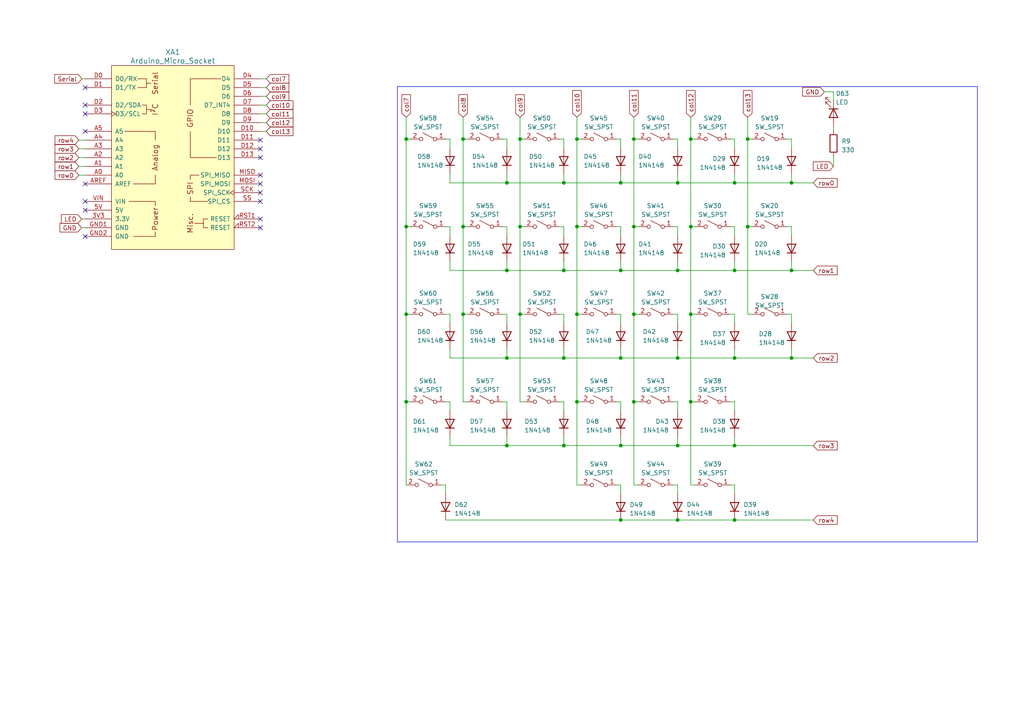
<source format=kicad_sch>
(kicad_sch (version 20230121) (generator eeschema)

  (uuid 064cccb0-7dbc-4215-8086-c5e5ee6bf9c1)

  (paper "A4")

  (lib_symbols
    (symbol "Device:LED" (pin_numbers hide) (pin_names (offset 1.016) hide) (in_bom yes) (on_board yes)
      (property "Reference" "D" (at 0 2.54 0)
        (effects (font (size 1.27 1.27)))
      )
      (property "Value" "LED" (at 0 -2.54 0)
        (effects (font (size 1.27 1.27)))
      )
      (property "Footprint" "" (at 0 0 0)
        (effects (font (size 1.27 1.27)) hide)
      )
      (property "Datasheet" "~" (at 0 0 0)
        (effects (font (size 1.27 1.27)) hide)
      )
      (property "ki_keywords" "LED diode" (at 0 0 0)
        (effects (font (size 1.27 1.27)) hide)
      )
      (property "ki_description" "Light emitting diode" (at 0 0 0)
        (effects (font (size 1.27 1.27)) hide)
      )
      (property "ki_fp_filters" "LED* LED_SMD:* LED_THT:*" (at 0 0 0)
        (effects (font (size 1.27 1.27)) hide)
      )
      (symbol "LED_0_1"
        (polyline
          (pts
            (xy -1.27 -1.27)
            (xy -1.27 1.27)
          )
          (stroke (width 0.254) (type default))
          (fill (type none))
        )
        (polyline
          (pts
            (xy -1.27 0)
            (xy 1.27 0)
          )
          (stroke (width 0) (type default))
          (fill (type none))
        )
        (polyline
          (pts
            (xy 1.27 -1.27)
            (xy 1.27 1.27)
            (xy -1.27 0)
            (xy 1.27 -1.27)
          )
          (stroke (width 0.254) (type default))
          (fill (type none))
        )
        (polyline
          (pts
            (xy -3.048 -0.762)
            (xy -4.572 -2.286)
            (xy -3.81 -2.286)
            (xy -4.572 -2.286)
            (xy -4.572 -1.524)
          )
          (stroke (width 0) (type default))
          (fill (type none))
        )
        (polyline
          (pts
            (xy -1.778 -0.762)
            (xy -3.302 -2.286)
            (xy -2.54 -2.286)
            (xy -3.302 -2.286)
            (xy -3.302 -1.524)
          )
          (stroke (width 0) (type default))
          (fill (type none))
        )
      )
      (symbol "LED_1_1"
        (pin passive line (at -3.81 0 0) (length 2.54)
          (name "K" (effects (font (size 1.27 1.27))))
          (number "1" (effects (font (size 1.27 1.27))))
        )
        (pin passive line (at 3.81 0 180) (length 2.54)
          (name "A" (effects (font (size 1.27 1.27))))
          (number "2" (effects (font (size 1.27 1.27))))
        )
      )
    )
    (symbol "Device:R" (pin_numbers hide) (pin_names (offset 0)) (in_bom yes) (on_board yes)
      (property "Reference" "R" (at 2.032 0 90)
        (effects (font (size 1.27 1.27)))
      )
      (property "Value" "R" (at 0 0 90)
        (effects (font (size 1.27 1.27)))
      )
      (property "Footprint" "" (at -1.778 0 90)
        (effects (font (size 1.27 1.27)) hide)
      )
      (property "Datasheet" "~" (at 0 0 0)
        (effects (font (size 1.27 1.27)) hide)
      )
      (property "ki_keywords" "R res resistor" (at 0 0 0)
        (effects (font (size 1.27 1.27)) hide)
      )
      (property "ki_description" "Resistor" (at 0 0 0)
        (effects (font (size 1.27 1.27)) hide)
      )
      (property "ki_fp_filters" "R_*" (at 0 0 0)
        (effects (font (size 1.27 1.27)) hide)
      )
      (symbol "R_0_1"
        (rectangle (start -1.016 -2.54) (end 1.016 2.54)
          (stroke (width 0.254) (type default))
          (fill (type none))
        )
      )
      (symbol "R_1_1"
        (pin passive line (at 0 3.81 270) (length 1.27)
          (name "~" (effects (font (size 1.27 1.27))))
          (number "1" (effects (font (size 1.27 1.27))))
        )
        (pin passive line (at 0 -3.81 90) (length 1.27)
          (name "~" (effects (font (size 1.27 1.27))))
          (number "2" (effects (font (size 1.27 1.27))))
        )
      )
    )
    (symbol "Diode:1N4148" (pin_numbers hide) (pin_names hide) (in_bom yes) (on_board yes)
      (property "Reference" "D" (at 0 2.54 0)
        (effects (font (size 1.27 1.27)))
      )
      (property "Value" "1N4148" (at 0 -2.54 0)
        (effects (font (size 1.27 1.27)))
      )
      (property "Footprint" "Diode_THT:D_DO-35_SOD27_P7.62mm_Horizontal" (at 0 0 0)
        (effects (font (size 1.27 1.27)) hide)
      )
      (property "Datasheet" "https://assets.nexperia.com/documents/data-sheet/1N4148_1N4448.pdf" (at 0 0 0)
        (effects (font (size 1.27 1.27)) hide)
      )
      (property "Sim.Device" "D" (at 0 0 0)
        (effects (font (size 1.27 1.27)) hide)
      )
      (property "Sim.Pins" "1=K 2=A" (at 0 0 0)
        (effects (font (size 1.27 1.27)) hide)
      )
      (property "ki_keywords" "diode" (at 0 0 0)
        (effects (font (size 1.27 1.27)) hide)
      )
      (property "ki_description" "100V 0.15A standard switching diode, DO-35" (at 0 0 0)
        (effects (font (size 1.27 1.27)) hide)
      )
      (property "ki_fp_filters" "D*DO?35*" (at 0 0 0)
        (effects (font (size 1.27 1.27)) hide)
      )
      (symbol "1N4148_0_1"
        (polyline
          (pts
            (xy -1.27 1.27)
            (xy -1.27 -1.27)
          )
          (stroke (width 0.254) (type default))
          (fill (type none))
        )
        (polyline
          (pts
            (xy 1.27 0)
            (xy -1.27 0)
          )
          (stroke (width 0) (type default))
          (fill (type none))
        )
        (polyline
          (pts
            (xy 1.27 1.27)
            (xy 1.27 -1.27)
            (xy -1.27 0)
            (xy 1.27 1.27)
          )
          (stroke (width 0.254) (type default))
          (fill (type none))
        )
      )
      (symbol "1N4148_1_1"
        (pin passive line (at -3.81 0 0) (length 2.54)
          (name "K" (effects (font (size 1.27 1.27))))
          (number "1" (effects (font (size 1.27 1.27))))
        )
        (pin passive line (at 3.81 0 180) (length 2.54)
          (name "A" (effects (font (size 1.27 1.27))))
          (number "2" (effects (font (size 1.27 1.27))))
        )
      )
    )
    (symbol "PCM_arduino-library:Arduino_Micro_Socket" (pin_names (offset 1.016)) (in_bom yes) (on_board yes)
      (property "Reference" "XA" (at 0 33.02 0)
        (effects (font (size 1.524 1.524)))
      )
      (property "Value" "Arduino_Micro_Socket" (at 0 29.21 0)
        (effects (font (size 1.524 1.524)))
      )
      (property "Footprint" "PCM_arduino-library:Arduino_Micro_Socket" (at 0 -34.29 0)
        (effects (font (size 1.524 1.524)) hide)
      )
      (property "Datasheet" "https://docs.arduino.cc/hardware/micro" (at 0 -30.48 0)
        (effects (font (size 1.524 1.524)) hide)
      )
      (property "ki_keywords" "Arduino MPU Shield" (at 0 0 0)
        (effects (font (size 1.27 1.27)) hide)
      )
      (property "ki_description" "Socket for Arduino Micro" (at 0 0 0)
        (effects (font (size 1.27 1.27)) hide)
      )
      (property "ki_fp_filters" "Arduino_Micro_Socket" (at 0 0 0)
        (effects (font (size 1.27 1.27)) hide)
      )
      (symbol "Arduino_Micro_Socket_0_0"
        (rectangle (start -17.78 26.67) (end 17.78 -26.67)
          (stroke (width 0) (type default))
          (fill (type background))
        )
        (polyline
          (pts
            (xy -7.62 13.97)
            (xy -6.35 13.97)
          )
          (stroke (width 0) (type default))
          (fill (type none))
        )
        (polyline
          (pts
            (xy -7.62 21.59)
            (xy -6.35 21.59)
          )
          (stroke (width 0) (type default))
          (fill (type none))
        )
        (polyline
          (pts
            (xy 8.89 -19.05)
            (xy 6.35 -19.05)
          )
          (stroke (width 0) (type default))
          (fill (type none))
        )
        (polyline
          (pts
            (xy -11.43 -22.86)
            (xy -5.08 -22.86)
            (xy -5.08 -21.59)
          )
          (stroke (width 0) (type default))
          (fill (type none))
        )
        (polyline
          (pts
            (xy -5.08 -13.97)
            (xy -5.08 -12.7)
            (xy -12.7 -12.7)
          )
          (stroke (width 0) (type default))
          (fill (type none))
        )
        (polyline
          (pts
            (xy -5.08 -5.08)
            (xy -5.08 -7.62)
            (xy -11.43 -7.62)
          )
          (stroke (width 0) (type default))
          (fill (type none))
        )
        (polyline
          (pts
            (xy -5.08 5.08)
            (xy -5.08 7.62)
            (xy -13.97 7.62)
          )
          (stroke (width 0) (type default))
          (fill (type none))
        )
        (polyline
          (pts
            (xy 5.08 -11.43)
            (xy 5.08 -12.7)
            (xy 10.16 -12.7)
          )
          (stroke (width 0) (type default))
          (fill (type none))
        )
        (polyline
          (pts
            (xy 5.08 7.62)
            (xy 5.08 0)
            (xy 12.7 0)
          )
          (stroke (width 0) (type default))
          (fill (type none))
        )
        (polyline
          (pts
            (xy 7.62 -5.08)
            (xy 5.08 -5.08)
            (xy 5.08 -6.35)
          )
          (stroke (width 0) (type default))
          (fill (type none))
        )
        (polyline
          (pts
            (xy 13.97 22.86)
            (xy 5.08 22.86)
            (xy 5.08 15.24)
          )
          (stroke (width 0) (type default))
          (fill (type none))
        )
        (polyline
          (pts
            (xy -10.16 22.86)
            (xy -7.62 22.86)
            (xy -7.62 20.32)
            (xy -10.16 20.32)
          )
          (stroke (width 0) (type default))
          (fill (type none))
        )
        (polyline
          (pts
            (xy -8.89 15.24)
            (xy -7.62 15.24)
            (xy -7.62 12.7)
            (xy -8.89 12.7)
          )
          (stroke (width 0) (type default))
          (fill (type none))
        )
        (text "Analog" (at -5.08 0 900)
          (effects (font (size 1.524 1.524)))
        )
        (text "I²C" (at -5.08 13.97 900)
          (effects (font (size 1.524 1.524)))
        )
        (text "Misc." (at 5.08 -19.05 900)
          (effects (font (size 1.524 1.524)))
        )
        (text "Power" (at -5.08 -17.78 900)
          (effects (font (size 1.524 1.524)))
        )
        (text "Serial" (at -5.08 21.59 900)
          (effects (font (size 1.524 1.524)))
        )
        (text "SPI" (at 5.08 -8.89 900)
          (effects (font (size 1.524 1.524)))
        )
      )
      (symbol "Arduino_Micro_Socket_0_1"
        (polyline
          (pts
            (xy 10.16 -17.78)
            (xy 8.89 -17.78)
            (xy 8.89 -20.32)
            (xy 10.16 -20.32)
          )
          (stroke (width 0) (type default))
          (fill (type none))
        )
      )
      (symbol "Arduino_Micro_Socket_1_0"
        (text "GPIO" (at 5.08 11.43 900)
          (effects (font (size 1.524 1.524)))
        )
      )
      (symbol "Arduino_Micro_Socket_1_1"
        (pin power_out line (at -25.4 -17.78 0) (length 7.62)
          (name "3.3V" (effects (font (size 1.27 1.27))))
          (number "3V3" (effects (font (size 1.27 1.27))))
        )
        (pin power_in line (at -25.4 -15.24 0) (length 7.62)
          (name "5V" (effects (font (size 1.27 1.27))))
          (number "5V" (effects (font (size 1.27 1.27))))
        )
        (pin bidirectional line (at -25.4 -5.08 0) (length 7.62)
          (name "A0" (effects (font (size 1.27 1.27))))
          (number "A0" (effects (font (size 1.27 1.27))))
        )
        (pin bidirectional line (at -25.4 -2.54 0) (length 7.62)
          (name "A1" (effects (font (size 1.27 1.27))))
          (number "A1" (effects (font (size 1.27 1.27))))
        )
        (pin bidirectional line (at -25.4 0 0) (length 7.62)
          (name "A2" (effects (font (size 1.27 1.27))))
          (number "A2" (effects (font (size 1.27 1.27))))
        )
        (pin bidirectional line (at -25.4 2.54 0) (length 7.62)
          (name "A3" (effects (font (size 1.27 1.27))))
          (number "A3" (effects (font (size 1.27 1.27))))
        )
        (pin bidirectional line (at -25.4 5.08 0) (length 7.62)
          (name "A4" (effects (font (size 1.27 1.27))))
          (number "A4" (effects (font (size 1.27 1.27))))
        )
        (pin bidirectional line (at -25.4 7.62 0) (length 7.62)
          (name "A5" (effects (font (size 1.27 1.27))))
          (number "A5" (effects (font (size 1.27 1.27))))
        )
        (pin input line (at -25.4 -7.62 0) (length 7.62)
          (name "AREF" (effects (font (size 1.27 1.27))))
          (number "AREF" (effects (font (size 1.27 1.27))))
        )
        (pin bidirectional line (at -25.4 22.86 0) (length 7.62)
          (name "D0/RX" (effects (font (size 1.27 1.27))))
          (number "D0" (effects (font (size 1.27 1.27))))
        )
        (pin bidirectional line (at -25.4 20.32 0) (length 7.62)
          (name "D1/TX" (effects (font (size 1.27 1.27))))
          (number "D1" (effects (font (size 1.27 1.27))))
        )
        (pin bidirectional line (at 25.4 7.62 180) (length 7.62)
          (name "D10" (effects (font (size 1.27 1.27))))
          (number "D10" (effects (font (size 1.27 1.27))))
        )
        (pin bidirectional line (at 25.4 5.08 180) (length 7.62)
          (name "D11" (effects (font (size 1.27 1.27))))
          (number "D11" (effects (font (size 1.27 1.27))))
        )
        (pin bidirectional line (at 25.4 2.54 180) (length 7.62)
          (name "D12" (effects (font (size 1.27 1.27))))
          (number "D12" (effects (font (size 1.27 1.27))))
        )
        (pin bidirectional line (at 25.4 0 180) (length 7.62)
          (name "D13" (effects (font (size 1.27 1.27))))
          (number "D13" (effects (font (size 1.27 1.27))))
        )
        (pin bidirectional line (at -25.4 15.24 0) (length 7.62)
          (name "D2/SDA" (effects (font (size 1.27 1.27))))
          (number "D2" (effects (font (size 1.27 1.27))))
        )
        (pin bidirectional clock (at -25.4 12.7 0) (length 7.62)
          (name "D3/SCL" (effects (font (size 1.27 1.27))))
          (number "D3" (effects (font (size 1.27 1.27))))
        )
        (pin bidirectional line (at 25.4 22.86 180) (length 7.62)
          (name "D4" (effects (font (size 1.27 1.27))))
          (number "D4" (effects (font (size 1.27 1.27))))
        )
        (pin bidirectional line (at 25.4 20.32 180) (length 7.62)
          (name "D5" (effects (font (size 1.27 1.27))))
          (number "D5" (effects (font (size 1.27 1.27))))
        )
        (pin bidirectional line (at 25.4 17.78 180) (length 7.62)
          (name "D6" (effects (font (size 1.27 1.27))))
          (number "D6" (effects (font (size 1.27 1.27))))
        )
        (pin bidirectional line (at 25.4 15.24 180) (length 7.62)
          (name "D7_INT4" (effects (font (size 1.27 1.27))))
          (number "D7" (effects (font (size 1.27 1.27))))
        )
        (pin bidirectional line (at 25.4 12.7 180) (length 7.62)
          (name "D8" (effects (font (size 1.27 1.27))))
          (number "D8" (effects (font (size 1.27 1.27))))
        )
        (pin bidirectional line (at 25.4 10.16 180) (length 7.62)
          (name "D9" (effects (font (size 1.27 1.27))))
          (number "D9" (effects (font (size 1.27 1.27))))
        )
        (pin power_in line (at -25.4 -20.32 0) (length 7.62)
          (name "GND" (effects (font (size 1.27 1.27))))
          (number "GND1" (effects (font (size 1.27 1.27))))
        )
        (pin power_in line (at -25.4 -22.86 0) (length 7.62)
          (name "GND" (effects (font (size 1.27 1.27))))
          (number "GND2" (effects (font (size 1.27 1.27))))
        )
        (pin input line (at 25.4 -5.08 180) (length 7.62)
          (name "SPI_MISO" (effects (font (size 1.27 1.27))))
          (number "MISO" (effects (font (size 1.27 1.27))))
        )
        (pin output line (at 25.4 -7.62 180) (length 7.62)
          (name "SPI_MOSI" (effects (font (size 1.27 1.27))))
          (number "MOSI" (effects (font (size 1.27 1.27))))
        )
        (pin open_collector input_low (at 25.4 -17.78 180) (length 7.62)
          (name "RESET" (effects (font (size 1.27 1.27))))
          (number "RST1" (effects (font (size 1.27 1.27))))
        )
        (pin open_collector input_low (at 25.4 -20.32 180) (length 7.62)
          (name "RESET" (effects (font (size 1.27 1.27))))
          (number "RST2" (effects (font (size 1.27 1.27))))
        )
        (pin output clock (at 25.4 -10.16 180) (length 7.62)
          (name "SPI_SCK" (effects (font (size 1.27 1.27))))
          (number "SCK" (effects (font (size 1.27 1.27))))
        )
        (pin bidirectional line (at 25.4 -12.7 180) (length 7.62)
          (name "SPI_CS" (effects (font (size 1.27 1.27))))
          (number "SS" (effects (font (size 1.27 1.27))))
        )
        (pin power_in line (at -25.4 -12.7 0) (length 7.62)
          (name "VIN" (effects (font (size 1.27 1.27))))
          (number "VIN" (effects (font (size 1.27 1.27))))
        )
      )
    )
    (symbol "Switch:SW_SPST" (pin_names (offset 0) hide) (in_bom yes) (on_board yes)
      (property "Reference" "SW" (at 0 3.175 0)
        (effects (font (size 1.27 1.27)))
      )
      (property "Value" "SW_SPST" (at 0 -2.54 0)
        (effects (font (size 1.27 1.27)))
      )
      (property "Footprint" "" (at 0 0 0)
        (effects (font (size 1.27 1.27)) hide)
      )
      (property "Datasheet" "~" (at 0 0 0)
        (effects (font (size 1.27 1.27)) hide)
      )
      (property "ki_keywords" "switch lever" (at 0 0 0)
        (effects (font (size 1.27 1.27)) hide)
      )
      (property "ki_description" "Single Pole Single Throw (SPST) switch" (at 0 0 0)
        (effects (font (size 1.27 1.27)) hide)
      )
      (symbol "SW_SPST_0_0"
        (circle (center -2.032 0) (radius 0.508)
          (stroke (width 0) (type default))
          (fill (type none))
        )
        (polyline
          (pts
            (xy -1.524 0.254)
            (xy 1.524 1.778)
          )
          (stroke (width 0) (type default))
          (fill (type none))
        )
        (circle (center 2.032 0) (radius 0.508)
          (stroke (width 0) (type default))
          (fill (type none))
        )
      )
      (symbol "SW_SPST_1_1"
        (pin passive line (at -5.08 0 0) (length 2.54)
          (name "A" (effects (font (size 1.27 1.27))))
          (number "1" (effects (font (size 1.27 1.27))))
        )
        (pin passive line (at 5.08 0 180) (length 2.54)
          (name "B" (effects (font (size 1.27 1.27))))
          (number "2" (effects (font (size 1.27 1.27))))
        )
      )
    )
  )

  (junction (at 216.8652 40.3352) (diameter 0) (color 0 0 0 0)
    (uuid 08574696-e091-4966-802d-aad0ef8cd361)
  )
  (junction (at 163.5252 78.4352) (diameter 0) (color 0 0 0 0)
    (uuid 13d31133-8578-4a4c-9a58-0b605c5f32f9)
  )
  (junction (at 163.5252 129.2352) (diameter 0) (color 0 0 0 0)
    (uuid 15a6b73f-30ea-4783-b01e-210a6a43c3cc)
  )
  (junction (at 167.3352 116.5352) (diameter 0) (color 0 0 0 0)
    (uuid 1768ffd8-0fec-4ae9-b9d0-ca2f23d5b916)
  )
  (junction (at 213.0552 103.8352) (diameter 0) (color 0 0 0 0)
    (uuid 33e330d9-f71c-4e79-8cd3-e934eb34bab1)
  )
  (junction (at 196.5452 53.0352) (diameter 0) (color 0 0 0 0)
    (uuid 35a49fb8-02e6-424d-9346-657740a8a206)
  )
  (junction (at 134.3152 40.3352) (diameter 0) (color 0 0 0 0)
    (uuid 3a4b9c5c-b4ee-43d8-bf90-ecd88d91c16e)
  )
  (junction (at 180.0352 150.8252) (diameter 0) (color 0 0 0 0)
    (uuid 3ecdf4a7-69ed-44b6-961b-7a812258e334)
  )
  (junction (at 147.0152 129.2352) (diameter 0) (color 0 0 0 0)
    (uuid 429e4e86-5226-484d-8dff-c506dbe14e46)
  )
  (junction (at 150.8252 91.1352) (diameter 0) (color 0 0 0 0)
    (uuid 43d41148-350e-48f2-9fb5-bd8f95d43bb6)
  )
  (junction (at 167.3352 91.1352) (diameter 0) (color 0 0 0 0)
    (uuid 4880801b-fd77-4876-b5d2-6dc1ead95bd4)
  )
  (junction (at 167.3352 65.7352) (diameter 0) (color 0 0 0 0)
    (uuid 49217d6a-73a7-43c5-b7df-8af21969a452)
  )
  (junction (at 196.5452 78.4352) (diameter 0) (color 0 0 0 0)
    (uuid 4a3bed8c-9eb8-49bd-9a7a-74fd9e00c2b0)
  )
  (junction (at 117.8052 40.3352) (diameter 0) (color 0 0 0 0)
    (uuid 4af1181e-25c7-47e6-8498-7c29d3211b8e)
  )
  (junction (at 180.0352 78.4352) (diameter 0) (color 0 0 0 0)
    (uuid 519f0db7-3ff9-4860-a6bf-d027c28acc7f)
  )
  (junction (at 117.8052 91.1352) (diameter 0) (color 0 0 0 0)
    (uuid 53766e3c-48f3-4852-97e6-c6d0d88996e0)
  )
  (junction (at 134.3152 65.7352) (diameter 0) (color 0 0 0 0)
    (uuid 5701396b-8454-453d-8716-dadc7f209bf8)
  )
  (junction (at 163.5252 53.0352) (diameter 0) (color 0 0 0 0)
    (uuid 644a885f-cdcf-4b58-9298-227df4e1e157)
  )
  (junction (at 196.5452 129.2352) (diameter 0) (color 0 0 0 0)
    (uuid 7ad45e96-93a1-4cb0-ae66-52e44178d1b6)
  )
  (junction (at 229.5652 103.8352) (diameter 0) (color 0 0 0 0)
    (uuid 8084ebc9-8d7d-481a-8eee-7de82931626f)
  )
  (junction (at 200.3552 40.3352) (diameter 0) (color 0 0 0 0)
    (uuid 8210048a-a3af-464c-b9b7-d558668a8149)
  )
  (junction (at 147.0152 78.4352) (diameter 0) (color 0 0 0 0)
    (uuid 839463c1-b697-432e-83ad-18047e81b13e)
  )
  (junction (at 183.8452 91.1352) (diameter 0) (color 0 0 0 0)
    (uuid 84fcbfd8-6a1d-4e6f-a14e-9ba908f9f56a)
  )
  (junction (at 183.8452 116.5352) (diameter 0) (color 0 0 0 0)
    (uuid 98d81aab-3a92-4145-a539-acac1834b5f9)
  )
  (junction (at 163.5252 103.8352) (diameter 0) (color 0 0 0 0)
    (uuid 9b8d2013-49f1-463e-b6ce-1d22cf675591)
  )
  (junction (at 229.5652 53.0352) (diameter 0) (color 0 0 0 0)
    (uuid a145a171-ac91-4b2a-9033-b3d2adba1045)
  )
  (junction (at 150.8252 65.7352) (diameter 0) (color 0 0 0 0)
    (uuid a14d96ed-ef8e-41bd-b1bd-db7cb6f648e5)
  )
  (junction (at 200.3552 116.5352) (diameter 0) (color 0 0 0 0)
    (uuid a32b1416-168e-4597-ab7f-49fe1af42e63)
  )
  (junction (at 180.0352 103.8352) (diameter 0) (color 0 0 0 0)
    (uuid b008c7c1-972e-4fb5-a869-96a92d360964)
  )
  (junction (at 147.0152 53.0352) (diameter 0) (color 0 0 0 0)
    (uuid b9e5ffee-0f55-4d1d-b786-39d3866429ef)
  )
  (junction (at 180.0352 129.2352) (diameter 0) (color 0 0 0 0)
    (uuid bbdd75b2-f252-4fd3-b09f-73fb9ab2ff74)
  )
  (junction (at 200.3552 65.7352) (diameter 0) (color 0 0 0 0)
    (uuid bce72131-47f4-43e1-a5f6-7c04a0de1493)
  )
  (junction (at 229.5652 78.4352) (diameter 0) (color 0 0 0 0)
    (uuid c485084b-e782-4390-b02a-1111ca7f6bfb)
  )
  (junction (at 183.8452 65.7352) (diameter 0) (color 0 0 0 0)
    (uuid cf7ff5fe-a5d6-4ca3-b34a-54189818dd74)
  )
  (junction (at 216.8652 65.7352) (diameter 0) (color 0 0 0 0)
    (uuid d3399e2b-bcf1-4b76-8723-d898df910b0d)
  )
  (junction (at 196.5452 150.8252) (diameter 0) (color 0 0 0 0)
    (uuid d8c88ef2-1715-47d7-a6d8-3df2d45fd64c)
  )
  (junction (at 147.0152 103.8352) (diameter 0) (color 0 0 0 0)
    (uuid d903a189-92c0-4e05-9097-9256157f2a2f)
  )
  (junction (at 213.0552 129.2352) (diameter 0) (color 0 0 0 0)
    (uuid dadc87bd-6033-49fd-8b9a-613e9101714a)
  )
  (junction (at 117.8052 116.5352) (diameter 0) (color 0 0 0 0)
    (uuid dc97e007-c60d-4ce4-a1a4-aed38c82a08e)
  )
  (junction (at 213.0552 53.0352) (diameter 0) (color 0 0 0 0)
    (uuid ddae8ea1-0d58-4882-8871-4ef75036f75d)
  )
  (junction (at 117.8052 65.7352) (diameter 0) (color 0 0 0 0)
    (uuid e01a527d-732e-4f09-af38-513c0a295fd1)
  )
  (junction (at 213.0552 150.8252) (diameter 0) (color 0 0 0 0)
    (uuid e8bdc811-ccea-4a36-8a5a-51b802d45c4c)
  )
  (junction (at 167.3352 40.3352) (diameter 0) (color 0 0 0 0)
    (uuid ea92c0d9-64d8-4253-8dd2-7b07475af8d6)
  )
  (junction (at 180.0352 53.0352) (diameter 0) (color 0 0 0 0)
    (uuid eb0e00ec-13f2-46f0-a72d-1f37cca2178b)
  )
  (junction (at 213.0552 78.4352) (diameter 0) (color 0 0 0 0)
    (uuid ee4127d8-f646-45be-9fb2-8bddd18ce4d4)
  )
  (junction (at 134.3152 91.1352) (diameter 0) (color 0 0 0 0)
    (uuid f1c79133-43cb-45eb-a805-d9182632798d)
  )
  (junction (at 200.3552 91.1352) (diameter 0) (color 0 0 0 0)
    (uuid f2fd32a3-9f64-4723-8848-ffb8585e90d6)
  )
  (junction (at 196.5452 103.8352) (diameter 0) (color 0 0 0 0)
    (uuid f755fee0-24d4-4249-8737-31c1b5ce4284)
  )
  (junction (at 183.8452 40.3352) (diameter 0) (color 0 0 0 0)
    (uuid fc402fc0-efb2-4ae0-ab13-1eede17d735e)
  )
  (junction (at 150.8252 40.3352) (diameter 0) (color 0 0 0 0)
    (uuid fcaf7526-51d5-4086-bb3e-441b6c68bf70)
  )

  (no_connect (at 24.7142 58.42) (uuid 00c1ad4c-359d-4a03-86c7-39ea95e24e5e))
  (no_connect (at 24.7142 33.02) (uuid 04589f40-cee0-4dea-a04b-caa9be6fbab0))
  (no_connect (at 75.5142 45.72) (uuid 1b3327c0-e0b0-404e-87d4-aabe2640b405))
  (no_connect (at 75.5142 63.5) (uuid 239407eb-386d-4caf-93a4-0cfafcbbec27))
  (no_connect (at 24.7142 68.58) (uuid 31ee2ed6-6422-4baf-a845-b2b15223e402))
  (no_connect (at 75.5142 40.64) (uuid 4a6715ff-f36d-4c08-82ba-11a2490be6ca))
  (no_connect (at 75.5142 53.34) (uuid 5abbfe33-6455-402f-82df-97cc7b946a66))
  (no_connect (at 75.5142 55.88) (uuid 70bd17f0-a6f1-44e9-b87c-fdccadfb13c9))
  (no_connect (at 24.7142 25.4) (uuid 899dc7e9-30ef-4389-ad80-e0c50a18255c))
  (no_connect (at 75.5142 50.8) (uuid 8ce6b755-26bf-46cc-a1d5-7d1ed3f8ba50))
  (no_connect (at 24.7142 53.34) (uuid 996ee8cc-6c45-43e0-98c9-b09577d88bff))
  (no_connect (at 24.7142 38.1) (uuid b1a58718-a0eb-4bd3-94b9-97e30f9bf345))
  (no_connect (at 75.5142 43.18) (uuid b4a5ab68-4cc9-4d31-bcd7-2ec1b91487b8))
  (no_connect (at 24.7142 30.48) (uuid ccf3d3ef-dd50-4667-a6c4-c2177c67ba9c))
  (no_connect (at 75.5142 66.04) (uuid ec8f2bea-6af3-4be3-8c3e-0af1a9d34f15))
  (no_connect (at 75.5142 58.42) (uuid edb84e2f-5f89-4596-bb9b-3718942fcca8))
  (no_connect (at 24.7142 60.96) (uuid f0989564-1191-430a-a3a0-79da87348d2d))

  (wire (pts (xy 178.7652 65.7352) (xy 180.0352 65.7352))
    (stroke (width 0) (type default))
    (uuid 00e5f82d-a264-4113-a598-6525d512034a)
  )
  (wire (pts (xy 196.5452 116.5352) (xy 196.5452 119.0752))
    (stroke (width 0) (type default))
    (uuid 010df5ad-1349-4850-b751-3b36b9236f90)
  )
  (wire (pts (xy 213.0552 116.5352) (xy 213.0552 119.0752))
    (stroke (width 0) (type default))
    (uuid 0179771f-f6ec-4e57-b911-904f2236eddc)
  )
  (wire (pts (xy 163.5252 116.5352) (xy 163.5252 119.0752))
    (stroke (width 0) (type default))
    (uuid 040bc238-8923-4924-9a45-48fcca2e6ddc)
  )
  (wire (pts (xy 201.6252 140.6652) (xy 200.3552 140.6652))
    (stroke (width 0) (type default))
    (uuid 040c4d8a-6152-421d-a854-6e3bb7ead3e6)
  )
  (wire (pts (xy 134.3152 65.7352) (xy 134.3152 91.1352))
    (stroke (width 0) (type default))
    (uuid 04cee5bc-3478-4747-ab82-414845270c8d)
  )
  (wire (pts (xy 196.5452 150.8252) (xy 180.0352 150.8252))
    (stroke (width 0) (type default))
    (uuid 0547bd2a-d8bd-4077-acbe-3c2b8aacd05d)
  )
  (wire (pts (xy 196.5452 91.1352) (xy 196.5452 93.6752))
    (stroke (width 0) (type default))
    (uuid 0aede143-f04a-4086-b6c4-baaa32f52971)
  )
  (wire (pts (xy 185.1152 91.1352) (xy 183.8452 91.1352))
    (stroke (width 0) (type default))
    (uuid 0c05e5c2-7b4a-48f5-b38a-d77bfb2969e5)
  )
  (wire (pts (xy 229.5652 101.2952) (xy 229.5652 103.8352))
    (stroke (width 0) (type default))
    (uuid 0cfc5825-31db-4c27-a593-4236b18e55d4)
  )
  (wire (pts (xy 195.2752 40.3352) (xy 196.5452 40.3352))
    (stroke (width 0) (type default))
    (uuid 0d3e35ac-f0ba-4c29-b957-eff365e9c9ca)
  )
  (wire (pts (xy 145.7452 65.7352) (xy 147.0152 65.7352))
    (stroke (width 0) (type default))
    (uuid 0d45c8c9-c54d-4e7a-8c94-3ded099f4f4e)
  )
  (wire (pts (xy 200.3552 40.3352) (xy 200.3552 65.7352))
    (stroke (width 0) (type default))
    (uuid 106ec0ff-0d28-4ebd-b14e-43750fd73215)
  )
  (wire (pts (xy 119.0752 65.7352) (xy 117.8052 65.7352))
    (stroke (width 0) (type default))
    (uuid 11b8e799-14bf-4320-9ae1-45937fcba4b5)
  )
  (wire (pts (xy 229.5652 75.8952) (xy 229.5652 78.4352))
    (stroke (width 0) (type default))
    (uuid 12f79bf2-d91b-40cd-b671-707bfa06ba36)
  )
  (wire (pts (xy 196.5452 101.2952) (xy 196.5452 103.8352))
    (stroke (width 0) (type default))
    (uuid 13b22d55-33db-4798-8c72-ef166684a688)
  )
  (wire (pts (xy 200.3552 33.9852) (xy 200.3552 40.3352))
    (stroke (width 0) (type default))
    (uuid 14444733-e180-412f-ba7a-2dda42177613)
  )
  (wire (pts (xy 229.5652 50.4952) (xy 229.5652 53.0352))
    (stroke (width 0) (type default))
    (uuid 147f3a03-cac8-4038-8f3d-9dd8b0e9b215)
  )
  (wire (pts (xy 129.2352 40.3352) (xy 130.5052 40.3352))
    (stroke (width 0) (type default))
    (uuid 16971ccf-2979-427b-b15d-14305102e780)
  )
  (wire (pts (xy 178.7652 91.1352) (xy 180.0352 91.1352))
    (stroke (width 0) (type default))
    (uuid 1797d35f-2ff7-4167-a51a-7f04aa51968e)
  )
  (wire (pts (xy 167.3352 40.3352) (xy 167.3352 65.7352))
    (stroke (width 0) (type default))
    (uuid 18160704-a836-45d8-be0d-95a60571a37e)
  )
  (wire (pts (xy 196.5452 53.0352) (xy 180.0352 53.0352))
    (stroke (width 0) (type default))
    (uuid 1b892c32-dc86-47a4-a427-c9e6a3631962)
  )
  (wire (pts (xy 185.1152 40.3352) (xy 183.8452 40.3352))
    (stroke (width 0) (type default))
    (uuid 1ba83f9a-d4d2-489a-ad0a-551c6eb8759e)
  )
  (wire (pts (xy 23.6728 66.04) (xy 24.7142 66.04))
    (stroke (width 0) (type default))
    (uuid 1bbd453e-f400-4910-b143-6c489c7b8967)
  )
  (wire (pts (xy 183.8452 33.9852) (xy 183.8452 40.3352))
    (stroke (width 0) (type default))
    (uuid 1bfb1af7-859c-441f-af0e-7dcdcffc7178)
  )
  (wire (pts (xy 117.8052 65.7352) (xy 117.8052 91.1352))
    (stroke (width 0) (type default))
    (uuid 1cae2275-4d2e-421f-bff1-7c8de1dd397d)
  )
  (wire (pts (xy 213.0552 65.7352) (xy 213.0552 68.2752))
    (stroke (width 0) (type default))
    (uuid 1ec2252e-3a3d-4d33-8700-cdb732c3d06e)
  )
  (wire (pts (xy 218.1352 40.3352) (xy 216.8652 40.3352))
    (stroke (width 0) (type default))
    (uuid 1fb0bccd-c786-4551-81b6-885b91996af7)
  )
  (wire (pts (xy 147.0152 116.5352) (xy 147.0152 119.0752))
    (stroke (width 0) (type default))
    (uuid 213a8998-b72e-4aa2-8653-7232654c36c5)
  )
  (wire (pts (xy 75.5142 22.86) (xy 77.2414 22.86))
    (stroke (width 0) (type default))
    (uuid 21fcf728-385f-4751-b865-a1dc4c8119c6)
  )
  (wire (pts (xy 180.0352 150.8252) (xy 129.2352 150.8252))
    (stroke (width 0) (type default))
    (uuid 2348a8a6-2fbc-4888-8f1a-037567817b3b)
  )
  (wire (pts (xy 196.5452 126.6952) (xy 196.5452 129.2352))
    (stroke (width 0) (type default))
    (uuid 256edc21-5b3b-44a6-9c4d-af13b571b26a)
  )
  (wire (pts (xy 178.7652 140.6652) (xy 180.0352 140.6652))
    (stroke (width 0) (type default))
    (uuid 25c63cc1-f219-4367-b1d0-0529f73a7313)
  )
  (wire (pts (xy 130.5052 50.4952) (xy 130.5052 53.0352))
    (stroke (width 0) (type default))
    (uuid 25ef8792-7ab1-48b4-ad8d-d78bfde250ff)
  )
  (wire (pts (xy 163.5252 78.4352) (xy 147.0152 78.4352))
    (stroke (width 0) (type default))
    (uuid 268b63cc-9566-4ad2-bbb3-77373f00c480)
  )
  (wire (pts (xy 201.6252 65.7352) (xy 200.3552 65.7352))
    (stroke (width 0) (type default))
    (uuid 2bedb406-f18a-48f5-98ca-90d9c43e06f9)
  )
  (wire (pts (xy 241.7572 29.0322) (xy 241.7572 26.6192))
    (stroke (width 0) (type default))
    (uuid 2c5489dd-7f4b-4a9f-bb6b-4a14caa863e1)
  )
  (wire (pts (xy 228.2952 65.7352) (xy 229.5652 65.7352))
    (stroke (width 0) (type default))
    (uuid 2d1948ea-ad26-4cca-af14-f20e751788c2)
  )
  (wire (pts (xy 75.5142 33.02) (xy 77.2414 33.02))
    (stroke (width 0) (type default))
    (uuid 2f537ce1-8309-4b74-ac23-124ae2947f29)
  )
  (wire (pts (xy 201.6252 40.3352) (xy 200.3552 40.3352))
    (stroke (width 0) (type default))
    (uuid 3389d96b-e5fd-4b38-be57-091089be277e)
  )
  (wire (pts (xy 180.0352 129.2352) (xy 163.5252 129.2352))
    (stroke (width 0) (type default))
    (uuid 33966974-3c77-4a54-82c0-ca29ee157ca5)
  )
  (wire (pts (xy 218.1352 91.1352) (xy 216.8652 91.1352))
    (stroke (width 0) (type default))
    (uuid 346f1c4c-ef58-4e36-8e21-fa2107e5dfa9)
  )
  (wire (pts (xy 201.6252 116.5352) (xy 200.3552 116.5352))
    (stroke (width 0) (type default))
    (uuid 3a253a38-596c-4c9f-b0c2-58461c36a653)
  )
  (wire (pts (xy 183.8452 65.7352) (xy 183.8452 91.1352))
    (stroke (width 0) (type default))
    (uuid 3a5ab36d-4649-473a-86a0-01116cf86e64)
  )
  (wire (pts (xy 195.2752 65.7352) (xy 196.5452 65.7352))
    (stroke (width 0) (type default))
    (uuid 3afb322d-e588-43a0-b35f-b4d0ff35720c)
  )
  (wire (pts (xy 213.0552 150.8252) (xy 196.5452 150.8252))
    (stroke (width 0) (type default))
    (uuid 3f16ff40-110c-4926-a832-47bc29f40848)
  )
  (wire (pts (xy 145.7452 116.5352) (xy 147.0152 116.5352))
    (stroke (width 0) (type default))
    (uuid 4132cb5a-9819-44f9-951a-31c74adf5f55)
  )
  (wire (pts (xy 167.3352 65.7352) (xy 167.3352 91.1352))
    (stroke (width 0) (type default))
    (uuid 4201de91-177c-417f-905b-69d8a5cbdff1)
  )
  (wire (pts (xy 200.3552 140.6652) (xy 200.3552 116.5352))
    (stroke (width 0) (type default))
    (uuid 426ad84b-00be-4b40-9563-5dfe8d256ba8)
  )
  (wire (pts (xy 147.0152 78.4352) (xy 130.5052 78.4352))
    (stroke (width 0) (type default))
    (uuid 45251008-d3a1-4c54-8c18-8043dc76f081)
  )
  (wire (pts (xy 196.5452 129.2352) (xy 180.0352 129.2352))
    (stroke (width 0) (type default))
    (uuid 45b8fc6d-c93a-4ac0-9130-01e0fc5f59fc)
  )
  (wire (pts (xy 117.8052 40.3352) (xy 117.8052 65.7352))
    (stroke (width 0) (type default))
    (uuid 4674d68c-1109-442a-8ea2-356d38b73791)
  )
  (wire (pts (xy 185.1152 116.5352) (xy 183.8452 116.5352))
    (stroke (width 0) (type default))
    (uuid 46e6a5df-2235-4fdf-b13f-bada2cc5ac54)
  )
  (wire (pts (xy 218.1352 65.7352) (xy 216.8652 65.7352))
    (stroke (width 0) (type default))
    (uuid 481033b7-25a2-4c92-8b51-29d4e1f446eb)
  )
  (wire (pts (xy 127.9652 140.6652) (xy 129.2352 140.6652))
    (stroke (width 0) (type default))
    (uuid 4853b8b2-7382-43be-8f98-b3a95500176d)
  )
  (wire (pts (xy 163.5252 75.8952) (xy 163.5252 78.4352))
    (stroke (width 0) (type default))
    (uuid 494359a5-1d34-42cf-b48a-edf2217a3f43)
  )
  (wire (pts (xy 213.0552 126.6952) (xy 213.0552 129.2352))
    (stroke (width 0) (type default))
    (uuid 49dc37d8-fbcd-4539-98fc-c5bcfd33546b)
  )
  (wire (pts (xy 185.1152 65.7352) (xy 183.8452 65.7352))
    (stroke (width 0) (type default))
    (uuid 4d5339da-793d-4227-84f4-73f063178158)
  )
  (wire (pts (xy 213.0552 50.4952) (xy 213.0552 53.0352))
    (stroke (width 0) (type default))
    (uuid 4f60fe08-07a8-4644-b5ef-9c5908d64922)
  )
  (wire (pts (xy 129.2352 116.5352) (xy 130.5052 116.5352))
    (stroke (width 0) (type default))
    (uuid 4f7d1b07-61f0-4028-9799-c78fb076c25b)
  )
  (wire (pts (xy 200.3552 65.7352) (xy 200.3552 91.1352))
    (stroke (width 0) (type default))
    (uuid 4fcb809b-ecff-499e-84ac-e682f7eed898)
  )
  (wire (pts (xy 180.0352 50.4952) (xy 180.0352 53.0352))
    (stroke (width 0) (type default))
    (uuid 52b6a817-c609-42ca-90fc-a4faed4e8433)
  )
  (wire (pts (xy 163.5252 65.7352) (xy 163.5252 68.2752))
    (stroke (width 0) (type default))
    (uuid 54438e25-5863-451e-87ab-f8df0f1f9e6e)
  )
  (wire (pts (xy 196.5452 140.6652) (xy 196.5452 143.2052))
    (stroke (width 0) (type default))
    (uuid 557d5347-de9c-431c-b6ee-2da47682a44e)
  )
  (wire (pts (xy 163.5252 101.2952) (xy 163.5252 103.8352))
    (stroke (width 0) (type default))
    (uuid 59c7e2d0-5c80-49e9-b8af-f67c052253b1)
  )
  (wire (pts (xy 211.7852 40.3352) (xy 213.0552 40.3352))
    (stroke (width 0) (type default))
    (uuid 5a858995-781b-4c54-b857-f317c9c8d500)
  )
  (wire (pts (xy 147.0152 103.8352) (xy 130.5052 103.8352))
    (stroke (width 0) (type default))
    (uuid 5b05d7d2-6755-4e87-96d9-da8467c64574)
  )
  (wire (pts (xy 134.3152 33.9852) (xy 134.3152 40.3352))
    (stroke (width 0) (type default))
    (uuid 5db875e6-aec5-49e4-8dce-aac7264915b8)
  )
  (wire (pts (xy 180.0352 78.4352) (xy 163.5252 78.4352))
    (stroke (width 0) (type default))
    (uuid 5e3da04d-c895-45c8-a4b5-a344c39496bd)
  )
  (wire (pts (xy 22.86 48.26) (xy 24.7142 48.26))
    (stroke (width 0) (type default))
    (uuid 5e66a70e-3ecf-4ba8-ad6b-4e65058f7f5d)
  )
  (wire (pts (xy 213.0552 75.8952) (xy 213.0552 78.4352))
    (stroke (width 0) (type default))
    (uuid 5fb8253c-8867-4e8b-a573-9d18eed2cfdc)
  )
  (wire (pts (xy 229.5652 65.7352) (xy 229.5652 68.2752))
    (stroke (width 0) (type default))
    (uuid 614ceb46-9b9e-42de-976d-aa52cf2ff479)
  )
  (wire (pts (xy 147.0152 65.7352) (xy 147.0152 68.2752))
    (stroke (width 0) (type default))
    (uuid 61d86cc0-92df-4f78-bf9e-8ec357b9bf3e)
  )
  (wire (pts (xy 117.8052 33.9852) (xy 117.8052 40.3352))
    (stroke (width 0) (type default))
    (uuid 61de675c-2615-4e1e-a312-89a5f3e7a30b)
  )
  (wire (pts (xy 196.5452 50.4952) (xy 196.5452 53.0352))
    (stroke (width 0) (type default))
    (uuid 64625f48-7a5d-4e4b-9fe1-1d55f57d20db)
  )
  (wire (pts (xy 135.5852 65.7352) (xy 134.3152 65.7352))
    (stroke (width 0) (type default))
    (uuid 66a07fb8-cad1-4c91-917d-50b904604b87)
  )
  (wire (pts (xy 117.8052 91.1352) (xy 117.8052 116.5352))
    (stroke (width 0) (type default))
    (uuid 66af4bae-5949-4e5a-a918-d31cbd0e2f62)
  )
  (wire (pts (xy 147.0152 126.6952) (xy 147.0152 129.2352))
    (stroke (width 0) (type default))
    (uuid 69595fe6-d911-4058-9e67-18979ff05097)
  )
  (wire (pts (xy 119.0752 116.5352) (xy 117.8052 116.5352))
    (stroke (width 0) (type default))
    (uuid 6a10db7f-58e9-498f-80c9-7cbc9b8d5b40)
  )
  (wire (pts (xy 229.5652 40.3352) (xy 229.5652 42.8752))
    (stroke (width 0) (type default))
    (uuid 6a313dc1-bd25-404b-acac-f972e750e089)
  )
  (wire (pts (xy 163.5252 53.0352) (xy 147.0152 53.0352))
    (stroke (width 0) (type default))
    (uuid 6dd02914-a05a-40f1-8610-ca3363c06dbc)
  )
  (wire (pts (xy 147.0152 101.2952) (xy 147.0152 103.8352))
    (stroke (width 0) (type default))
    (uuid 6e790702-a677-459a-9c08-463d540deb26)
  )
  (wire (pts (xy 180.0352 116.5352) (xy 180.0352 119.0752))
    (stroke (width 0) (type default))
    (uuid 6f74852e-14fd-4500-ae6c-80110610ae76)
  )
  (wire (pts (xy 147.0152 129.2352) (xy 130.5052 129.2352))
    (stroke (width 0) (type default))
    (uuid 71b2a79d-85cf-4c76-a329-7aa08054f27f)
  )
  (wire (pts (xy 211.7852 91.1352) (xy 213.0552 91.1352))
    (stroke (width 0) (type default))
    (uuid 7262c297-e599-4b07-a0f6-9f7384bd44d2)
  )
  (wire (pts (xy 180.0352 103.8352) (xy 163.5252 103.8352))
    (stroke (width 0) (type default))
    (uuid 72f1eb52-bbc9-4497-8bff-670fa28b51bb)
  )
  (wire (pts (xy 229.5652 103.8352) (xy 213.0552 103.8352))
    (stroke (width 0) (type default))
    (uuid 75fc6d74-a409-45e3-9f3c-4d1e2d334958)
  )
  (wire (pts (xy 22.86 45.72) (xy 24.7142 45.72))
    (stroke (width 0) (type default))
    (uuid 77695e92-809c-420e-b5b4-e8ef39d2b4d4)
  )
  (wire (pts (xy 167.3352 140.6652) (xy 167.3352 116.5352))
    (stroke (width 0) (type default))
    (uuid 7848582e-b8b4-45b9-9f35-929e20ea441d)
  )
  (wire (pts (xy 168.6052 91.1352) (xy 167.3352 91.1352))
    (stroke (width 0) (type default))
    (uuid 7a487e64-2c1a-4a5e-95c6-3793550f4290)
  )
  (wire (pts (xy 152.0952 40.3352) (xy 150.8252 40.3352))
    (stroke (width 0) (type default))
    (uuid 7aa17785-9679-4d56-acf6-d82346f754a3)
  )
  (wire (pts (xy 152.0952 91.1352) (xy 150.8252 91.1352))
    (stroke (width 0) (type default))
    (uuid 7abb5df0-8dd9-47a5-97d2-7e633e88d19d)
  )
  (wire (pts (xy 185.1152 140.6652) (xy 183.8452 140.6652))
    (stroke (width 0) (type default))
    (uuid 7c0c3728-a03f-43fd-a08c-d1f26c9065ea)
  )
  (wire (pts (xy 180.0352 101.2952) (xy 180.0352 103.8352))
    (stroke (width 0) (type default))
    (uuid 7de5a960-714d-445f-b17a-696f6a0f734b)
  )
  (wire (pts (xy 229.5652 53.0352) (xy 213.0552 53.0352))
    (stroke (width 0) (type default))
    (uuid 7f8ac9f7-1945-4014-9c78-46b32fa72806)
  )
  (wire (pts (xy 23.7744 22.86) (xy 24.7142 22.86))
    (stroke (width 0) (type default))
    (uuid 809fe1b4-506a-485e-91ac-f51560d289b6)
  )
  (wire (pts (xy 196.5452 75.8952) (xy 196.5452 78.4352))
    (stroke (width 0) (type default))
    (uuid 81cd3077-9ee3-491d-8aa5-253d32a52a76)
  )
  (wire (pts (xy 178.7652 116.5352) (xy 180.0352 116.5352))
    (stroke (width 0) (type default))
    (uuid 824ddc48-5545-4a60-bef9-33789929556c)
  )
  (wire (pts (xy 163.5252 129.2352) (xy 147.0152 129.2352))
    (stroke (width 0) (type default))
    (uuid 830296b5-29fb-4264-a9e0-3f75e8cac3eb)
  )
  (wire (pts (xy 129.2352 140.6652) (xy 129.2352 143.2052))
    (stroke (width 0) (type default))
    (uuid 83392665-e6a9-4e35-8ae5-1ebbecd2c533)
  )
  (wire (pts (xy 162.2552 116.5352) (xy 163.5252 116.5352))
    (stroke (width 0) (type default))
    (uuid 83ff9cec-b29a-4908-a074-3b68faeca9c8)
  )
  (wire (pts (xy 235.9152 103.8352) (xy 229.5652 103.8352))
    (stroke (width 0) (type default))
    (uuid 844f5ccb-7c51-44f2-bc49-0c06d66cc2c1)
  )
  (wire (pts (xy 241.7572 36.6522) (xy 241.7572 37.7952))
    (stroke (width 0) (type default))
    (uuid 855cc211-4429-4545-b33e-e7713785c900)
  )
  (wire (pts (xy 130.5052 40.3352) (xy 130.5052 42.8752))
    (stroke (width 0) (type default))
    (uuid 8babb5db-528d-427c-b79e-ce4f333b24c6)
  )
  (wire (pts (xy 213.0552 140.6652) (xy 213.0552 143.2052))
    (stroke (width 0) (type default))
    (uuid 8ebfc864-f334-4d08-9836-c6c956e3a3d2)
  )
  (wire (pts (xy 163.5252 50.4952) (xy 163.5252 53.0352))
    (stroke (width 0) (type default))
    (uuid 90bff36b-3dbc-40df-a6ca-065b67bcf5ee)
  )
  (wire (pts (xy 183.8452 91.1352) (xy 183.8452 116.5352))
    (stroke (width 0) (type default))
    (uuid 911f6534-cea5-4720-a727-70137b9abf32)
  )
  (wire (pts (xy 216.8652 65.7352) (xy 216.8652 91.1352))
    (stroke (width 0) (type default))
    (uuid 91315a13-7669-4c2e-94ef-eccc79d30532)
  )
  (wire (pts (xy 163.5252 40.3352) (xy 163.5252 42.8752))
    (stroke (width 0) (type default))
    (uuid 923fd89a-c46c-47eb-9f7e-5a6a28c88769)
  )
  (wire (pts (xy 129.2352 91.1352) (xy 130.5052 91.1352))
    (stroke (width 0) (type default))
    (uuid 92776624-650d-4e46-a3ad-25fac0aa68a1)
  )
  (wire (pts (xy 211.7852 65.7352) (xy 213.0552 65.7352))
    (stroke (width 0) (type default))
    (uuid 932568ec-2188-4c96-80a7-29ee99875533)
  )
  (wire (pts (xy 152.0952 65.7352) (xy 150.8252 65.7352))
    (stroke (width 0) (type default))
    (uuid 94cd4e65-8d84-477d-b8ef-3e48d643a3f4)
  )
  (wire (pts (xy 135.5852 116.5352) (xy 134.3152 116.5352))
    (stroke (width 0) (type default))
    (uuid 95ca1db1-d30e-4ddd-b0ce-fe2a555cc843)
  )
  (wire (pts (xy 130.5052 65.7352) (xy 130.5052 68.2752))
    (stroke (width 0) (type default))
    (uuid 987802ee-c812-4fff-a33f-6d54e6560cd4)
  )
  (wire (pts (xy 23.6728 63.5) (xy 24.7142 63.5))
    (stroke (width 0) (type default))
    (uuid 996fa7f9-aa47-476a-be86-740ef3ccf60c)
  )
  (wire (pts (xy 213.0552 103.8352) (xy 196.5452 103.8352))
    (stroke (width 0) (type default))
    (uuid 9b72314d-dca3-4ae7-a7ae-acae5b013993)
  )
  (wire (pts (xy 235.9152 78.4352) (xy 229.5652 78.4352))
    (stroke (width 0) (type default))
    (uuid 9c1bef82-8c20-4f1e-a957-3db4fd60114d)
  )
  (wire (pts (xy 168.6052 40.3352) (xy 167.3352 40.3352))
    (stroke (width 0) (type default))
    (uuid 9cc95010-91c0-4158-9526-36d6397f313f)
  )
  (wire (pts (xy 130.5052 91.1352) (xy 130.5052 93.6752))
    (stroke (width 0) (type default))
    (uuid 9d120405-0c5c-4aa3-be49-4ab333b668e8)
  )
  (wire (pts (xy 195.2752 91.1352) (xy 196.5452 91.1352))
    (stroke (width 0) (type default))
    (uuid 9fbd3886-2d48-4cbd-b817-f142b2bd63d5)
  )
  (wire (pts (xy 147.0152 50.4952) (xy 147.0152 53.0352))
    (stroke (width 0) (type default))
    (uuid 9fcef205-a293-4979-8e7a-1796f17436d8)
  )
  (wire (pts (xy 180.0352 126.6952) (xy 180.0352 129.2352))
    (stroke (width 0) (type default))
    (uuid a137529f-d967-4b3a-a8a6-b41d2b61eccd)
  )
  (wire (pts (xy 147.0152 75.8952) (xy 147.0152 78.4352))
    (stroke (width 0) (type default))
    (uuid a26e370c-2ce2-4f3d-9ff9-a5beabf77585)
  )
  (wire (pts (xy 150.8252 91.1352) (xy 150.8252 116.5352))
    (stroke (width 0) (type default))
    (uuid a39e5c1d-024c-4722-ad22-97e2fac07b0e)
  )
  (wire (pts (xy 201.6252 91.1352) (xy 200.3552 91.1352))
    (stroke (width 0) (type default))
    (uuid a3d3e3c4-86c2-4789-bf6f-7c9335baf797)
  )
  (wire (pts (xy 162.2552 40.3352) (xy 163.5252 40.3352))
    (stroke (width 0) (type default))
    (uuid a4b661df-7092-43bc-a301-8de3d35a9fc1)
  )
  (wire (pts (xy 163.5252 91.1352) (xy 163.5252 93.6752))
    (stroke (width 0) (type default))
    (uuid a5264098-329a-4fd6-906b-3fa04686fc1d)
  )
  (wire (pts (xy 196.5452 40.3352) (xy 196.5452 42.8752))
    (stroke (width 0) (type default))
    (uuid a645228e-fbb4-4757-93cd-7ac107bcb568)
  )
  (wire (pts (xy 195.2752 116.5352) (xy 196.5452 116.5352))
    (stroke (width 0) (type default))
    (uuid a686f32e-f74e-4685-ad45-3b1f6f4bed65)
  )
  (wire (pts (xy 235.9152 129.2352) (xy 213.0552 129.2352))
    (stroke (width 0) (type default))
    (uuid a72c392a-524d-48d8-aaaf-efa10031e46c)
  )
  (wire (pts (xy 75.5142 38.1) (xy 77.2414 38.1))
    (stroke (width 0) (type default))
    (uuid a8775588-6b3d-45eb-b256-0df29e8fc89b)
  )
  (wire (pts (xy 239.0902 26.6192) (xy 241.7572 26.6192))
    (stroke (width 0) (type default))
    (uuid aa3bd507-18de-4eb6-aed1-f167caa5feed)
  )
  (wire (pts (xy 162.2552 65.7352) (xy 163.5252 65.7352))
    (stroke (width 0) (type default))
    (uuid abf24f7f-82af-4133-9ce4-02138ddab401)
  )
  (wire (pts (xy 213.0552 78.4352) (xy 196.5452 78.4352))
    (stroke (width 0) (type default))
    (uuid ace9e4af-1666-4f8f-8391-90c9852f7761)
  )
  (wire (pts (xy 135.5852 40.3352) (xy 134.3152 40.3352))
    (stroke (width 0) (type default))
    (uuid ad28b7d8-db04-4db8-8522-b9aa36eaddaa)
  )
  (wire (pts (xy 228.2952 91.1352) (xy 229.5652 91.1352))
    (stroke (width 0) (type default))
    (uuid ad5764aa-832d-4b2c-9ea4-2b82eacc5b93)
  )
  (wire (pts (xy 180.0352 91.1352) (xy 180.0352 93.6752))
    (stroke (width 0) (type default))
    (uuid ae976230-7175-43c1-864f-a2f240787490)
  )
  (wire (pts (xy 213.0552 91.1352) (xy 213.0552 93.6752))
    (stroke (width 0) (type default))
    (uuid aeb03b4d-0cfc-4c52-bf8c-f689640794a5)
  )
  (wire (pts (xy 119.0752 91.1352) (xy 117.8052 91.1352))
    (stroke (width 0) (type default))
    (uuid aec048a4-cb9a-4d8f-81f6-b2d0fe41a8a7)
  )
  (wire (pts (xy 213.0552 53.0352) (xy 196.5452 53.0352))
    (stroke (width 0) (type default))
    (uuid af0b9349-e918-40a1-a42e-86e77b0a814c)
  )
  (wire (pts (xy 200.3552 91.1352) (xy 200.3552 116.5352))
    (stroke (width 0) (type default))
    (uuid b0273c70-b8fc-4e28-bc12-ce0f50a694b8)
  )
  (wire (pts (xy 180.0352 53.0352) (xy 163.5252 53.0352))
    (stroke (width 0) (type default))
    (uuid b0331580-0a7e-4c9a-aee3-41022c904d4a)
  )
  (wire (pts (xy 235.9152 53.0352) (xy 229.5652 53.0352))
    (stroke (width 0) (type default))
    (uuid b41e2bd8-cf76-4d1a-9bb0-c5bbd689f9b0)
  )
  (wire (pts (xy 180.0352 40.3352) (xy 180.0352 42.8752))
    (stroke (width 0) (type default))
    (uuid b5658bbb-569f-4a36-b583-c1165550aa94)
  )
  (wire (pts (xy 180.0352 140.6652) (xy 180.0352 143.2052))
    (stroke (width 0) (type default))
    (uuid b6a2d45d-6b5f-4013-96ba-bb4ff3746d44)
  )
  (wire (pts (xy 150.8252 40.3352) (xy 150.8252 65.7352))
    (stroke (width 0) (type default))
    (uuid b6e6767e-c38e-410e-b4ca-cccbe3673239)
  )
  (wire (pts (xy 183.8452 40.3352) (xy 183.8452 65.7352))
    (stroke (width 0) (type default))
    (uuid b753cbdd-6682-4a86-a973-fa8de5697bd6)
  )
  (wire (pts (xy 75.5142 27.94) (xy 77.2414 27.94))
    (stroke (width 0) (type default))
    (uuid bb7adf68-f91f-4b33-ac8d-3bb4ec3512cb)
  )
  (wire (pts (xy 22.86 40.64) (xy 24.7142 40.64))
    (stroke (width 0) (type default))
    (uuid bc66832c-f247-4647-b867-25aeccddd3cf)
  )
  (wire (pts (xy 119.0752 40.3352) (xy 117.8052 40.3352))
    (stroke (width 0) (type default))
    (uuid bc968f9f-f436-4637-893f-efadf484ff66)
  )
  (wire (pts (xy 196.5452 65.7352) (xy 196.5452 68.2752))
    (stroke (width 0) (type default))
    (uuid bd71114b-491b-40f2-bd64-b31ccedf5275)
  )
  (wire (pts (xy 216.8652 40.3352) (xy 216.8652 65.7352))
    (stroke (width 0) (type default))
    (uuid bfa36b1e-67b6-4d3e-9224-0d9d5cb8b4d4)
  )
  (wire (pts (xy 196.5452 103.8352) (xy 180.0352 103.8352))
    (stroke (width 0) (type default))
    (uuid c17ba996-fefd-4532-aab1-80a6cd688778)
  )
  (wire (pts (xy 213.0552 129.2352) (xy 196.5452 129.2352))
    (stroke (width 0) (type default))
    (uuid c1839769-ddd8-47ee-be9f-a82ecd10f1ea)
  )
  (wire (pts (xy 147.0152 40.3352) (xy 147.0152 42.8752))
    (stroke (width 0) (type default))
    (uuid c206c6d7-1168-413b-92c2-d2246258518c)
  )
  (wire (pts (xy 228.2952 40.3352) (xy 229.5652 40.3352))
    (stroke (width 0) (type default))
    (uuid c35148eb-85c2-421a-9282-5546fb48fd09)
  )
  (wire (pts (xy 162.2552 91.1352) (xy 163.5252 91.1352))
    (stroke (width 0) (type default))
    (uuid c51a5a1e-7a18-441f-beb1-1e32b8564d26)
  )
  (wire (pts (xy 196.5452 78.4352) (xy 180.0352 78.4352))
    (stroke (width 0) (type default))
    (uuid c5518d1b-31dd-48da-9a93-6e99844d406b)
  )
  (wire (pts (xy 211.7852 140.6652) (xy 213.0552 140.6652))
    (stroke (width 0) (type default))
    (uuid c585629b-18bc-4a2a-a335-b904804904a6)
  )
  (wire (pts (xy 147.0152 53.0352) (xy 130.5052 53.0352))
    (stroke (width 0) (type default))
    (uuid c7c7a112-1d76-40ca-aa1c-bc82da6f9bcb)
  )
  (wire (pts (xy 145.7452 40.3352) (xy 147.0152 40.3352))
    (stroke (width 0) (type default))
    (uuid c84f0162-cd6b-46a2-a850-e9613f3c3758)
  )
  (wire (pts (xy 75.5142 35.56) (xy 77.2414 35.56))
    (stroke (width 0) (type default))
    (uuid cce0d988-19b2-4ba5-ae76-1fbd7970ed13)
  )
  (wire (pts (xy 134.3152 91.1352) (xy 134.3152 116.5352))
    (stroke (width 0) (type default))
    (uuid cce320a6-999b-419e-86f2-8128dfc697df)
  )
  (wire (pts (xy 229.5652 91.1352) (xy 229.5652 93.6752))
    (stroke (width 0) (type default))
    (uuid cf3a3345-8f50-4762-9313-9009e9012c66)
  )
  (wire (pts (xy 216.8652 33.9852) (xy 216.8652 40.3352))
    (stroke (width 0) (type default))
    (uuid d0e0ad24-3163-4f4f-b0ed-fbe963f0ee25)
  )
  (wire (pts (xy 22.86 50.8) (xy 24.7142 50.8))
    (stroke (width 0) (type default))
    (uuid d3a55c04-9869-4401-81c4-3d4197dc9c42)
  )
  (wire (pts (xy 134.3152 40.3352) (xy 134.3152 65.7352))
    (stroke (width 0) (type default))
    (uuid d56bae18-2cda-45af-92f3-e3b8d166b5a4)
  )
  (wire (pts (xy 241.7572 45.4152) (xy 241.7572 48.2092))
    (stroke (width 0) (type default))
    (uuid d5ff1616-dde1-4c9f-b9c3-b2004e8ede69)
  )
  (wire (pts (xy 235.9152 150.8252) (xy 213.0552 150.8252))
    (stroke (width 0) (type default))
    (uuid d66e01ee-5068-48c9-a5ed-fb1a095389a3)
  )
  (wire (pts (xy 145.7452 91.1352) (xy 147.0152 91.1352))
    (stroke (width 0) (type default))
    (uuid d66f3260-5cad-49ba-8188-a50152c39c67)
  )
  (wire (pts (xy 211.7852 116.5352) (xy 213.0552 116.5352))
    (stroke (width 0) (type default))
    (uuid d6dd5c4c-f014-49ba-a737-7626badb841f)
  )
  (wire (pts (xy 150.8252 33.9852) (xy 150.8252 40.3352))
    (stroke (width 0) (type default))
    (uuid d8585eeb-7781-4230-a758-7f672f1a160a)
  )
  (wire (pts (xy 147.0152 91.1352) (xy 147.0152 93.6752))
    (stroke (width 0) (type default))
    (uuid d8a78371-2e89-44a0-ae51-67551620b837)
  )
  (wire (pts (xy 163.5252 126.6952) (xy 163.5252 129.2352))
    (stroke (width 0) (type default))
    (uuid d8ea3d5a-6b3d-446f-9b75-8acb0e6d3455)
  )
  (wire (pts (xy 135.5852 91.1352) (xy 134.3152 91.1352))
    (stroke (width 0) (type default))
    (uuid dcb52988-80d9-45f8-bfc7-904160e9bb5d)
  )
  (wire (pts (xy 167.3352 33.9852) (xy 167.3352 40.3352))
    (stroke (width 0) (type default))
    (uuid dd1d2277-b4fb-4732-9722-6f7704bebc59)
  )
  (wire (pts (xy 75.5142 30.48) (xy 77.2414 30.48))
    (stroke (width 0) (type default))
    (uuid ddcc3896-2a22-4524-bb8a-8e8cebbe636d)
  )
  (wire (pts (xy 117.8052 116.5352) (xy 117.8052 140.6652))
    (stroke (width 0) (type default))
    (uuid df8b428a-fbaf-4a6d-a19c-b45e50074512)
  )
  (wire (pts (xy 213.0552 40.3352) (xy 213.0552 42.8752))
    (stroke (width 0) (type default))
    (uuid dfb1a0d0-ab60-4af8-aa63-3d3fa2a5a4a3)
  )
  (wire (pts (xy 180.0352 65.7352) (xy 180.0352 68.2752))
    (stroke (width 0) (type default))
    (uuid e21aae5a-fc60-451e-b0fb-e4b2a96b247e)
  )
  (wire (pts (xy 152.0952 116.5352) (xy 150.8252 116.5352))
    (stroke (width 0) (type default))
    (uuid e7eb9dd2-3db2-4638-8946-14985a4cf61f)
  )
  (wire (pts (xy 129.2352 65.7352) (xy 130.5052 65.7352))
    (stroke (width 0) (type default))
    (uuid e97a086c-af2d-4597-9d1b-5c4a84efc111)
  )
  (wire (pts (xy 130.5052 101.2952) (xy 130.5052 103.8352))
    (stroke (width 0) (type default))
    (uuid ea1d7e7b-c959-48ce-90f3-77763d6864f6)
  )
  (wire (pts (xy 168.6052 65.7352) (xy 167.3352 65.7352))
    (stroke (width 0) (type default))
    (uuid eeff2f0d-f4ca-4203-b76b-89d7a6bb3f06)
  )
  (wire (pts (xy 229.5652 78.4352) (xy 213.0552 78.4352))
    (stroke (width 0) (type default))
    (uuid f039c88c-7e65-4670-87e6-30f8563caf0a)
  )
  (wire (pts (xy 195.2752 140.6652) (xy 196.5452 140.6652))
    (stroke (width 0) (type default))
    (uuid f0458ba8-cba0-42e5-bf42-37c0d87a91d3)
  )
  (wire (pts (xy 130.5052 116.5352) (xy 130.5052 119.0752))
    (stroke (width 0) (type default))
    (uuid f08292d2-e7e1-4f9d-8686-04e16be65555)
  )
  (wire (pts (xy 75.5142 25.4) (xy 77.2414 25.4))
    (stroke (width 0) (type default))
    (uuid f378379c-6195-428e-9bc1-9c8c735d3827)
  )
  (wire (pts (xy 183.8452 116.5352) (xy 183.8452 140.6652))
    (stroke (width 0) (type default))
    (uuid f3bdc949-48b9-41e1-b420-8a2a6750c19c)
  )
  (wire (pts (xy 150.8252 65.7352) (xy 150.8252 91.1352))
    (stroke (width 0) (type default))
    (uuid f3ddaa98-f530-4ae0-b7cf-345daad4d62e)
  )
  (wire (pts (xy 178.7652 40.3352) (xy 180.0352 40.3352))
    (stroke (width 0) (type default))
    (uuid f3ed94aa-84aa-441b-998d-7915fff6c602)
  )
  (wire (pts (xy 130.5052 75.8952) (xy 130.5052 78.4352))
    (stroke (width 0) (type default))
    (uuid f46b2931-6c6a-4cea-a8f3-b532c5023cce)
  )
  (wire (pts (xy 180.0352 75.8952) (xy 180.0352 78.4352))
    (stroke (width 0) (type default))
    (uuid f530db79-55de-4cb6-b6e5-16db94f433ae)
  )
  (wire (pts (xy 22.86 43.18) (xy 24.7142 43.18))
    (stroke (width 0) (type default))
    (uuid f8af014e-c7ff-4118-83d2-137cc8da8a88)
  )
  (wire (pts (xy 168.6052 140.6652) (xy 167.3352 140.6652))
    (stroke (width 0) (type default))
    (uuid f8f49241-f8db-4e76-a74b-b1c082f8f0fd)
  )
  (wire (pts (xy 213.0552 101.2952) (xy 213.0552 103.8352))
    (stroke (width 0) (type default))
    (uuid fc45a130-4ccc-4e47-b671-db4b0e66796c)
  )
  (wire (pts (xy 163.5252 103.8352) (xy 147.0152 103.8352))
    (stroke (width 0) (type default))
    (uuid fe27a8c8-b8be-4110-b94d-2aa76af6e9f6)
  )
  (wire (pts (xy 130.5052 126.6952) (xy 130.5052 129.2352))
    (stroke (width 0) (type default))
    (uuid fef5f0c6-7213-4d23-b02f-9a36c46bc8f1)
  )
  (wire (pts (xy 167.3352 91.1352) (xy 167.3352 116.5352))
    (stroke (width 0) (type default))
    (uuid ff8da7b1-f50e-4b63-b6dc-455e28d01486)
  )
  (wire (pts (xy 168.6052 116.5352) (xy 167.3352 116.5352))
    (stroke (width 0) (type default))
    (uuid ffbaa072-8584-4090-a14b-36809a30d46f)
  )

  (rectangle (start 115.2652 25.0952) (end 283.4894 157.1752)
    (stroke (width 0) (type default))
    (fill (type none))
    (uuid b09c87d4-7483-4e7c-81a4-e89f79e7dcf4)
  )

  (global_label "row4" (shape input) (at 235.9152 150.8252 0) (fields_autoplaced)
    (effects (font (size 1.27 1.27)) (justify left))
    (uuid 0ecbe888-fb6b-4f24-b081-dc1eaecd7ae7)
    (property "Intersheetrefs" "${INTERSHEET_REFS}" (at 243.2962 150.8252 0)
      (effects (font (size 1.27 1.27)) (justify left) hide)
    )
  )
  (global_label "LED" (shape input) (at 23.6728 63.5 180) (fields_autoplaced)
    (effects (font (size 1.27 1.27)) (justify right))
    (uuid 0fd369ee-0d6e-440c-8ac1-48fc885c2c18)
    (property "Intersheetrefs" "${INTERSHEET_REFS}" (at 17.3199 63.5 0)
      (effects (font (size 1.27 1.27)) (justify right) hide)
    )
  )
  (global_label "col10" (shape input) (at 167.3352 33.9852 90) (fields_autoplaced)
    (effects (font (size 1.27 1.27)) (justify left))
    (uuid 1c7f4b7e-e487-4fe2-85c7-92ea812fa8c3)
    (property "Intersheetrefs" "${INTERSHEET_REFS}" (at 167.3352 25.7576 90)
      (effects (font (size 1.27 1.27)) (justify left) hide)
    )
  )
  (global_label "row2" (shape input) (at 22.86 45.72 180) (fields_autoplaced)
    (effects (font (size 1.27 1.27)) (justify right))
    (uuid 21fe9270-7d04-4cf4-bb91-dd3689ec137b)
    (property "Intersheetrefs" "${INTERSHEET_REFS}" (at 15.479 45.72 0)
      (effects (font (size 1.27 1.27)) (justify right) hide)
    )
  )
  (global_label "row0" (shape input) (at 235.9152 53.0352 0) (fields_autoplaced)
    (effects (font (size 1.27 1.27)) (justify left))
    (uuid 3c4e3d99-dc2f-4803-ba91-be33fa840c9e)
    (property "Intersheetrefs" "${INTERSHEET_REFS}" (at 243.2962 53.0352 0)
      (effects (font (size 1.27 1.27)) (justify left) hide)
    )
  )
  (global_label "col13" (shape input) (at 216.8652 33.9852 90) (fields_autoplaced)
    (effects (font (size 1.27 1.27)) (justify left))
    (uuid 4c4cf14d-4858-476e-bc78-96f2521a84d3)
    (property "Intersheetrefs" "${INTERSHEET_REFS}" (at 216.8652 25.7576 90)
      (effects (font (size 1.27 1.27)) (justify left) hide)
    )
  )
  (global_label "col10" (shape input) (at 77.2414 30.48 0) (fields_autoplaced)
    (effects (font (size 1.27 1.27)) (justify left))
    (uuid 6ab83abf-3e81-4816-959f-6f2af74752cb)
    (property "Intersheetrefs" "${INTERSHEET_REFS}" (at 85.469 30.48 0)
      (effects (font (size 1.27 1.27)) (justify left) hide)
    )
  )
  (global_label "Serial" (shape input) (at 23.7744 22.86 180) (fields_autoplaced)
    (effects (font (size 1.27 1.27)) (justify right))
    (uuid 7270cc35-1f0d-463c-a793-7480b0d900ee)
    (property "Intersheetrefs" "${INTERSHEET_REFS}" (at 15.3653 22.86 0)
      (effects (font (size 1.27 1.27)) (justify right) hide)
    )
  )
  (global_label "row4" (shape input) (at 22.86 40.64 180) (fields_autoplaced)
    (effects (font (size 1.27 1.27)) (justify right))
    (uuid 7b715435-5c06-4b85-956f-e29cdb297eed)
    (property "Intersheetrefs" "${INTERSHEET_REFS}" (at 15.479 40.64 0)
      (effects (font (size 1.27 1.27)) (justify right) hide)
    )
  )
  (global_label "col9" (shape input) (at 150.8252 33.9852 90) (fields_autoplaced)
    (effects (font (size 1.27 1.27)) (justify left))
    (uuid 83278f81-959e-415d-a93d-a6011fbb3764)
    (property "Intersheetrefs" "${INTERSHEET_REFS}" (at 150.8252 26.9671 90)
      (effects (font (size 1.27 1.27)) (justify left) hide)
    )
  )
  (global_label "col7" (shape input) (at 77.2414 22.86 0) (fields_autoplaced)
    (effects (font (size 1.27 1.27)) (justify left))
    (uuid 87608ff2-f8e5-48f1-90df-cd86b46faa88)
    (property "Intersheetrefs" "${INTERSHEET_REFS}" (at 84.2595 22.86 0)
      (effects (font (size 1.27 1.27)) (justify left) hide)
    )
  )
  (global_label "col8" (shape input) (at 134.3152 33.9852 90) (fields_autoplaced)
    (effects (font (size 1.27 1.27)) (justify left))
    (uuid 8c361f53-20b2-43f4-ad11-2abfa3e3cf54)
    (property "Intersheetrefs" "${INTERSHEET_REFS}" (at 134.3152 26.9671 90)
      (effects (font (size 1.27 1.27)) (justify left) hide)
    )
  )
  (global_label "GND" (shape input) (at 23.6728 66.04 180) (fields_autoplaced)
    (effects (font (size 1.27 1.27)) (justify right))
    (uuid 8cbb5f8b-2f71-4162-8e2b-3753ec8372e3)
    (property "Intersheetrefs" "${INTERSHEET_REFS}" (at 16.8965 66.04 0)
      (effects (font (size 1.27 1.27)) (justify right) hide)
    )
  )
  (global_label "row2" (shape input) (at 235.9152 103.8352 0) (fields_autoplaced)
    (effects (font (size 1.27 1.27)) (justify left))
    (uuid 8fdb7f52-48b1-4d0b-a000-d5d6289a7826)
    (property "Intersheetrefs" "${INTERSHEET_REFS}" (at 243.2962 103.8352 0)
      (effects (font (size 1.27 1.27)) (justify left) hide)
    )
  )
  (global_label "row3" (shape input) (at 22.86 43.18 180) (fields_autoplaced)
    (effects (font (size 1.27 1.27)) (justify right))
    (uuid 91c9c641-fec5-482c-a17e-eaee5b3aa5db)
    (property "Intersheetrefs" "${INTERSHEET_REFS}" (at 15.479 43.18 0)
      (effects (font (size 1.27 1.27)) (justify right) hide)
    )
  )
  (global_label "col8" (shape input) (at 77.2414 25.4 0) (fields_autoplaced)
    (effects (font (size 1.27 1.27)) (justify left))
    (uuid a2218a2f-819e-493e-8792-2f624f97c6af)
    (property "Intersheetrefs" "${INTERSHEET_REFS}" (at 84.2595 25.4 0)
      (effects (font (size 1.27 1.27)) (justify left) hide)
    )
  )
  (global_label "col11" (shape input) (at 183.8452 33.9852 90) (fields_autoplaced)
    (effects (font (size 1.27 1.27)) (justify left))
    (uuid a4581616-5032-46b0-8f78-5118b2fa62f6)
    (property "Intersheetrefs" "${INTERSHEET_REFS}" (at 183.8452 25.7576 90)
      (effects (font (size 1.27 1.27)) (justify left) hide)
    )
  )
  (global_label "row1" (shape input) (at 22.86 48.26 180) (fields_autoplaced)
    (effects (font (size 1.27 1.27)) (justify right))
    (uuid a90ec75b-5c19-402a-a3b7-475b74f51640)
    (property "Intersheetrefs" "${INTERSHEET_REFS}" (at 15.479 48.26 0)
      (effects (font (size 1.27 1.27)) (justify right) hide)
    )
  )
  (global_label "LED" (shape input) (at 241.7572 48.2092 180) (fields_autoplaced)
    (effects (font (size 1.27 1.27)) (justify right))
    (uuid b0d98ee9-0a59-40f6-a5cb-6edb0d5b8b5a)
    (property "Intersheetrefs" "${INTERSHEET_REFS}" (at 235.4043 48.2092 0)
      (effects (font (size 1.27 1.27)) (justify right) hide)
    )
  )
  (global_label "col11" (shape input) (at 77.2414 33.02 0) (fields_autoplaced)
    (effects (font (size 1.27 1.27)) (justify left))
    (uuid b664cb78-ede0-47d4-8e10-faef32247e08)
    (property "Intersheetrefs" "${INTERSHEET_REFS}" (at 85.469 33.02 0)
      (effects (font (size 1.27 1.27)) (justify left) hide)
    )
  )
  (global_label "col13" (shape input) (at 77.2414 38.1 0) (fields_autoplaced)
    (effects (font (size 1.27 1.27)) (justify left))
    (uuid c78f79ca-a1c2-4359-b60d-b2d4a978e7e5)
    (property "Intersheetrefs" "${INTERSHEET_REFS}" (at 85.469 38.1 0)
      (effects (font (size 1.27 1.27)) (justify left) hide)
    )
  )
  (global_label "GND" (shape input) (at 239.0902 26.6192 180) (fields_autoplaced)
    (effects (font (size 1.27 1.27)) (justify right))
    (uuid c8b61b6f-fa1b-4525-ada2-5e469620d941)
    (property "Intersheetrefs" "${INTERSHEET_REFS}" (at 232.3139 26.6192 0)
      (effects (font (size 1.27 1.27)) (justify right) hide)
    )
  )
  (global_label "row0" (shape input) (at 22.86 50.8 180) (fields_autoplaced)
    (effects (font (size 1.27 1.27)) (justify right))
    (uuid cb8ac87f-c561-46cf-9ead-dcc7684a567c)
    (property "Intersheetrefs" "${INTERSHEET_REFS}" (at 15.479 50.8 0)
      (effects (font (size 1.27 1.27)) (justify right) hide)
    )
  )
  (global_label "col12" (shape input) (at 200.3552 33.9852 90) (fields_autoplaced)
    (effects (font (size 1.27 1.27)) (justify left))
    (uuid deacb4c6-9a1d-491d-bfd0-3e0017bc4262)
    (property "Intersheetrefs" "${INTERSHEET_REFS}" (at 200.3552 25.7576 90)
      (effects (font (size 1.27 1.27)) (justify left) hide)
    )
  )
  (global_label "col12" (shape input) (at 77.2414 35.56 0) (fields_autoplaced)
    (effects (font (size 1.27 1.27)) (justify left))
    (uuid df4e4198-7cf5-4dd8-a81f-0fdb30721764)
    (property "Intersheetrefs" "${INTERSHEET_REFS}" (at 85.469 35.56 0)
      (effects (font (size 1.27 1.27)) (justify left) hide)
    )
  )
  (global_label "col7" (shape input) (at 117.8052 33.9852 90) (fields_autoplaced)
    (effects (font (size 1.27 1.27)) (justify left))
    (uuid dfe81f47-c8ab-4520-bdce-a0319ced8d8f)
    (property "Intersheetrefs" "${INTERSHEET_REFS}" (at 117.8052 26.9671 90)
      (effects (font (size 1.27 1.27)) (justify left) hide)
    )
  )
  (global_label "col9" (shape input) (at 77.2414 27.94 0) (fields_autoplaced)
    (effects (font (size 1.27 1.27)) (justify left))
    (uuid e4047d16-5577-4744-b561-7991d4b6e863)
    (property "Intersheetrefs" "${INTERSHEET_REFS}" (at 84.2595 27.94 0)
      (effects (font (size 1.27 1.27)) (justify left) hide)
    )
  )
  (global_label "row1" (shape input) (at 235.9152 78.4352 0) (fields_autoplaced)
    (effects (font (size 1.27 1.27)) (justify left))
    (uuid e7b8fb15-e89a-4f00-b0a2-4f1308550f0a)
    (property "Intersheetrefs" "${INTERSHEET_REFS}" (at 243.2962 78.4352 0)
      (effects (font (size 1.27 1.27)) (justify left) hide)
    )
  )
  (global_label "row3" (shape input) (at 235.9152 129.2352 0) (fields_autoplaced)
    (effects (font (size 1.27 1.27)) (justify left))
    (uuid f93af813-99c5-47c3-8655-a13cf5b26844)
    (property "Intersheetrefs" "${INTERSHEET_REFS}" (at 243.2962 129.2352 0)
      (effects (font (size 1.27 1.27)) (justify left) hide)
    )
  )

  (symbol (lib_id "Switch:SW_SPST") (at 223.2152 40.3352 0) (mirror y) (unit 1)
    (in_bom yes) (on_board yes) (dnp no) (fields_autoplaced)
    (uuid 08a7f428-03f5-4641-a7a1-b6826b65e41e)
    (property "Reference" "SW19" (at 223.2152 34.29 0)
      (effects (font (size 1.27 1.27)))
    )
    (property "Value" "SW_SPST" (at 223.2152 36.83 0)
      (effects (font (size 1.27 1.27)))
    )
    (property "Footprint" "" (at 223.2152 40.3352 0)
      (effects (font (size 1.27 1.27)) hide)
    )
    (property "Datasheet" "~" (at 223.2152 40.3352 0)
      (effects (font (size 1.27 1.27)) hide)
    )
    (pin "1" (uuid 47831042-2970-46eb-b54c-96cf2d58ace8))
    (pin "2" (uuid b789f797-60fa-41ec-8bfc-70279e78ccec))
    (instances
      (project "Keyboard"
        (path "/3f54bf48-d408-442c-8f1b-960f95ce7e70"
          (reference "SW19") (unit 1)
        )
        (path "/3f54bf48-d408-442c-8f1b-960f95ce7e70/b2dd3a86-ef3b-4ea4-a788-550be5d43f01"
          (reference "SW38") (unit 1)
        )
      )
      (project "Keybaord_Prototype"
        (path "/c3120ee0-e182-4809-b028-392b89097c76/9d931417-bfc8-4c0d-8fc5-c9f5e3ae511d"
          (reference "BackSpace") (unit 1)
        )
      )
    )
  )

  (symbol (lib_id "Switch:SW_SPST") (at 157.1752 65.7352 0) (mirror y) (unit 1)
    (in_bom yes) (on_board yes) (dnp no) (fields_autoplaced)
    (uuid 095d44bb-7e60-48d0-8049-6235f8c1d9f1)
    (property "Reference" "SW51" (at 157.1752 59.69 0)
      (effects (font (size 1.27 1.27)))
    )
    (property "Value" "SW_SPST" (at 157.1752 62.23 0)
      (effects (font (size 1.27 1.27)))
    )
    (property "Footprint" "" (at 157.1752 65.7352 0)
      (effects (font (size 1.27 1.27)) hide)
    )
    (property "Datasheet" "~" (at 157.1752 65.7352 0)
      (effects (font (size 1.27 1.27)) hide)
    )
    (pin "1" (uuid 44da1434-c94c-40d3-bd34-d2a002110343))
    (pin "2" (uuid b48e69bc-e02a-4584-86eb-ec236f67319f))
    (instances
      (project "Keyboard"
        (path "/3f54bf48-d408-442c-8f1b-960f95ce7e70"
          (reference "SW51") (unit 1)
        )
        (path "/3f54bf48-d408-442c-8f1b-960f95ce7e70/b2dd3a86-ef3b-4ea4-a788-550be5d43f01"
          (reference "SW41") (unit 1)
        )
      )
      (project "Keybaord_Prototype"
        (path "/c3120ee0-e182-4809-b028-392b89097c76/9d931417-bfc8-4c0d-8fc5-c9f5e3ae511d"
          (reference "О") (unit 1)
        )
      )
    )
  )

  (symbol (lib_id "Diode:1N4148") (at 180.0352 147.0152 270) (mirror x) (unit 1)
    (in_bom yes) (on_board yes) (dnp no) (fields_autoplaced)
    (uuid 09c0af7e-7366-40a3-9a03-fbf23156724e)
    (property "Reference" "D49" (at 182.5752 146.3802 90)
      (effects (font (size 1.27 1.27)) (justify left))
    )
    (property "Value" "1N4148" (at 182.5752 148.9202 90)
      (effects (font (size 1.27 1.27)) (justify left))
    )
    (property "Footprint" "Diode_THT:D_DO-35_SOD27_P7.62mm_Horizontal" (at 180.0352 147.0152 0)
      (effects (font (size 1.27 1.27)) hide)
    )
    (property "Datasheet" "https://assets.nexperia.com/documents/data-sheet/1N4148_1N4448.pdf" (at 180.0352 147.0152 0)
      (effects (font (size 1.27 1.27)) hide)
    )
    (property "Sim.Device" "D" (at 180.0352 147.0152 0)
      (effects (font (size 1.27 1.27)) hide)
    )
    (property "Sim.Pins" "1=K 2=A" (at 180.0352 147.0152 0)
      (effects (font (size 1.27 1.27)) hide)
    )
    (pin "1" (uuid 4966dcaa-d871-47d1-853a-4756acf28628))
    (pin "2" (uuid 52cf6f96-d5db-4aec-9679-a086b2236c0a))
    (instances
      (project "Keyboard"
        (path "/3f54bf48-d408-442c-8f1b-960f95ce7e70"
          (reference "D49") (unit 1)
        )
        (path "/3f54bf48-d408-442c-8f1b-960f95ce7e70/b2dd3a86-ef3b-4ea4-a788-550be5d43f01"
          (reference "D60") (unit 1)
        )
      )
      (project "Keybaord_Prototype"
        (path "/c3120ee0-e182-4809-b028-392b89097c76/9d931417-bfc8-4c0d-8fc5-c9f5e3ae511d"
          (reference "D49") (unit 1)
        )
      )
    )
  )

  (symbol (lib_id "Switch:SW_SPST") (at 206.7052 91.1352 0) (mirror y) (unit 1)
    (in_bom yes) (on_board yes) (dnp no) (fields_autoplaced)
    (uuid 0a3279a0-5842-45a7-b38c-e4218f5aee77)
    (property "Reference" "SW37" (at 206.7052 85.09 0)
      (effects (font (size 1.27 1.27)))
    )
    (property "Value" "SW_SPST" (at 206.7052 87.63 0)
      (effects (font (size 1.27 1.27)))
    )
    (property "Footprint" "" (at 206.7052 91.1352 0)
      (effects (font (size 1.27 1.27)) hide)
    )
    (property "Datasheet" "~" (at 206.7052 91.1352 0)
      (effects (font (size 1.27 1.27)) hide)
    )
    (pin "1" (uuid 52a53925-cc95-447c-b7d1-bb0d78ab00d7))
    (pin "2" (uuid 08e3d82f-cd0e-4423-be06-4b3fa8e56081))
    (instances
      (project "Keyboard"
        (path "/3f54bf48-d408-442c-8f1b-960f95ce7e70"
          (reference "SW37") (unit 1)
        )
        (path "/3f54bf48-d408-442c-8f1b-960f95ce7e70/b2dd3a86-ef3b-4ea4-a788-550be5d43f01"
          (reference "SW51") (unit 1)
        )
      )
      (project "Keybaord_Prototype"
        (path "/c3120ee0-e182-4809-b028-392b89097c76/9d931417-bfc8-4c0d-8fc5-c9f5e3ae511d"
          (reference "Enter") (unit 1)
        )
      )
    )
  )

  (symbol (lib_id "Diode:1N4148") (at 147.0152 97.4852 270) (mirror x) (unit 1)
    (in_bom yes) (on_board yes) (dnp no)
    (uuid 0c4a1781-f750-4170-8045-16e3c49d1a48)
    (property "Reference" "D56" (at 136.2202 96.2152 90)
      (effects (font (size 1.27 1.27)) (justify left))
    )
    (property "Value" "1N4148" (at 136.2202 98.7552 90)
      (effects (font (size 1.27 1.27)) (justify left))
    )
    (property "Footprint" "Diode_THT:D_DO-35_SOD27_P7.62mm_Horizontal" (at 147.0152 97.4852 0)
      (effects (font (size 1.27 1.27)) hide)
    )
    (property "Datasheet" "https://assets.nexperia.com/documents/data-sheet/1N4148_1N4448.pdf" (at 147.0152 97.4852 0)
      (effects (font (size 1.27 1.27)) hide)
    )
    (property "Sim.Device" "D" (at 147.0152 97.4852 0)
      (effects (font (size 1.27 1.27)) hide)
    )
    (property "Sim.Pins" "1=K 2=A" (at 147.0152 97.4852 0)
      (effects (font (size 1.27 1.27)) hide)
    )
    (pin "1" (uuid 3d24fc16-f3ee-4cd2-9903-3576760cab3f))
    (pin "2" (uuid bd5fdd9a-cf29-454b-bb73-b2ac9f988fd7))
    (instances
      (project "Keyboard"
        (path "/3f54bf48-d408-442c-8f1b-960f95ce7e70"
          (reference "D56") (unit 1)
        )
        (path "/3f54bf48-d408-442c-8f1b-960f95ce7e70/b2dd3a86-ef3b-4ea4-a788-550be5d43f01"
          (reference "D47") (unit 1)
        )
      )
      (project "Keybaord_Prototype"
        (path "/c3120ee0-e182-4809-b028-392b89097c76/9d931417-bfc8-4c0d-8fc5-c9f5e3ae511d"
          (reference "D39") (unit 1)
        )
      )
    )
  )

  (symbol (lib_id "Diode:1N4148") (at 180.0352 46.6852 270) (mirror x) (unit 1)
    (in_bom yes) (on_board yes) (dnp no)
    (uuid 10504b86-29e8-4911-b769-0c051bc82cbd)
    (property "Reference" "D45" (at 169.2402 45.4152 90)
      (effects (font (size 1.27 1.27)) (justify left))
    )
    (property "Value" "1N4148" (at 169.2402 47.9552 90)
      (effects (font (size 1.27 1.27)) (justify left))
    )
    (property "Footprint" "Diode_THT:D_DO-35_SOD27_P7.62mm_Horizontal" (at 180.0352 46.6852 0)
      (effects (font (size 1.27 1.27)) hide)
    )
    (property "Datasheet" "https://assets.nexperia.com/documents/data-sheet/1N4148_1N4448.pdf" (at 180.0352 46.6852 0)
      (effects (font (size 1.27 1.27)) hide)
    )
    (property "Sim.Device" "D" (at 180.0352 46.6852 0)
      (effects (font (size 1.27 1.27)) hide)
    )
    (property "Sim.Pins" "1=K 2=A" (at 180.0352 46.6852 0)
      (effects (font (size 1.27 1.27)) hide)
    )
    (pin "1" (uuid f7ff5a62-30ff-4077-b4f8-cd1952b3ce5c))
    (pin "2" (uuid 8b4b3d2b-f3d8-4316-9309-c01af142a0c3))
    (instances
      (project "Keyboard"
        (path "/3f54bf48-d408-442c-8f1b-960f95ce7e70"
          (reference "D45") (unit 1)
        )
        (path "/3f54bf48-d408-442c-8f1b-960f95ce7e70/b2dd3a86-ef3b-4ea4-a788-550be5d43f01"
          (reference "D35") (unit 1)
        )
      )
      (project "Keybaord_Prototype"
        (path "/c3120ee0-e182-4809-b028-392b89097c76/9d931417-bfc8-4c0d-8fc5-c9f5e3ae511d"
          (reference "D45") (unit 1)
        )
      )
    )
  )

  (symbol (lib_id "Diode:1N4148") (at 147.0152 122.8852 270) (mirror x) (unit 1)
    (in_bom yes) (on_board yes) (dnp no)
    (uuid 1176cea9-33bb-4d24-8151-f9f017c11d6c)
    (property "Reference" "D57" (at 136.2202 122.2502 90)
      (effects (font (size 1.27 1.27)) (justify left))
    )
    (property "Value" "1N4148" (at 136.2202 124.7902 90)
      (effects (font (size 1.27 1.27)) (justify left))
    )
    (property "Footprint" "Diode_THT:D_DO-35_SOD27_P7.62mm_Horizontal" (at 147.0152 122.8852 0)
      (effects (font (size 1.27 1.27)) hide)
    )
    (property "Datasheet" "https://assets.nexperia.com/documents/data-sheet/1N4148_1N4448.pdf" (at 147.0152 122.8852 0)
      (effects (font (size 1.27 1.27)) hide)
    )
    (property "Sim.Device" "D" (at 147.0152 122.8852 0)
      (effects (font (size 1.27 1.27)) hide)
    )
    (property "Sim.Pins" "1=K 2=A" (at 147.0152 122.8852 0)
      (effects (font (size 1.27 1.27)) hide)
    )
    (pin "1" (uuid 20023d03-c314-4b6b-94df-c961a6d5127f))
    (pin "2" (uuid 40096ae9-1950-4da1-a813-c3ab33950bf6))
    (instances
      (project "Keyboard"
        (path "/3f54bf48-d408-442c-8f1b-960f95ce7e70"
          (reference "D57") (unit 1)
        )
        (path "/3f54bf48-d408-442c-8f1b-960f95ce7e70/b2dd3a86-ef3b-4ea4-a788-550be5d43f01"
          (reference "D54") (unit 1)
        )
      )
      (project "Keybaord_Prototype"
        (path "/c3120ee0-e182-4809-b028-392b89097c76/9d931417-bfc8-4c0d-8fc5-c9f5e3ae511d"
          (reference "D40") (unit 1)
        )
      )
    )
  )

  (symbol (lib_id "Diode:1N4148") (at 196.5452 46.6852 270) (mirror x) (unit 1)
    (in_bom yes) (on_board yes) (dnp no)
    (uuid 14d0e4f2-6036-481d-bf28-63d49d06c2a1)
    (property "Reference" "D40" (at 185.1152 45.4152 90)
      (effects (font (size 1.27 1.27)) (justify left))
    )
    (property "Value" "1N4148" (at 185.1152 47.9552 90)
      (effects (font (size 1.27 1.27)) (justify left))
    )
    (property "Footprint" "Diode_THT:D_DO-35_SOD27_P7.62mm_Horizontal" (at 196.5452 46.6852 0)
      (effects (font (size 1.27 1.27)) hide)
    )
    (property "Datasheet" "https://assets.nexperia.com/documents/data-sheet/1N4148_1N4448.pdf" (at 196.5452 46.6852 0)
      (effects (font (size 1.27 1.27)) hide)
    )
    (property "Sim.Device" "D" (at 196.5452 46.6852 0)
      (effects (font (size 1.27 1.27)) hide)
    )
    (property "Sim.Pins" "1=K 2=A" (at 196.5452 46.6852 0)
      (effects (font (size 1.27 1.27)) hide)
    )
    (pin "1" (uuid 9e4a9c13-e846-492d-a99b-0e42d4418539))
    (pin "2" (uuid c18e9274-4942-4fc9-ac1c-c80721b157b0))
    (instances
      (project "Keyboard"
        (path "/3f54bf48-d408-442c-8f1b-960f95ce7e70"
          (reference "D40") (unit 1)
        )
        (path "/3f54bf48-d408-442c-8f1b-960f95ce7e70/b2dd3a86-ef3b-4ea4-a788-550be5d43f01"
          (reference "D36") (unit 1)
        )
      )
      (project "Keybaord_Prototype"
        (path "/c3120ee0-e182-4809-b028-392b89097c76/9d931417-bfc8-4c0d-8fc5-c9f5e3ae511d"
          (reference "D50") (unit 1)
        )
      )
    )
  )

  (symbol (lib_id "Switch:SW_SPST") (at 124.1552 65.7352 0) (mirror y) (unit 1)
    (in_bom yes) (on_board yes) (dnp no) (fields_autoplaced)
    (uuid 21712a1c-db8d-4ebf-a606-d5ac641c8db0)
    (property "Reference" "SW59" (at 124.1552 59.69 0)
      (effects (font (size 1.27 1.27)))
    )
    (property "Value" "SW_SPST" (at 124.1552 62.23 0)
      (effects (font (size 1.27 1.27)))
    )
    (property "Footprint" "" (at 124.1552 65.7352 0)
      (effects (font (size 1.27 1.27)) hide)
    )
    (property "Datasheet" "~" (at 124.1552 65.7352 0)
      (effects (font (size 1.27 1.27)) hide)
    )
    (pin "1" (uuid d30c71e8-508b-41d0-aee9-d9a28964ccd6))
    (pin "2" (uuid 5a3e3dc4-9496-40d5-a48b-25348071b26a))
    (instances
      (project "Keyboard"
        (path "/3f54bf48-d408-442c-8f1b-960f95ce7e70"
          (reference "SW59") (unit 1)
        )
        (path "/3f54bf48-d408-442c-8f1b-960f95ce7e70/b2dd3a86-ef3b-4ea4-a788-550be5d43f01"
          (reference "SW39") (unit 1)
        )
      )
      (project "Keybaord_Prototype"
        (path "/c3120ee0-e182-4809-b028-392b89097c76/9d931417-bfc8-4c0d-8fc5-c9f5e3ae511d"
          (reference "У") (unit 1)
        )
      )
    )
  )

  (symbol (lib_id "Switch:SW_SPST") (at 140.6652 91.1352 0) (mirror y) (unit 1)
    (in_bom yes) (on_board yes) (dnp no) (fields_autoplaced)
    (uuid 24ad2cb1-2953-44fa-bc05-bdad2299beaa)
    (property "Reference" "SW56" (at 140.6652 85.09 0)
      (effects (font (size 1.27 1.27)))
    )
    (property "Value" "SW_SPST" (at 140.6652 87.63 0)
      (effects (font (size 1.27 1.27)))
    )
    (property "Footprint" "" (at 140.6652 91.1352 0)
      (effects (font (size 1.27 1.27)) hide)
    )
    (property "Datasheet" "~" (at 140.6652 91.1352 0)
      (effects (font (size 1.27 1.27)) hide)
    )
    (pin "1" (uuid d0097c51-4b6b-42bb-84af-3fd3e470da11))
    (pin "2" (uuid c5eafe40-aac8-46a9-b941-9a3c51919bb0))
    (instances
      (project "Keyboard"
        (path "/3f54bf48-d408-442c-8f1b-960f95ce7e70"
          (reference "SW56") (unit 1)
        )
        (path "/3f54bf48-d408-442c-8f1b-960f95ce7e70/b2dd3a86-ef3b-4ea4-a788-550be5d43f01"
          (reference "SW47") (unit 1)
        )
      )
      (project "Keybaord_Prototype"
        (path "/c3120ee0-e182-4809-b028-392b89097c76/9d931417-bfc8-4c0d-8fc5-c9f5e3ae511d"
          (reference "К") (unit 1)
        )
      )
    )
  )

  (symbol (lib_id "Switch:SW_SPST") (at 140.6652 116.5352 0) (mirror y) (unit 1)
    (in_bom yes) (on_board yes) (dnp no) (fields_autoplaced)
    (uuid 259115fb-059c-4266-abaa-fb10b54543e8)
    (property "Reference" "SW57" (at 140.6652 110.49 0)
      (effects (font (size 1.27 1.27)))
    )
    (property "Value" "SW_SPST" (at 140.6652 113.03 0)
      (effects (font (size 1.27 1.27)))
    )
    (property "Footprint" "" (at 140.6652 116.5352 0)
      (effects (font (size 1.27 1.27)) hide)
    )
    (property "Datasheet" "~" (at 140.6652 116.5352 0)
      (effects (font (size 1.27 1.27)) hide)
    )
    (pin "1" (uuid 0108d972-1a2e-4c4f-8723-ea682fd25233))
    (pin "2" (uuid b2754323-1075-4a9c-8871-88f2eeb64695))
    (instances
      (project "Keyboard"
        (path "/3f54bf48-d408-442c-8f1b-960f95ce7e70"
          (reference "SW57") (unit 1)
        )
        (path "/3f54bf48-d408-442c-8f1b-960f95ce7e70/b2dd3a86-ef3b-4ea4-a788-550be5d43f01"
          (reference "SW54") (unit 1)
        )
      )
      (project "Keybaord_Prototype"
        (path "/c3120ee0-e182-4809-b028-392b89097c76/9d931417-bfc8-4c0d-8fc5-c9f5e3ae511d"
          (reference "М") (unit 1)
        )
      )
    )
  )

  (symbol (lib_id "Diode:1N4148") (at 213.0552 72.0852 270) (mirror x) (unit 1)
    (in_bom yes) (on_board yes) (dnp no)
    (uuid 2f155cac-d667-41cf-988c-42211483a451)
    (property "Reference" "D30" (at 210.5152 71.4502 90)
      (effects (font (size 1.27 1.27)) (justify right))
    )
    (property "Value" "1N4148" (at 210.5152 73.9902 90)
      (effects (font (size 1.27 1.27)) (justify right))
    )
    (property "Footprint" "Diode_THT:D_DO-35_SOD27_P7.62mm_Horizontal" (at 213.0552 72.0852 0)
      (effects (font (size 1.27 1.27)) hide)
    )
    (property "Datasheet" "https://assets.nexperia.com/documents/data-sheet/1N4148_1N4448.pdf" (at 213.0552 72.0852 0)
      (effects (font (size 1.27 1.27)) hide)
    )
    (property "Sim.Device" "D" (at 213.0552 72.0852 0)
      (effects (font (size 1.27 1.27)) hide)
    )
    (property "Sim.Pins" "1=K 2=A" (at 213.0552 72.0852 0)
      (effects (font (size 1.27 1.27)) hide)
    )
    (pin "1" (uuid baf2f202-7c6b-4887-a99d-b6d98d1ae62a))
    (pin "2" (uuid 4e854b9b-d19d-44e9-9acd-753ee44effb3))
    (instances
      (project "Keyboard"
        (path "/3f54bf48-d408-442c-8f1b-960f95ce7e70"
          (reference "D30") (unit 1)
        )
        (path "/3f54bf48-d408-442c-8f1b-960f95ce7e70/b2dd3a86-ef3b-4ea4-a788-550be5d43f01"
          (reference "D44") (unit 1)
        )
      )
      (project "Keybaord_Prototype"
        (path "/c3120ee0-e182-4809-b028-392b89097c76/9d931417-bfc8-4c0d-8fc5-c9f5e3ae511d"
          (reference "D56") (unit 1)
        )
      )
    )
  )

  (symbol (lib_id "Diode:1N4148") (at 163.5252 97.4852 270) (mirror x) (unit 1)
    (in_bom yes) (on_board yes) (dnp no)
    (uuid 30d66623-e2e7-4bbc-bb32-39327a8b1ccd)
    (property "Reference" "D52" (at 153.3652 96.2152 90)
      (effects (font (size 1.27 1.27)) (justify left))
    )
    (property "Value" "1N4148" (at 153.3652 98.7552 90)
      (effects (font (size 1.27 1.27)) (justify left))
    )
    (property "Footprint" "Diode_THT:D_DO-35_SOD27_P7.62mm_Horizontal" (at 163.5252 97.4852 0)
      (effects (font (size 1.27 1.27)) hide)
    )
    (property "Datasheet" "https://assets.nexperia.com/documents/data-sheet/1N4148_1N4448.pdf" (at 163.5252 97.4852 0)
      (effects (font (size 1.27 1.27)) hide)
    )
    (property "Sim.Device" "D" (at 163.5252 97.4852 0)
      (effects (font (size 1.27 1.27)) hide)
    )
    (property "Sim.Pins" "1=K 2=A" (at 163.5252 97.4852 0)
      (effects (font (size 1.27 1.27)) hide)
    )
    (pin "1" (uuid 4322c335-05e3-4f33-b1c0-1e372cba12d6))
    (pin "2" (uuid 025c40e5-3d2c-4ca4-9cc3-8f137607eaf8))
    (instances
      (project "Keyboard"
        (path "/3f54bf48-d408-442c-8f1b-960f95ce7e70"
          (reference "D52") (unit 1)
        )
        (path "/3f54bf48-d408-442c-8f1b-960f95ce7e70/b2dd3a86-ef3b-4ea4-a788-550be5d43f01"
          (reference "D48") (unit 1)
        )
      )
      (project "Keybaord_Prototype"
        (path "/c3120ee0-e182-4809-b028-392b89097c76/9d931417-bfc8-4c0d-8fc5-c9f5e3ae511d"
          (reference "D43") (unit 1)
        )
      )
    )
  )

  (symbol (lib_id "Diode:1N4148") (at 229.5652 97.4852 270) (mirror x) (unit 1)
    (in_bom yes) (on_board yes) (dnp no)
    (uuid 3ca67af0-b619-490c-ac85-850f4b34cbb6)
    (property "Reference" "D28" (at 220.0402 96.8502 90)
      (effects (font (size 1.27 1.27)) (justify left))
    )
    (property "Value" "1N4148" (at 220.0402 99.3902 90)
      (effects (font (size 1.27 1.27)) (justify left))
    )
    (property "Footprint" "Diode_THT:D_DO-35_SOD27_P7.62mm_Horizontal" (at 229.5652 97.4852 0)
      (effects (font (size 1.27 1.27)) hide)
    )
    (property "Datasheet" "https://assets.nexperia.com/documents/data-sheet/1N4148_1N4448.pdf" (at 229.5652 97.4852 0)
      (effects (font (size 1.27 1.27)) hide)
    )
    (property "Sim.Device" "D" (at 229.5652 97.4852 0)
      (effects (font (size 1.27 1.27)) hide)
    )
    (property "Sim.Pins" "1=K 2=A" (at 229.5652 97.4852 0)
      (effects (font (size 1.27 1.27)) hide)
    )
    (pin "1" (uuid bac6a8b5-0c88-4ee1-b09a-23ac0537b7bd))
    (pin "2" (uuid 78ad04cb-b277-4131-902e-7e1596391db6))
    (instances
      (project "Keyboard"
        (path "/3f54bf48-d408-442c-8f1b-960f95ce7e70"
          (reference "D28") (unit 1)
        )
        (path "/3f54bf48-d408-442c-8f1b-960f95ce7e70/b2dd3a86-ef3b-4ea4-a788-550be5d43f01"
          (reference "D52") (unit 1)
        )
      )
      (project "Keybaord_Prototype"
        (path "/c3120ee0-e182-4809-b028-392b89097c76/9d931417-bfc8-4c0d-8fc5-c9f5e3ae511d"
          (reference "D62") (unit 1)
        )
      )
    )
  )

  (symbol (lib_id "Switch:SW_SPST") (at 124.1552 91.1352 0) (mirror y) (unit 1)
    (in_bom yes) (on_board yes) (dnp no) (fields_autoplaced)
    (uuid 3f386340-170a-42f6-9136-fbf3ba4501fe)
    (property "Reference" "SW60" (at 124.1552 85.09 0)
      (effects (font (size 1.27 1.27)))
    )
    (property "Value" "SW_SPST" (at 124.1552 87.63 0)
      (effects (font (size 1.27 1.27)))
    )
    (property "Footprint" "" (at 124.1552 91.1352 0)
      (effects (font (size 1.27 1.27)) hide)
    )
    (property "Datasheet" "~" (at 124.1552 91.1352 0)
      (effects (font (size 1.27 1.27)) hide)
    )
    (pin "1" (uuid df7ffd78-3a8a-499b-b1b2-66d41eb75c5e))
    (pin "2" (uuid 01b2e933-7df4-4488-8a5a-3dbfeb174488))
    (instances
      (project "Keyboard"
        (path "/3f54bf48-d408-442c-8f1b-960f95ce7e70"
          (reference "SW60") (unit 1)
        )
        (path "/3f54bf48-d408-442c-8f1b-960f95ce7e70/b2dd3a86-ef3b-4ea4-a788-550be5d43f01"
          (reference "SW46") (unit 1)
        )
      )
      (project "Keybaord_Prototype"
        (path "/c3120ee0-e182-4809-b028-392b89097c76/9d931417-bfc8-4c0d-8fc5-c9f5e3ae511d"
          (reference "Ј") (unit 1)
        )
      )
    )
  )

  (symbol (lib_id "Switch:SW_SPST") (at 173.6852 91.1352 0) (mirror y) (unit 1)
    (in_bom yes) (on_board yes) (dnp no) (fields_autoplaced)
    (uuid 41f15c3f-a5d7-4688-8ccf-75d02de3f291)
    (property "Reference" "SW47" (at 173.6852 85.09 0)
      (effects (font (size 1.27 1.27)))
    )
    (property "Value" "SW_SPST" (at 173.6852 87.63 0)
      (effects (font (size 1.27 1.27)))
    )
    (property "Footprint" "" (at 173.6852 91.1352 0)
      (effects (font (size 1.27 1.27)) hide)
    )
    (property "Datasheet" "~" (at 173.6852 91.1352 0)
      (effects (font (size 1.27 1.27)) hide)
    )
    (pin "1" (uuid 3c9bfc47-d8e6-4cb3-a0e5-b521fd6f231e))
    (pin "2" (uuid 61d5a22f-8718-43b2-af2d-34ca989452fe))
    (instances
      (project "Keyboard"
        (path "/3f54bf48-d408-442c-8f1b-960f95ce7e70"
          (reference "SW47") (unit 1)
        )
        (path "/3f54bf48-d408-442c-8f1b-960f95ce7e70/b2dd3a86-ef3b-4ea4-a788-550be5d43f01"
          (reference "SW49") (unit 1)
        )
      )
      (project "Keybaord_Prototype"
        (path "/c3120ee0-e182-4809-b028-392b89097c76/9d931417-bfc8-4c0d-8fc5-c9f5e3ae511d"
          (reference "Ч") (unit 1)
        )
      )
    )
  )

  (symbol (lib_id "Switch:SW_SPST") (at 190.1952 40.3352 0) (mirror y) (unit 1)
    (in_bom yes) (on_board yes) (dnp no) (fields_autoplaced)
    (uuid 493cfd53-be12-4ac3-bc7e-1e26740cd3c3)
    (property "Reference" "SW40" (at 190.1952 34.29 0)
      (effects (font (size 1.27 1.27)))
    )
    (property "Value" "SW_SPST" (at 190.1952 36.83 0)
      (effects (font (size 1.27 1.27)))
    )
    (property "Footprint" "" (at 190.1952 40.3352 0)
      (effects (font (size 1.27 1.27)) hide)
    )
    (property "Datasheet" "~" (at 190.1952 40.3352 0)
      (effects (font (size 1.27 1.27)) hide)
    )
    (pin "1" (uuid 2310e2a8-d399-441f-9789-6be0cd3a244d))
    (pin "2" (uuid addeba8a-3411-4aba-8cd3-de18bf63b172))
    (instances
      (project "Keyboard"
        (path "/3f54bf48-d408-442c-8f1b-960f95ce7e70"
          (reference "SW40") (unit 1)
        )
        (path "/3f54bf48-d408-442c-8f1b-960f95ce7e70/b2dd3a86-ef3b-4ea4-a788-550be5d43f01"
          (reference "SW36") (unit 1)
        )
      )
      (project "Keybaord_Prototype"
        (path "/c3120ee0-e182-4809-b028-392b89097c76/9d931417-bfc8-4c0d-8fc5-c9f5e3ae511d"
          (reference "-") (unit 1)
        )
      )
    )
  )

  (symbol (lib_id "Switch:SW_SPST") (at 206.7052 65.7352 0) (mirror y) (unit 1)
    (in_bom yes) (on_board yes) (dnp no) (fields_autoplaced)
    (uuid 4a4e821e-66bb-48e0-934f-634874ed4cce)
    (property "Reference" "SW30" (at 206.7052 59.69 0)
      (effects (font (size 1.27 1.27)))
    )
    (property "Value" "SW_SPST" (at 206.7052 62.23 0)
      (effects (font (size 1.27 1.27)))
    )
    (property "Footprint" "" (at 206.7052 65.7352 0)
      (effects (font (size 1.27 1.27)) hide)
    )
    (property "Datasheet" "~" (at 206.7052 65.7352 0)
      (effects (font (size 1.27 1.27)) hide)
    )
    (pin "1" (uuid 54d24cf9-5c87-4a6d-8393-de0f5040adc8))
    (pin "2" (uuid 0a1254e7-3bf5-41df-a14f-0603c2e72583))
    (instances
      (project "Keyboard"
        (path "/3f54bf48-d408-442c-8f1b-960f95ce7e70"
          (reference "SW30") (unit 1)
        )
        (path "/3f54bf48-d408-442c-8f1b-960f95ce7e70/b2dd3a86-ef3b-4ea4-a788-550be5d43f01"
          (reference "SW44") (unit 1)
        )
      )
      (project "Keybaord_Prototype"
        (path "/c3120ee0-e182-4809-b028-392b89097c76/9d931417-bfc8-4c0d-8fc5-c9f5e3ae511d"
          (reference "Ѓ") (unit 1)
        )
      )
    )
  )

  (symbol (lib_id "Switch:SW_SPST") (at 223.2152 65.7352 0) (mirror y) (unit 1)
    (in_bom yes) (on_board yes) (dnp no) (fields_autoplaced)
    (uuid 4caaf9ac-1828-4418-99ea-becdb161018f)
    (property "Reference" "SW20" (at 223.2152 59.69 0)
      (effects (font (size 1.27 1.27)))
    )
    (property "Value" "SW_SPST" (at 223.2152 62.23 0)
      (effects (font (size 1.27 1.27)))
    )
    (property "Footprint" "" (at 223.2152 65.7352 0)
      (effects (font (size 1.27 1.27)) hide)
    )
    (property "Datasheet" "~" (at 223.2152 65.7352 0)
      (effects (font (size 1.27 1.27)) hide)
    )
    (pin "1" (uuid eab33b6b-852b-4b74-8fb4-a8d315189e45))
    (pin "2" (uuid 91f8d465-49d7-4b84-8784-d9d6fc7b51e9))
    (instances
      (project "Keyboard"
        (path "/3f54bf48-d408-442c-8f1b-960f95ce7e70"
          (reference "SW20") (unit 1)
        )
        (path "/3f54bf48-d408-442c-8f1b-960f95ce7e70/b2dd3a86-ef3b-4ea4-a788-550be5d43f01"
          (reference "SW45") (unit 1)
        )
      )
      (project "Keybaord_Prototype"
        (path "/c3120ee0-e182-4809-b028-392b89097c76/9d931417-bfc8-4c0d-8fc5-c9f5e3ae511d"
          (reference "Ж") (unit 1)
        )
      )
    )
  )

  (symbol (lib_id "Switch:SW_SPST") (at 157.1752 40.3352 0) (mirror y) (unit 1)
    (in_bom yes) (on_board yes) (dnp no) (fields_autoplaced)
    (uuid 4cf31c2a-2ae3-45fc-b066-9a1feac8812e)
    (property "Reference" "SW50" (at 157.1752 34.29 0)
      (effects (font (size 1.27 1.27)))
    )
    (property "Value" "SW_SPST" (at 157.1752 36.83 0)
      (effects (font (size 1.27 1.27)))
    )
    (property "Footprint" "" (at 157.1752 40.3352 0)
      (effects (font (size 1.27 1.27)) hide)
    )
    (property "Datasheet" "~" (at 157.1752 40.3352 0)
      (effects (font (size 1.27 1.27)) hide)
    )
    (pin "1" (uuid 0d3ccd17-1dcf-418b-8a2f-0caef27f2447))
    (pin "2" (uuid 86602a7a-1464-402f-9eb5-69b3231ee948))
    (instances
      (project "Keyboard"
        (path "/3f54bf48-d408-442c-8f1b-960f95ce7e70"
          (reference "SW50") (unit 1)
        )
        (path "/3f54bf48-d408-442c-8f1b-960f95ce7e70/b2dd3a86-ef3b-4ea4-a788-550be5d43f01"
          (reference "SW34") (unit 1)
        )
      )
      (project "Keybaord_Prototype"
        (path "/c3120ee0-e182-4809-b028-392b89097c76/9d931417-bfc8-4c0d-8fc5-c9f5e3ae511d"
          (reference "(") (unit 1)
        )
      )
    )
  )

  (symbol (lib_id "Switch:SW_SPST") (at 206.7052 140.6652 0) (mirror y) (unit 1)
    (in_bom yes) (on_board yes) (dnp no) (fields_autoplaced)
    (uuid 4e67180b-2f8e-45a9-b1c7-6f15c3971520)
    (property "Reference" "SW39" (at 206.7052 134.62 0)
      (effects (font (size 1.27 1.27)))
    )
    (property "Value" "SW_SPST" (at 206.7052 137.16 0)
      (effects (font (size 1.27 1.27)))
    )
    (property "Footprint" "" (at 206.7052 140.6652 0)
      (effects (font (size 1.27 1.27)) hide)
    )
    (property "Datasheet" "~" (at 206.7052 140.6652 0)
      (effects (font (size 1.27 1.27)) hide)
    )
    (pin "1" (uuid 24d27d16-069b-4bb3-a333-ca2548089982))
    (pin "2" (uuid 384d3e6d-c738-41f2-970c-33ceceaa001e))
    (instances
      (project "Keyboard"
        (path "/3f54bf48-d408-442c-8f1b-960f95ce7e70"
          (reference "SW39") (unit 1)
        )
        (path "/3f54bf48-d408-442c-8f1b-960f95ce7e70/b2dd3a86-ef3b-4ea4-a788-550be5d43f01"
          (reference "SW62") (unit 1)
        )
      )
      (project "Keybaord_Prototype"
        (path "/c3120ee0-e182-4809-b028-392b89097c76/9d931417-bfc8-4c0d-8fc5-c9f5e3ae511d"
          (reference "Ctrl") (unit 1)
        )
      )
    )
  )

  (symbol (lib_id "Diode:1N4148") (at 196.5452 72.0852 270) (mirror x) (unit 1)
    (in_bom yes) (on_board yes) (dnp no)
    (uuid 4fa1d4dd-c4f4-4faf-bb98-2112f6824a03)
    (property "Reference" "D41" (at 185.1152 70.8152 90)
      (effects (font (size 1.27 1.27)) (justify left))
    )
    (property "Value" "1N4148" (at 185.1152 73.3552 90)
      (effects (font (size 1.27 1.27)) (justify left))
    )
    (property "Footprint" "Diode_THT:D_DO-35_SOD27_P7.62mm_Horizontal" (at 196.5452 72.0852 0)
      (effects (font (size 1.27 1.27)) hide)
    )
    (property "Datasheet" "https://assets.nexperia.com/documents/data-sheet/1N4148_1N4448.pdf" (at 196.5452 72.0852 0)
      (effects (font (size 1.27 1.27)) hide)
    )
    (property "Sim.Device" "D" (at 196.5452 72.0852 0)
      (effects (font (size 1.27 1.27)) hide)
    )
    (property "Sim.Pins" "1=K 2=A" (at 196.5452 72.0852 0)
      (effects (font (size 1.27 1.27)) hide)
    )
    (pin "1" (uuid d6b3cb13-0c83-4bb6-93d9-e46f1aeb86e7))
    (pin "2" (uuid a7e83df9-ee02-4fa4-a07c-08dd812529ac))
    (instances
      (project "Keyboard"
        (path "/3f54bf48-d408-442c-8f1b-960f95ce7e70"
          (reference "D41") (unit 1)
        )
        (path "/3f54bf48-d408-442c-8f1b-960f95ce7e70/b2dd3a86-ef3b-4ea4-a788-550be5d43f01"
          (reference "D43") (unit 1)
        )
      )
      (project "Keybaord_Prototype"
        (path "/c3120ee0-e182-4809-b028-392b89097c76/9d931417-bfc8-4c0d-8fc5-c9f5e3ae511d"
          (reference "D51") (unit 1)
        )
      )
    )
  )

  (symbol (lib_id "PCM_arduino-library:Arduino_Micro_Socket") (at 50.1142 45.72 0) (unit 1)
    (in_bom yes) (on_board yes) (dnp no) (fields_autoplaced)
    (uuid 5106a53f-962c-432d-9f39-850a5c6a65fb)
    (property "Reference" "XA1" (at 50.1142 15.113 0)
      (effects (font (size 1.524 1.524)))
    )
    (property "Value" "Arduino_Micro_Socket" (at 50.1142 17.653 0)
      (effects (font (size 1.524 1.524)))
    )
    (property "Footprint" "PCM_arduino-library:Arduino_Micro_Socket" (at 50.1142 80.01 0)
      (effects (font (size 1.524 1.524)) hide)
    )
    (property "Datasheet" "https://docs.arduino.cc/hardware/micro" (at 50.1142 76.2 0)
      (effects (font (size 1.524 1.524)) hide)
    )
    (pin "3V3" (uuid de2de215-d758-4689-9ad5-fbf2913272bf))
    (pin "5V" (uuid e4d4e70b-1200-48d7-b495-7bdb228c1eae))
    (pin "A0" (uuid bf837e5a-133e-468c-bb15-713863327d11))
    (pin "A1" (uuid 6a904926-d698-44f9-a650-75c97dbe47cc))
    (pin "A2" (uuid b46a72fd-328c-4e3f-bdc8-703a9f8ada74))
    (pin "A3" (uuid ec1373c3-e65b-41f6-916e-0f7bb714a4a3))
    (pin "A4" (uuid ac7781fa-d6bd-48d5-b584-6158eae828c7))
    (pin "A5" (uuid e698d4c1-e599-46cb-9918-79524d5a9aab))
    (pin "AREF" (uuid d25e5ca3-a512-459d-833b-c5affde004f7))
    (pin "D0" (uuid ec17f00a-5c9c-4ff0-9f36-35ebbe112edf))
    (pin "D1" (uuid 87e65451-0700-49bb-bcb5-09fbab78d5a1))
    (pin "D10" (uuid 7d2c7b87-6cc2-4f89-94db-821793a9f2a2))
    (pin "D11" (uuid 4eb2018c-44a7-4bdd-89a1-71c2a0534c01))
    (pin "D12" (uuid c1ba564d-f381-449c-9efd-fd76e3d1500a))
    (pin "D13" (uuid d320783e-cb4b-4e88-9540-3e92b0aa61a5))
    (pin "D2" (uuid 845c4cf5-997a-4869-bab4-151d48e500e7))
    (pin "D3" (uuid b20025ec-b1fc-478d-ba39-40f0adede521))
    (pin "D4" (uuid 3a98a346-1c22-426b-9e42-187c3652eeaf))
    (pin "D5" (uuid 1ca4d73f-f76e-4d27-937a-bac03131045f))
    (pin "D6" (uuid c1fed93c-f6d5-4029-bff8-0e1eb757631e))
    (pin "D7" (uuid 04f6d36a-6232-41f0-8e3b-0560717e055a))
    (pin "D8" (uuid 7532fd04-cfaa-4ee4-b0b5-209de0d3d811))
    (pin "D9" (uuid ab4b5021-4691-4155-868e-c5bf59e16b41))
    (pin "GND1" (uuid 95b6edef-aec0-4141-8c66-00159dd7a035))
    (pin "GND2" (uuid 4644bf42-d7a8-485c-9de5-541bef75494f))
    (pin "MISO" (uuid 4d304cc6-f632-4af5-8992-c1ee15b7d42c))
    (pin "MOSI" (uuid 87dcc5a2-5d40-4d5a-a696-4df8ed63c89a))
    (pin "RST1" (uuid 4cce6da3-22cd-4056-a852-57298d5ef7fc))
    (pin "RST2" (uuid f124e2ed-83f5-4d10-899c-e1437fc04838))
    (pin "SCK" (uuid ae7d228e-fbc2-423f-8155-6936651da54a))
    (pin "SS" (uuid 4010523c-1d46-4dcf-887a-96d7fc524218))
    (pin "VIN" (uuid 88dd6b23-7226-4e8b-8193-cec5745b0abe))
    (instances
      (project "Keybaord_Prototype"
        (path "/c3120ee0-e182-4809-b028-392b89097c76"
          (reference "XA1") (unit 1)
        )
        (path "/c3120ee0-e182-4809-b028-392b89097c76/9d931417-bfc8-4c0d-8fc5-c9f5e3ae511d"
          (reference "XA2") (unit 1)
        )
      )
    )
  )

  (symbol (lib_id "Diode:1N4148") (at 180.0352 72.0852 270) (mirror x) (unit 1)
    (in_bom yes) (on_board yes) (dnp no)
    (uuid 53f380e4-a33e-4fdd-ad13-54cc981ff08d)
    (property "Reference" "D46" (at 169.2402 70.8152 90)
      (effects (font (size 1.27 1.27)) (justify left))
    )
    (property "Value" "1N4148" (at 169.2402 73.3552 90)
      (effects (font (size 1.27 1.27)) (justify left))
    )
    (property "Footprint" "Diode_THT:D_DO-35_SOD27_P7.62mm_Horizontal" (at 180.0352 72.0852 0)
      (effects (font (size 1.27 1.27)) hide)
    )
    (property "Datasheet" "https://assets.nexperia.com/documents/data-sheet/1N4148_1N4448.pdf" (at 180.0352 72.0852 0)
      (effects (font (size 1.27 1.27)) hide)
    )
    (property "Sim.Device" "D" (at 180.0352 72.0852 0)
      (effects (font (size 1.27 1.27)) hide)
    )
    (property "Sim.Pins" "1=K 2=A" (at 180.0352 72.0852 0)
      (effects (font (size 1.27 1.27)) hide)
    )
    (pin "1" (uuid dffc6552-59f9-49a9-9451-1fd1ff65770e))
    (pin "2" (uuid 1048cc3f-ba4e-4806-a5f5-ef024ea7de41))
    (instances
      (project "Keyboard"
        (path "/3f54bf48-d408-442c-8f1b-960f95ce7e70"
          (reference "D46") (unit 1)
        )
        (path "/3f54bf48-d408-442c-8f1b-960f95ce7e70/b2dd3a86-ef3b-4ea4-a788-550be5d43f01"
          (reference "D42") (unit 1)
        )
      )
      (project "Keybaord_Prototype"
        (path "/c3120ee0-e182-4809-b028-392b89097c76/9d931417-bfc8-4c0d-8fc5-c9f5e3ae511d"
          (reference "D46") (unit 1)
        )
      )
    )
  )

  (symbol (lib_id "Switch:SW_SPST") (at 173.6852 116.5352 0) (mirror y) (unit 1)
    (in_bom yes) (on_board yes) (dnp no) (fields_autoplaced)
    (uuid 540a678e-6f34-4f0a-84d2-9cf913141906)
    (property "Reference" "SW48" (at 173.6852 110.49 0)
      (effects (font (size 1.27 1.27)))
    )
    (property "Value" "SW_SPST" (at 173.6852 113.03 0)
      (effects (font (size 1.27 1.27)))
    )
    (property "Footprint" "" (at 173.6852 116.5352 0)
      (effects (font (size 1.27 1.27)) hide)
    )
    (property "Datasheet" "~" (at 173.6852 116.5352 0)
      (effects (font (size 1.27 1.27)) hide)
    )
    (pin "1" (uuid 0b11ca20-9c77-470e-9bb7-c031dd781136))
    (pin "2" (uuid 11d28367-5de8-4f27-b465-a41cfa157feb))
    (instances
      (project "Keyboard"
        (path "/3f54bf48-d408-442c-8f1b-960f95ce7e70"
          (reference "SW48") (unit 1)
        )
        (path "/3f54bf48-d408-442c-8f1b-960f95ce7e70/b2dd3a86-ef3b-4ea4-a788-550be5d43f01"
          (reference "SW56") (unit 1)
        )
      )
      (project "Keybaord_Prototype"
        (path "/c3120ee0-e182-4809-b028-392b89097c76/9d931417-bfc8-4c0d-8fc5-c9f5e3ae511d"
          (reference ":") (unit 1)
        )
      )
    )
  )

  (symbol (lib_id "Diode:1N4148") (at 213.0552 147.0152 270) (mirror x) (unit 1)
    (in_bom yes) (on_board yes) (dnp no) (fields_autoplaced)
    (uuid 5dfdf983-1a9b-411f-b616-3d6e6319154e)
    (property "Reference" "D39" (at 215.5952 146.3802 90)
      (effects (font (size 1.27 1.27)) (justify left))
    )
    (property "Value" "1N4148" (at 215.5952 148.9202 90)
      (effects (font (size 1.27 1.27)) (justify left))
    )
    (property "Footprint" "Diode_THT:D_DO-35_SOD27_P7.62mm_Horizontal" (at 213.0552 147.0152 0)
      (effects (font (size 1.27 1.27)) hide)
    )
    (property "Datasheet" "https://assets.nexperia.com/documents/data-sheet/1N4148_1N4448.pdf" (at 213.0552 147.0152 0)
      (effects (font (size 1.27 1.27)) hide)
    )
    (property "Sim.Device" "D" (at 213.0552 147.0152 0)
      (effects (font (size 1.27 1.27)) hide)
    )
    (property "Sim.Pins" "1=K 2=A" (at 213.0552 147.0152 0)
      (effects (font (size 1.27 1.27)) hide)
    )
    (pin "1" (uuid 9ca36333-00b9-4f47-b307-094a87f7bb7c))
    (pin "2" (uuid 3e60b446-8eef-4d29-8509-34a1bbf407f5))
    (instances
      (project "Keyboard"
        (path "/3f54bf48-d408-442c-8f1b-960f95ce7e70"
          (reference "D39") (unit 1)
        )
        (path "/3f54bf48-d408-442c-8f1b-960f95ce7e70/b2dd3a86-ef3b-4ea4-a788-550be5d43f01"
          (reference "D62") (unit 1)
        )
      )
      (project "Keybaord_Prototype"
        (path "/c3120ee0-e182-4809-b028-392b89097c76/9d931417-bfc8-4c0d-8fc5-c9f5e3ae511d"
          (reference "D59") (unit 1)
        )
      )
    )
  )

  (symbol (lib_id "Diode:1N4148") (at 196.5452 122.8852 270) (mirror x) (unit 1)
    (in_bom yes) (on_board yes) (dnp no)
    (uuid 637ce5d7-f925-422f-a00c-882484324255)
    (property "Reference" "D43" (at 194.0052 122.2502 90)
      (effects (font (size 1.27 1.27)) (justify right))
    )
    (property "Value" "1N4148" (at 194.0052 124.7902 90)
      (effects (font (size 1.27 1.27)) (justify right))
    )
    (property "Footprint" "Diode_THT:D_DO-35_SOD27_P7.62mm_Horizontal" (at 196.5452 122.8852 0)
      (effects (font (size 1.27 1.27)) hide)
    )
    (property "Datasheet" "https://assets.nexperia.com/documents/data-sheet/1N4148_1N4448.pdf" (at 196.5452 122.8852 0)
      (effects (font (size 1.27 1.27)) hide)
    )
    (property "Sim.Device" "D" (at 196.5452 122.8852 0)
      (effects (font (size 1.27 1.27)) hide)
    )
    (property "Sim.Pins" "1=K 2=A" (at 196.5452 122.8852 0)
      (effects (font (size 1.27 1.27)) hide)
    )
    (pin "1" (uuid be510429-e0da-4b14-8adf-d990105df9d2))
    (pin "2" (uuid 34fe187e-9d60-4517-b6ae-7a4832941a31))
    (instances
      (project "Keyboard"
        (path "/3f54bf48-d408-442c-8f1b-960f95ce7e70"
          (reference "D43") (unit 1)
        )
        (path "/3f54bf48-d408-442c-8f1b-960f95ce7e70/b2dd3a86-ef3b-4ea4-a788-550be5d43f01"
          (reference "D57") (unit 1)
        )
      )
      (project "Keybaord_Prototype"
        (path "/c3120ee0-e182-4809-b028-392b89097c76/9d931417-bfc8-4c0d-8fc5-c9f5e3ae511d"
          (reference "D53") (unit 1)
        )
      )
    )
  )

  (symbol (lib_id "Switch:SW_SPST") (at 173.6852 65.7352 0) (mirror y) (unit 1)
    (in_bom yes) (on_board yes) (dnp no) (fields_autoplaced)
    (uuid 6522cf00-cf4a-4664-98dd-2b08c52cb178)
    (property "Reference" "SW46" (at 173.6852 59.69 0)
      (effects (font (size 1.27 1.27)))
    )
    (property "Value" "SW_SPST" (at 173.6852 62.23 0)
      (effects (font (size 1.27 1.27)))
    )
    (property "Footprint" "" (at 173.6852 65.7352 0)
      (effects (font (size 1.27 1.27)) hide)
    )
    (property "Datasheet" "~" (at 173.6852 65.7352 0)
      (effects (font (size 1.27 1.27)) hide)
    )
    (pin "1" (uuid 727a251d-4215-4fca-91f4-f92529e1b704))
    (pin "2" (uuid 87742881-bb57-4d73-a66c-30e1fab9e7da))
    (instances
      (project "Keyboard"
        (path "/3f54bf48-d408-442c-8f1b-960f95ce7e70"
          (reference "SW46") (unit 1)
        )
        (path "/3f54bf48-d408-442c-8f1b-960f95ce7e70/b2dd3a86-ef3b-4ea4-a788-550be5d43f01"
          (reference "SW42") (unit 1)
        )
      )
      (project "Keybaord_Prototype"
        (path "/c3120ee0-e182-4809-b028-392b89097c76/9d931417-bfc8-4c0d-8fc5-c9f5e3ae511d"
          (reference "П") (unit 1)
        )
      )
    )
  )

  (symbol (lib_id "Diode:1N4148") (at 129.2352 147.0152 270) (mirror x) (unit 1)
    (in_bom yes) (on_board yes) (dnp no) (fields_autoplaced)
    (uuid 69a5e60b-1484-41b9-9ed2-1ca63218363a)
    (property "Reference" "D62" (at 131.7752 146.3802 90)
      (effects (font (size 1.27 1.27)) (justify left))
    )
    (property "Value" "1N4148" (at 131.7752 148.9202 90)
      (effects (font (size 1.27 1.27)) (justify left))
    )
    (property "Footprint" "Diode_THT:D_DO-35_SOD27_P7.62mm_Horizontal" (at 129.2352 147.0152 0)
      (effects (font (size 1.27 1.27)) hide)
    )
    (property "Datasheet" "https://assets.nexperia.com/documents/data-sheet/1N4148_1N4448.pdf" (at 129.2352 147.0152 0)
      (effects (font (size 1.27 1.27)) hide)
    )
    (property "Sim.Device" "D" (at 129.2352 147.0152 0)
      (effects (font (size 1.27 1.27)) hide)
    )
    (property "Sim.Pins" "1=K 2=A" (at 129.2352 147.0152 0)
      (effects (font (size 1.27 1.27)) hide)
    )
    (pin "1" (uuid e25397cd-5020-4f81-9834-6c8392f911ff))
    (pin "2" (uuid fab757d0-79bb-4ec3-8458-4414f95ff59e))
    (instances
      (project "Keyboard"
        (path "/3f54bf48-d408-442c-8f1b-960f95ce7e70"
          (reference "D62") (unit 1)
        )
        (path "/3f54bf48-d408-442c-8f1b-960f95ce7e70/b2dd3a86-ef3b-4ea4-a788-550be5d43f01"
          (reference "D59") (unit 1)
        )
      )
      (project "Keybaord_Prototype"
        (path "/c3120ee0-e182-4809-b028-392b89097c76/9d931417-bfc8-4c0d-8fc5-c9f5e3ae511d"
          (reference "D32") (unit 1)
        )
      )
    )
  )

  (symbol (lib_id "Diode:1N4148") (at 229.5652 72.0852 270) (mirror x) (unit 1)
    (in_bom yes) (on_board yes) (dnp no)
    (uuid 7137290f-83fa-41ae-aa13-7d83c1672f48)
    (property "Reference" "D20" (at 218.7702 70.8152 90)
      (effects (font (size 1.27 1.27)) (justify left))
    )
    (property "Value" "1N4148" (at 218.7702 73.3552 90)
      (effects (font (size 1.27 1.27)) (justify left))
    )
    (property "Footprint" "Diode_THT:D_DO-35_SOD27_P7.62mm_Horizontal" (at 229.5652 72.0852 0)
      (effects (font (size 1.27 1.27)) hide)
    )
    (property "Datasheet" "https://assets.nexperia.com/documents/data-sheet/1N4148_1N4448.pdf" (at 229.5652 72.0852 0)
      (effects (font (size 1.27 1.27)) hide)
    )
    (property "Sim.Device" "D" (at 229.5652 72.0852 0)
      (effects (font (size 1.27 1.27)) hide)
    )
    (property "Sim.Pins" "1=K 2=A" (at 229.5652 72.0852 0)
      (effects (font (size 1.27 1.27)) hide)
    )
    (pin "1" (uuid 39248e82-3fd7-49a8-86da-d049cc6a9fdb))
    (pin "2" (uuid 2861ccda-4477-4766-affc-2ce3d9749c77))
    (instances
      (project "Keyboard"
        (path "/3f54bf48-d408-442c-8f1b-960f95ce7e70"
          (reference "D20") (unit 1)
        )
        (path "/3f54bf48-d408-442c-8f1b-960f95ce7e70/b2dd3a86-ef3b-4ea4-a788-550be5d43f01"
          (reference "D45") (unit 1)
        )
      )
      (project "Keybaord_Prototype"
        (path "/c3120ee0-e182-4809-b028-392b89097c76/9d931417-bfc8-4c0d-8fc5-c9f5e3ae511d"
          (reference "D61") (unit 1)
        )
      )
    )
  )

  (symbol (lib_id "Diode:1N4148") (at 196.5452 97.4852 270) (mirror x) (unit 1)
    (in_bom yes) (on_board yes) (dnp no)
    (uuid 71b9290e-7fb8-498b-b593-8552e4c30573)
    (property "Reference" "D42" (at 186.3852 96.2152 90)
      (effects (font (size 1.27 1.27)) (justify left))
    )
    (property "Value" "1N4148" (at 186.3852 98.7552 90)
      (effects (font (size 1.27 1.27)) (justify left))
    )
    (property "Footprint" "Diode_THT:D_DO-35_SOD27_P7.62mm_Horizontal" (at 196.5452 97.4852 0)
      (effects (font (size 1.27 1.27)) hide)
    )
    (property "Datasheet" "https://assets.nexperia.com/documents/data-sheet/1N4148_1N4448.pdf" (at 196.5452 97.4852 0)
      (effects (font (size 1.27 1.27)) hide)
    )
    (property "Sim.Device" "D" (at 196.5452 97.4852 0)
      (effects (font (size 1.27 1.27)) hide)
    )
    (property "Sim.Pins" "1=K 2=A" (at 196.5452 97.4852 0)
      (effects (font (size 1.27 1.27)) hide)
    )
    (pin "1" (uuid 410d3663-76f8-4191-a3b3-28c1fcb7cd00))
    (pin "2" (uuid ae368352-5312-489d-96f8-7e8aae171dba))
    (instances
      (project "Keyboard"
        (path "/3f54bf48-d408-442c-8f1b-960f95ce7e70"
          (reference "D42") (unit 1)
        )
        (path "/3f54bf48-d408-442c-8f1b-960f95ce7e70/b2dd3a86-ef3b-4ea4-a788-550be5d43f01"
          (reference "D50") (unit 1)
        )
      )
      (project "Keybaord_Prototype"
        (path "/c3120ee0-e182-4809-b028-392b89097c76/9d931417-bfc8-4c0d-8fc5-c9f5e3ae511d"
          (reference "D52") (unit 1)
        )
      )
    )
  )

  (symbol (lib_id "Diode:1N4148") (at 130.5052 72.0852 270) (mirror x) (unit 1)
    (in_bom yes) (on_board yes) (dnp no)
    (uuid 7861418f-5ffe-4291-8e2d-2bcfa7e86d3f)
    (property "Reference" "D59" (at 119.7102 70.8152 90)
      (effects (font (size 1.27 1.27)) (justify left))
    )
    (property "Value" "1N4148" (at 119.7102 73.3552 90)
      (effects (font (size 1.27 1.27)) (justify left))
    )
    (property "Footprint" "Diode_THT:D_DO-35_SOD27_P7.62mm_Horizontal" (at 130.5052 72.0852 0)
      (effects (font (size 1.27 1.27)) hide)
    )
    (property "Datasheet" "https://assets.nexperia.com/documents/data-sheet/1N4148_1N4448.pdf" (at 130.5052 72.0852 0)
      (effects (font (size 1.27 1.27)) hide)
    )
    (property "Sim.Device" "D" (at 130.5052 72.0852 0)
      (effects (font (size 1.27 1.27)) hide)
    )
    (property "Sim.Pins" "1=K 2=A" (at 130.5052 72.0852 0)
      (effects (font (size 1.27 1.27)) hide)
    )
    (pin "1" (uuid 2bbc20ac-6d90-4153-bfdd-807077e0a7b8))
    (pin "2" (uuid 61d7f371-bbe7-4c18-a7b8-5045e8f0b111))
    (instances
      (project "Keyboard"
        (path "/3f54bf48-d408-442c-8f1b-960f95ce7e70"
          (reference "D59") (unit 1)
        )
        (path "/3f54bf48-d408-442c-8f1b-960f95ce7e70/b2dd3a86-ef3b-4ea4-a788-550be5d43f01"
          (reference "D39") (unit 1)
        )
      )
      (project "Keybaord_Prototype"
        (path "/c3120ee0-e182-4809-b028-392b89097c76/9d931417-bfc8-4c0d-8fc5-c9f5e3ae511d"
          (reference "D34") (unit 1)
        )
      )
    )
  )

  (symbol (lib_id "Diode:1N4148") (at 213.0552 122.8852 270) (mirror x) (unit 1)
    (in_bom yes) (on_board yes) (dnp no) (fields_autoplaced)
    (uuid 79806a49-0289-41f7-bf4e-c7cf50fd3b8b)
    (property "Reference" "D38" (at 210.5152 122.2502 90)
      (effects (font (size 1.27 1.27)) (justify right))
    )
    (property "Value" "1N4148" (at 210.5152 124.7902 90)
      (effects (font (size 1.27 1.27)) (justify right))
    )
    (property "Footprint" "Diode_THT:D_DO-35_SOD27_P7.62mm_Horizontal" (at 213.0552 122.8852 0)
      (effects (font (size 1.27 1.27)) hide)
    )
    (property "Datasheet" "https://assets.nexperia.com/documents/data-sheet/1N4148_1N4448.pdf" (at 213.0552 122.8852 0)
      (effects (font (size 1.27 1.27)) hide)
    )
    (property "Sim.Device" "D" (at 213.0552 122.8852 0)
      (effects (font (size 1.27 1.27)) hide)
    )
    (property "Sim.Pins" "1=K 2=A" (at 213.0552 122.8852 0)
      (effects (font (size 1.27 1.27)) hide)
    )
    (pin "1" (uuid ba9f1737-14dc-45be-8c37-40450ad8aa1c))
    (pin "2" (uuid 6cfb6a0b-1650-4008-a01f-72dfc60948c9))
    (instances
      (project "Keyboard"
        (path "/3f54bf48-d408-442c-8f1b-960f95ce7e70"
          (reference "D38") (unit 1)
        )
        (path "/3f54bf48-d408-442c-8f1b-960f95ce7e70/b2dd3a86-ef3b-4ea4-a788-550be5d43f01"
          (reference "D58") (unit 1)
        )
      )
      (project "Keybaord_Prototype"
        (path "/c3120ee0-e182-4809-b028-392b89097c76/9d931417-bfc8-4c0d-8fc5-c9f5e3ae511d"
          (reference "D58") (unit 1)
        )
      )
    )
  )

  (symbol (lib_id "Diode:1N4148") (at 163.5252 122.8852 270) (mirror x) (unit 1)
    (in_bom yes) (on_board yes) (dnp no)
    (uuid 7bf92b69-884a-4b70-b93e-1b451a4ad7ff)
    (property "Reference" "D53" (at 152.0952 122.2502 90)
      (effects (font (size 1.27 1.27)) (justify left))
    )
    (property "Value" "1N4148" (at 152.0952 124.7902 90)
      (effects (font (size 1.27 1.27)) (justify left))
    )
    (property "Footprint" "Diode_THT:D_DO-35_SOD27_P7.62mm_Horizontal" (at 163.5252 122.8852 0)
      (effects (font (size 1.27 1.27)) hide)
    )
    (property "Datasheet" "https://assets.nexperia.com/documents/data-sheet/1N4148_1N4448.pdf" (at 163.5252 122.8852 0)
      (effects (font (size 1.27 1.27)) hide)
    )
    (property "Sim.Device" "D" (at 163.5252 122.8852 0)
      (effects (font (size 1.27 1.27)) hide)
    )
    (property "Sim.Pins" "1=K 2=A" (at 163.5252 122.8852 0)
      (effects (font (size 1.27 1.27)) hide)
    )
    (pin "1" (uuid 006bf173-abea-46e2-8554-e8b51f0b8d0a))
    (pin "2" (uuid 3d3ba9fb-2e03-45f4-a69a-50c20c635cc7))
    (instances
      (project "Keyboard"
        (path "/3f54bf48-d408-442c-8f1b-960f95ce7e70"
          (reference "D53") (unit 1)
        )
        (path "/3f54bf48-d408-442c-8f1b-960f95ce7e70/b2dd3a86-ef3b-4ea4-a788-550be5d43f01"
          (reference "D55") (unit 1)
        )
      )
      (project "Keybaord_Prototype"
        (path "/c3120ee0-e182-4809-b028-392b89097c76/9d931417-bfc8-4c0d-8fc5-c9f5e3ae511d"
          (reference "D44") (unit 1)
        )
      )
    )
  )

  (symbol (lib_id "Diode:1N4148") (at 130.5052 46.6852 270) (mirror x) (unit 1)
    (in_bom yes) (on_board yes) (dnp no)
    (uuid 7cd1c597-ca19-45e6-8b67-46e69bd17835)
    (property "Reference" "D58" (at 120.9802 45.4152 90)
      (effects (font (size 1.27 1.27)) (justify left))
    )
    (property "Value" "1N4148" (at 120.9802 47.9552 90)
      (effects (font (size 1.27 1.27)) (justify left))
    )
    (property "Footprint" "Diode_THT:D_DO-35_SOD27_P7.62mm_Horizontal" (at 130.5052 46.6852 0)
      (effects (font (size 1.27 1.27)) hide)
    )
    (property "Datasheet" "https://assets.nexperia.com/documents/data-sheet/1N4148_1N4448.pdf" (at 130.5052 46.6852 0)
      (effects (font (size 1.27 1.27)) hide)
    )
    (property "Sim.Device" "D" (at 130.5052 46.6852 0)
      (effects (font (size 1.27 1.27)) hide)
    )
    (property "Sim.Pins" "1=K 2=A" (at 130.5052 46.6852 0)
      (effects (font (size 1.27 1.27)) hide)
    )
    (pin "1" (uuid 4976f9c8-aed2-4d1b-be12-cf952efab81a))
    (pin "2" (uuid bd8c1bef-7c93-4c37-9c47-099ee1c03a5f))
    (instances
      (project "Keyboard"
        (path "/3f54bf48-d408-442c-8f1b-960f95ce7e70"
          (reference "D58") (unit 1)
        )
        (path "/3f54bf48-d408-442c-8f1b-960f95ce7e70/b2dd3a86-ef3b-4ea4-a788-550be5d43f01"
          (reference "D32") (unit 1)
        )
      )
      (project "Keybaord_Prototype"
        (path "/c3120ee0-e182-4809-b028-392b89097c76/9d931417-bfc8-4c0d-8fc5-c9f5e3ae511d"
          (reference "D33") (unit 1)
        )
      )
    )
  )

  (symbol (lib_id "Switch:SW_SPST") (at 223.2152 91.1352 0) (mirror y) (unit 1)
    (in_bom yes) (on_board yes) (dnp no) (fields_autoplaced)
    (uuid 85d4e637-8a4f-4215-a367-b76cb673539e)
    (property "Reference" "SW28" (at 223.2152 86.0552 0)
      (effects (font (size 1.27 1.27)))
    )
    (property "Value" "SW_SPST" (at 223.2152 88.5952 0)
      (effects (font (size 1.27 1.27)))
    )
    (property "Footprint" "" (at 223.2152 91.1352 0)
      (effects (font (size 1.27 1.27)) hide)
    )
    (property "Datasheet" "~" (at 223.2152 91.1352 0)
      (effects (font (size 1.27 1.27)) hide)
    )
    (pin "1" (uuid 14dffb57-3535-42c5-ba1c-e4c16fdc2396))
    (pin "2" (uuid 2a30017a-df47-4987-bea4-9511f5453ee2))
    (instances
      (project "Keyboard"
        (path "/3f54bf48-d408-442c-8f1b-960f95ce7e70"
          (reference "SW28") (unit 1)
        )
        (path "/3f54bf48-d408-442c-8f1b-960f95ce7e70/b2dd3a86-ef3b-4ea4-a788-550be5d43f01"
          (reference "SW52") (unit 1)
        )
      )
      (project "Keybaord_Prototype"
        (path "/c3120ee0-e182-4809-b028-392b89097c76/9d931417-bfc8-4c0d-8fc5-c9f5e3ae511d"
          (reference "SW62") (unit 1)
        )
      )
    )
  )

  (symbol (lib_id "Switch:SW_SPST") (at 206.7052 40.3352 0) (mirror y) (unit 1)
    (in_bom yes) (on_board yes) (dnp no) (fields_autoplaced)
    (uuid 8b3d11f7-b96d-4232-a6e2-b75c331794e2)
    (property "Reference" "SW29" (at 206.7052 34.29 0)
      (effects (font (size 1.27 1.27)))
    )
    (property "Value" "SW_SPST" (at 206.7052 36.83 0)
      (effects (font (size 1.27 1.27)))
    )
    (property "Footprint" "" (at 206.7052 40.3352 0)
      (effects (font (size 1.27 1.27)) hide)
    )
    (property "Datasheet" "~" (at 206.7052 40.3352 0)
      (effects (font (size 1.27 1.27)) hide)
    )
    (pin "1" (uuid aa8100b0-707a-4442-9263-50b3e0e7ddf9))
    (pin "2" (uuid 8fefcac5-4e13-4d01-b712-35d5f2b9d571))
    (instances
      (project "Keyboard"
        (path "/3f54bf48-d408-442c-8f1b-960f95ce7e70"
          (reference "SW29") (unit 1)
        )
        (path "/3f54bf48-d408-442c-8f1b-960f95ce7e70/b2dd3a86-ef3b-4ea4-a788-550be5d43f01"
          (reference "SW37") (unit 1)
        )
      )
      (project "Keybaord_Prototype"
        (path "/c3120ee0-e182-4809-b028-392b89097c76/9d931417-bfc8-4c0d-8fc5-c9f5e3ae511d"
          (reference "+") (unit 1)
        )
      )
    )
  )

  (symbol (lib_id "Diode:1N4148") (at 130.5052 97.4852 270) (mirror x) (unit 1)
    (in_bom yes) (on_board yes) (dnp no)
    (uuid 8f222138-3022-44d1-9552-0c9820767364)
    (property "Reference" "D60" (at 120.9802 96.2152 90)
      (effects (font (size 1.27 1.27)) (justify left))
    )
    (property "Value" "1N4148" (at 120.9802 98.7552 90)
      (effects (font (size 1.27 1.27)) (justify left))
    )
    (property "Footprint" "Diode_THT:D_DO-35_SOD27_P7.62mm_Horizontal" (at 130.5052 97.4852 0)
      (effects (font (size 1.27 1.27)) hide)
    )
    (property "Datasheet" "https://assets.nexperia.com/documents/data-sheet/1N4148_1N4448.pdf" (at 130.5052 97.4852 0)
      (effects (font (size 1.27 1.27)) hide)
    )
    (property "Sim.Device" "D" (at 130.5052 97.4852 0)
      (effects (font (size 1.27 1.27)) hide)
    )
    (property "Sim.Pins" "1=K 2=A" (at 130.5052 97.4852 0)
      (effects (font (size 1.27 1.27)) hide)
    )
    (pin "1" (uuid 47a875b3-92aa-4cfe-8927-32fec3dee771))
    (pin "2" (uuid 508a990f-efe6-4fee-a747-b27e8145b486))
    (instances
      (project "Keyboard"
        (path "/3f54bf48-d408-442c-8f1b-960f95ce7e70"
          (reference "D60") (unit 1)
        )
        (path "/3f54bf48-d408-442c-8f1b-960f95ce7e70/b2dd3a86-ef3b-4ea4-a788-550be5d43f01"
          (reference "D46") (unit 1)
        )
      )
      (project "Keybaord_Prototype"
        (path "/c3120ee0-e182-4809-b028-392b89097c76/9d931417-bfc8-4c0d-8fc5-c9f5e3ae511d"
          (reference "D35") (unit 1)
        )
      )
    )
  )

  (symbol (lib_id "Switch:SW_SPST") (at 190.1952 65.7352 0) (mirror y) (unit 1)
    (in_bom yes) (on_board yes) (dnp no) (fields_autoplaced)
    (uuid 8ff8e1e2-60a8-4100-8632-2d52ff9311a1)
    (property "Reference" "SW41" (at 190.1952 59.69 0)
      (effects (font (size 1.27 1.27)))
    )
    (property "Value" "SW_SPST" (at 190.1952 62.23 0)
      (effects (font (size 1.27 1.27)))
    )
    (property "Footprint" "" (at 190.1952 65.7352 0)
      (effects (font (size 1.27 1.27)) hide)
    )
    (property "Datasheet" "~" (at 190.1952 65.7352 0)
      (effects (font (size 1.27 1.27)) hide)
    )
    (pin "1" (uuid 073cb4cf-109f-4316-941a-9ae7ebfb1dcc))
    (pin "2" (uuid 79bbeceb-2d18-498b-b34b-18060ce0d725))
    (instances
      (project "Keyboard"
        (path "/3f54bf48-d408-442c-8f1b-960f95ce7e70"
          (reference "SW41") (unit 1)
        )
        (path "/3f54bf48-d408-442c-8f1b-960f95ce7e70/b2dd3a86-ef3b-4ea4-a788-550be5d43f01"
          (reference "SW43") (unit 1)
        )
      )
      (project "Keybaord_Prototype"
        (path "/c3120ee0-e182-4809-b028-392b89097c76/9d931417-bfc8-4c0d-8fc5-c9f5e3ae511d"
          (reference "Ш") (unit 1)
        )
      )
    )
  )

  (symbol (lib_id "Switch:SW_SPST") (at 206.7052 116.5352 0) (mirror y) (unit 1)
    (in_bom yes) (on_board yes) (dnp no) (fields_autoplaced)
    (uuid 91cac37d-6996-48ad-989f-fcb63e694d35)
    (property "Reference" "SW38" (at 206.7052 110.49 0)
      (effects (font (size 1.27 1.27)))
    )
    (property "Value" "SW_SPST" (at 206.7052 113.03 0)
      (effects (font (size 1.27 1.27)))
    )
    (property "Footprint" "" (at 206.7052 116.5352 0)
      (effects (font (size 1.27 1.27)) hide)
    )
    (property "Datasheet" "~" (at 206.7052 116.5352 0)
      (effects (font (size 1.27 1.27)) hide)
    )
    (pin "1" (uuid 1c5418cc-a4a6-4147-b268-ecbe4c9466c4))
    (pin "2" (uuid 4e1f68e7-2331-4a0c-99c3-6c92547a5624))
    (instances
      (project "Keyboard"
        (path "/3f54bf48-d408-442c-8f1b-960f95ce7e70"
          (reference "SW38") (unit 1)
        )
        (path "/3f54bf48-d408-442c-8f1b-960f95ce7e70/b2dd3a86-ef3b-4ea4-a788-550be5d43f01"
          (reference "SW58") (unit 1)
        )
      )
      (project "Keybaord_Prototype"
        (path "/c3120ee0-e182-4809-b028-392b89097c76/9d931417-bfc8-4c0d-8fc5-c9f5e3ae511d"
          (reference "Shift") (unit 1)
        )
      )
    )
  )

  (symbol (lib_id "Switch:SW_SPST") (at 190.1952 91.1352 0) (mirror y) (unit 1)
    (in_bom yes) (on_board yes) (dnp no) (fields_autoplaced)
    (uuid 928bcaad-1770-4903-9af0-9f77259e8a89)
    (property "Reference" "SW42" (at 190.1952 85.09 0)
      (effects (font (size 1.27 1.27)))
    )
    (property "Value" "SW_SPST" (at 190.1952 87.63 0)
      (effects (font (size 1.27 1.27)))
    )
    (property "Footprint" "" (at 190.1952 91.1352 0)
      (effects (font (size 1.27 1.27)) hide)
    )
    (property "Datasheet" "~" (at 190.1952 91.1352 0)
      (effects (font (size 1.27 1.27)) hide)
    )
    (pin "1" (uuid 9c6f9840-471a-4701-9441-ee4923ac6543))
    (pin "2" (uuid af6be15a-95aa-4d4a-a934-15e6f66ed0c4))
    (instances
      (project "Keyboard"
        (path "/3f54bf48-d408-442c-8f1b-960f95ce7e70"
          (reference "SW42") (unit 1)
        )
        (path "/3f54bf48-d408-442c-8f1b-960f95ce7e70/b2dd3a86-ef3b-4ea4-a788-550be5d43f01"
          (reference "SW50") (unit 1)
        )
      )
      (project "Keybaord_Prototype"
        (path "/c3120ee0-e182-4809-b028-392b89097c76/9d931417-bfc8-4c0d-8fc5-c9f5e3ae511d"
          (reference "Ќ") (unit 1)
        )
      )
    )
  )

  (symbol (lib_id "Switch:SW_SPST") (at 190.1952 116.5352 0) (mirror y) (unit 1)
    (in_bom yes) (on_board yes) (dnp no) (fields_autoplaced)
    (uuid 949f3171-5368-4ed5-98fe-d7798750d803)
    (property "Reference" "SW43" (at 190.1952 110.49 0)
      (effects (font (size 1.27 1.27)))
    )
    (property "Value" "SW_SPST" (at 190.1952 113.03 0)
      (effects (font (size 1.27 1.27)))
    )
    (property "Footprint" "" (at 190.1952 116.5352 0)
      (effects (font (size 1.27 1.27)) hide)
    )
    (property "Datasheet" "~" (at 190.1952 116.5352 0)
      (effects (font (size 1.27 1.27)) hide)
    )
    (pin "1" (uuid 5b2e634c-0fcf-48e3-8fc6-ced34d33290b))
    (pin "2" (uuid 345fdcd5-e579-4584-a4b3-c678d1e1c55c))
    (instances
      (project "Keyboard"
        (path "/3f54bf48-d408-442c-8f1b-960f95ce7e70"
          (reference "SW43") (unit 1)
        )
        (path "/3f54bf48-d408-442c-8f1b-960f95ce7e70/b2dd3a86-ef3b-4ea4-a788-550be5d43f01"
          (reference "SW57") (unit 1)
        )
      )
      (project "Keybaord_Prototype"
        (path "/c3120ee0-e182-4809-b028-392b89097c76/9d931417-bfc8-4c0d-8fc5-c9f5e3ae511d"
          (reference "/") (unit 1)
        )
      )
    )
  )

  (symbol (lib_id "Diode:1N4148") (at 147.0152 46.6852 270) (mirror x) (unit 1)
    (in_bom yes) (on_board yes) (dnp no)
    (uuid 94cc0cc5-9b6c-418a-9d9c-68cce98f20c0)
    (property "Reference" "D54" (at 136.8552 45.4152 90)
      (effects (font (size 1.27 1.27)) (justify left))
    )
    (property "Value" "1N4148" (at 136.8552 47.9552 90)
      (effects (font (size 1.27 1.27)) (justify left))
    )
    (property "Footprint" "Diode_THT:D_DO-35_SOD27_P7.62mm_Horizontal" (at 147.0152 46.6852 0)
      (effects (font (size 1.27 1.27)) hide)
    )
    (property "Datasheet" "https://assets.nexperia.com/documents/data-sheet/1N4148_1N4448.pdf" (at 147.0152 46.6852 0)
      (effects (font (size 1.27 1.27)) hide)
    )
    (property "Sim.Device" "D" (at 147.0152 46.6852 0)
      (effects (font (size 1.27 1.27)) hide)
    )
    (property "Sim.Pins" "1=K 2=A" (at 147.0152 46.6852 0)
      (effects (font (size 1.27 1.27)) hide)
    )
    (pin "1" (uuid 129bb6ad-5163-4379-ab7d-4d32e31e8b04))
    (pin "2" (uuid dfb70396-2925-4da8-8564-294d7e506d08))
    (instances
      (project "Keyboard"
        (path "/3f54bf48-d408-442c-8f1b-960f95ce7e70"
          (reference "D54") (unit 1)
        )
        (path "/3f54bf48-d408-442c-8f1b-960f95ce7e70/b2dd3a86-ef3b-4ea4-a788-550be5d43f01"
          (reference "D33") (unit 1)
        )
      )
      (project "Keybaord_Prototype"
        (path "/c3120ee0-e182-4809-b028-392b89097c76/9d931417-bfc8-4c0d-8fc5-c9f5e3ae511d"
          (reference "D37") (unit 1)
        )
      )
    )
  )

  (symbol (lib_id "Diode:1N4148") (at 147.0152 72.0852 270) (mirror x) (unit 1)
    (in_bom yes) (on_board yes) (dnp no)
    (uuid 952fea6f-82c9-4bdd-b3c6-9785e3c09230)
    (property "Reference" "D55" (at 135.5852 70.8152 90)
      (effects (font (size 1.27 1.27)) (justify left))
    )
    (property "Value" "1N4148" (at 135.5852 73.3552 90)
      (effects (font (size 1.27 1.27)) (justify left))
    )
    (property "Footprint" "Diode_THT:D_DO-35_SOD27_P7.62mm_Horizontal" (at 147.0152 72.0852 0)
      (effects (font (size 1.27 1.27)) hide)
    )
    (property "Datasheet" "https://assets.nexperia.com/documents/data-sheet/1N4148_1N4448.pdf" (at 147.0152 72.0852 0)
      (effects (font (size 1.27 1.27)) hide)
    )
    (property "Sim.Device" "D" (at 147.0152 72.0852 0)
      (effects (font (size 1.27 1.27)) hide)
    )
    (property "Sim.Pins" "1=K 2=A" (at 147.0152 72.0852 0)
      (effects (font (size 1.27 1.27)) hide)
    )
    (pin "1" (uuid 6b522c7a-c93c-4d3e-bc27-35627c3623b5))
    (pin "2" (uuid a1600c51-96e4-4778-9dde-7174a0c0686d))
    (instances
      (project "Keyboard"
        (path "/3f54bf48-d408-442c-8f1b-960f95ce7e70"
          (reference "D55") (unit 1)
        )
        (path "/3f54bf48-d408-442c-8f1b-960f95ce7e70/b2dd3a86-ef3b-4ea4-a788-550be5d43f01"
          (reference "D40") (unit 1)
        )
      )
      (project "Keybaord_Prototype"
        (path "/c3120ee0-e182-4809-b028-392b89097c76/9d931417-bfc8-4c0d-8fc5-c9f5e3ae511d"
          (reference "D38") (unit 1)
        )
      )
    )
  )

  (symbol (lib_id "Switch:SW_SPST") (at 190.1952 140.6652 0) (mirror y) (unit 1)
    (in_bom yes) (on_board yes) (dnp no) (fields_autoplaced)
    (uuid a0ff2a80-48ec-44aa-a0a4-f18847c1006a)
    (property "Reference" "SW44" (at 190.1952 134.62 0)
      (effects (font (size 1.27 1.27)))
    )
    (property "Value" "SW_SPST" (at 190.1952 137.16 0)
      (effects (font (size 1.27 1.27)))
    )
    (property "Footprint" "" (at 190.1952 140.6652 0)
      (effects (font (size 1.27 1.27)) hide)
    )
    (property "Datasheet" "~" (at 190.1952 140.6652 0)
      (effects (font (size 1.27 1.27)) hide)
    )
    (pin "1" (uuid ed960e75-86a5-407b-9e43-d3155778a183))
    (pin "2" (uuid 940b9959-9a5d-470e-8a54-380b82dd1808))
    (instances
      (project "Keyboard"
        (path "/3f54bf48-d408-442c-8f1b-960f95ce7e70"
          (reference "SW44") (unit 1)
        )
        (path "/3f54bf48-d408-442c-8f1b-960f95ce7e70/b2dd3a86-ef3b-4ea4-a788-550be5d43f01"
          (reference "SW61") (unit 1)
        )
      )
      (project "Keybaord_Prototype"
        (path "/c3120ee0-e182-4809-b028-392b89097c76/9d931417-bfc8-4c0d-8fc5-c9f5e3ae511d"
          (reference "Menu") (unit 1)
        )
      )
    )
  )

  (symbol (lib_id "Switch:SW_SPST") (at 122.8852 140.6652 0) (mirror y) (unit 1)
    (in_bom yes) (on_board yes) (dnp no) (fields_autoplaced)
    (uuid a603093e-8b07-47cd-a235-6e8141342039)
    (property "Reference" "SW62" (at 122.8852 134.62 0)
      (effects (font (size 1.27 1.27)))
    )
    (property "Value" "SW_SPST" (at 122.8852 137.16 0)
      (effects (font (size 1.27 1.27)))
    )
    (property "Footprint" "" (at 122.8852 140.6652 0)
      (effects (font (size 1.27 1.27)) hide)
    )
    (property "Datasheet" "~" (at 122.8852 140.6652 0)
      (effects (font (size 1.27 1.27)) hide)
    )
    (pin "1" (uuid 3fc4b2c3-4783-4f14-be80-7772858951b4))
    (pin "2" (uuid 00f6a7f8-81b0-4ef8-8f47-9802750b1569))
    (instances
      (project "Keyboard"
        (path "/3f54bf48-d408-442c-8f1b-960f95ce7e70"
          (reference "SW62") (unit 1)
        )
        (path "/3f54bf48-d408-442c-8f1b-960f95ce7e70/b2dd3a86-ef3b-4ea4-a788-550be5d43f01"
          (reference "SW59") (unit 1)
        )
      )
      (project "Keybaord_Prototype"
        (path "/c3120ee0-e182-4809-b028-392b89097c76/9d931417-bfc8-4c0d-8fc5-c9f5e3ae511d"
          (reference "Space") (unit 1)
        )
      )
    )
  )

  (symbol (lib_id "Device:LED") (at 241.7572 32.8422 270) (unit 1)
    (in_bom yes) (on_board yes) (dnp no)
    (uuid aacd1e22-ff62-42c0-9daa-6b1e9b1594f6)
    (property "Reference" "D63" (at 242.3922 27.1272 90)
      (effects (font (size 1.27 1.27)) (justify left))
    )
    (property "Value" "LED" (at 242.3922 29.6672 90)
      (effects (font (size 1.27 1.27)) (justify left))
    )
    (property "Footprint" "" (at 241.7572 32.8422 0)
      (effects (font (size 1.27 1.27)) hide)
    )
    (property "Datasheet" "~" (at 241.7572 32.8422 0)
      (effects (font (size 1.27 1.27)) hide)
    )
    (pin "1" (uuid 09073704-74ea-440c-b5c4-17768bb37b5f))
    (pin "2" (uuid e1c36890-8077-4f19-82f2-4d0fbb40c5f5))
    (instances
      (project "Keyboard"
        (path "/3f54bf48-d408-442c-8f1b-960f95ce7e70"
          (reference "D63") (unit 1)
        )
        (path "/3f54bf48-d408-442c-8f1b-960f95ce7e70/b2dd3a86-ef3b-4ea4-a788-550be5d43f01"
          (reference "Red") (unit 1)
        )
      )
      (project "Keybaord_Prototype"
        (path "/c3120ee0-e182-4809-b028-392b89097c76/9d931417-bfc8-4c0d-8fc5-c9f5e3ae511d"
          (reference "D63") (unit 1)
        )
      )
    )
  )

  (symbol (lib_id "Switch:SW_SPST") (at 140.6652 40.3352 0) (mirror y) (unit 1)
    (in_bom yes) (on_board yes) (dnp no) (fields_autoplaced)
    (uuid ad7d28e7-1fcc-4406-b4b7-b50b15a42cc4)
    (property "Reference" "SW54" (at 140.6652 34.29 0)
      (effects (font (size 1.27 1.27)))
    )
    (property "Value" "SW_SPST" (at 140.6652 36.83 0)
      (effects (font (size 1.27 1.27)))
    )
    (property "Footprint" "" (at 140.6652 40.3352 0)
      (effects (font (size 1.27 1.27)) hide)
    )
    (property "Datasheet" "~" (at 140.6652 40.3352 0)
      (effects (font (size 1.27 1.27)) hide)
    )
    (pin "1" (uuid 72fdbcf8-4cfc-4df0-a3d9-bb94029d11f5))
    (pin "2" (uuid 71ebe94f-3257-4b64-a16c-cabd4e6eae70))
    (instances
      (project "Keyboard"
        (path "/3f54bf48-d408-442c-8f1b-960f95ce7e70"
          (reference "SW54") (unit 1)
        )
        (path "/3f54bf48-d408-442c-8f1b-960f95ce7e70/b2dd3a86-ef3b-4ea4-a788-550be5d43f01"
          (reference "SW33") (unit 1)
        )
      )
      (project "Keybaord_Prototype"
        (path "/c3120ee0-e182-4809-b028-392b89097c76/9d931417-bfc8-4c0d-8fc5-c9f5e3ae511d"
          (reference "*") (unit 1)
        )
      )
    )
  )

  (symbol (lib_id "Diode:1N4148") (at 180.0352 97.4852 270) (mirror x) (unit 1)
    (in_bom yes) (on_board yes) (dnp no)
    (uuid b3fa5fd6-3349-429a-923d-595117a3d272)
    (property "Reference" "D47" (at 169.8752 96.2152 90)
      (effects (font (size 1.27 1.27)) (justify left))
    )
    (property "Value" "1N4148" (at 169.8752 98.7552 90)
      (effects (font (size 1.27 1.27)) (justify left))
    )
    (property "Footprint" "Diode_THT:D_DO-35_SOD27_P7.62mm_Horizontal" (at 180.0352 97.4852 0)
      (effects (font (size 1.27 1.27)) hide)
    )
    (property "Datasheet" "https://assets.nexperia.com/documents/data-sheet/1N4148_1N4448.pdf" (at 180.0352 97.4852 0)
      (effects (font (size 1.27 1.27)) hide)
    )
    (property "Sim.Device" "D" (at 180.0352 97.4852 0)
      (effects (font (size 1.27 1.27)) hide)
    )
    (property "Sim.Pins" "1=K 2=A" (at 180.0352 97.4852 0)
      (effects (font (size 1.27 1.27)) hide)
    )
    (pin "1" (uuid e7148068-2305-4a13-b986-c553ae64f51e))
    (pin "2" (uuid 65132eb1-b590-41b6-b574-565e128cdf0e))
    (instances
      (project "Keyboard"
        (path "/3f54bf48-d408-442c-8f1b-960f95ce7e70"
          (reference "D47") (unit 1)
        )
        (path "/3f54bf48-d408-442c-8f1b-960f95ce7e70/b2dd3a86-ef3b-4ea4-a788-550be5d43f01"
          (reference "D49") (unit 1)
        )
      )
      (project "Keybaord_Prototype"
        (path "/c3120ee0-e182-4809-b028-392b89097c76/9d931417-bfc8-4c0d-8fc5-c9f5e3ae511d"
          (reference "D47") (unit 1)
        )
      )
    )
  )

  (symbol (lib_id "Switch:SW_SPST") (at 157.1752 91.1352 0) (mirror y) (unit 1)
    (in_bom yes) (on_board yes) (dnp no) (fields_autoplaced)
    (uuid bb9b5a98-53f0-464b-a253-700494fe426b)
    (property "Reference" "SW52" (at 157.1752 85.09 0)
      (effects (font (size 1.27 1.27)))
    )
    (property "Value" "SW_SPST" (at 157.1752 87.63 0)
      (effects (font (size 1.27 1.27)))
    )
    (property "Footprint" "" (at 157.1752 91.1352 0)
      (effects (font (size 1.27 1.27)) hide)
    )
    (property "Datasheet" "~" (at 157.1752 91.1352 0)
      (effects (font (size 1.27 1.27)) hide)
    )
    (pin "1" (uuid 01010ae2-66e4-426c-9510-3373cfba8adc))
    (pin "2" (uuid 286daad2-8d2a-41d4-b6df-c9d9c34d0d0c))
    (instances
      (project "Keyboard"
        (path "/3f54bf48-d408-442c-8f1b-960f95ce7e70"
          (reference "SW52") (unit 1)
        )
        (path "/3f54bf48-d408-442c-8f1b-960f95ce7e70/b2dd3a86-ef3b-4ea4-a788-550be5d43f01"
          (reference "SW48") (unit 1)
        )
      )
      (project "Keybaord_Prototype"
        (path "/c3120ee0-e182-4809-b028-392b89097c76/9d931417-bfc8-4c0d-8fc5-c9f5e3ae511d"
          (reference "Л") (unit 1)
        )
      )
    )
  )

  (symbol (lib_id "Diode:1N4148") (at 130.5052 122.8852 270) (mirror x) (unit 1)
    (in_bom yes) (on_board yes) (dnp no)
    (uuid bfcc4a2f-ad42-44bc-a499-8def12d8189e)
    (property "Reference" "D61" (at 119.7102 122.2502 90)
      (effects (font (size 1.27 1.27)) (justify left))
    )
    (property "Value" "1N4148" (at 119.7102 124.7902 90)
      (effects (font (size 1.27 1.27)) (justify left))
    )
    (property "Footprint" "Diode_THT:D_DO-35_SOD27_P7.62mm_Horizontal" (at 130.5052 122.8852 0)
      (effects (font (size 1.27 1.27)) hide)
    )
    (property "Datasheet" "https://assets.nexperia.com/documents/data-sheet/1N4148_1N4448.pdf" (at 130.5052 122.8852 0)
      (effects (font (size 1.27 1.27)) hide)
    )
    (property "Sim.Device" "D" (at 130.5052 122.8852 0)
      (effects (font (size 1.27 1.27)) hide)
    )
    (property "Sim.Pins" "1=K 2=A" (at 130.5052 122.8852 0)
      (effects (font (size 1.27 1.27)) hide)
    )
    (pin "1" (uuid 765f40d5-af84-402a-a356-226951229bc5))
    (pin "2" (uuid fb9039e6-0a66-476c-8c65-1a4f94b130dc))
    (instances
      (project "Keyboard"
        (path "/3f54bf48-d408-442c-8f1b-960f95ce7e70"
          (reference "D61") (unit 1)
        )
        (path "/3f54bf48-d408-442c-8f1b-960f95ce7e70/b2dd3a86-ef3b-4ea4-a788-550be5d43f01"
          (reference "D53") (unit 1)
        )
      )
      (project "Keybaord_Prototype"
        (path "/c3120ee0-e182-4809-b028-392b89097c76/9d931417-bfc8-4c0d-8fc5-c9f5e3ae511d"
          (reference "D36") (unit 1)
        )
      )
    )
  )

  (symbol (lib_id "Diode:1N4148") (at 229.5652 46.6852 270) (mirror x) (unit 1)
    (in_bom yes) (on_board yes) (dnp no)
    (uuid c06fc904-2bb9-440c-b3b8-82001d55f634)
    (property "Reference" "D19" (at 219.4052 46.0502 90)
      (effects (font (size 1.27 1.27)) (justify left))
    )
    (property "Value" "1N4148" (at 219.4052 48.5902 90)
      (effects (font (size 1.27 1.27)) (justify left))
    )
    (property "Footprint" "Diode_THT:D_DO-35_SOD27_P7.62mm_Horizontal" (at 229.5652 46.6852 0)
      (effects (font (size 1.27 1.27)) hide)
    )
    (property "Datasheet" "https://assets.nexperia.com/documents/data-sheet/1N4148_1N4448.pdf" (at 229.5652 46.6852 0)
      (effects (font (size 1.27 1.27)) hide)
    )
    (property "Sim.Device" "D" (at 229.5652 46.6852 0)
      (effects (font (size 1.27 1.27)) hide)
    )
    (property "Sim.Pins" "1=K 2=A" (at 229.5652 46.6852 0)
      (effects (font (size 1.27 1.27)) hide)
    )
    (pin "1" (uuid 5adc1d7d-b843-427d-8af7-3616e7d0cb9d))
    (pin "2" (uuid b293f764-7e12-4fba-841c-ec54fe2a3c83))
    (instances
      (project "Keyboard"
        (path "/3f54bf48-d408-442c-8f1b-960f95ce7e70"
          (reference "D19") (unit 1)
        )
        (path "/3f54bf48-d408-442c-8f1b-960f95ce7e70/b2dd3a86-ef3b-4ea4-a788-550be5d43f01"
          (reference "D38") (unit 1)
        )
      )
      (project "Keybaord_Prototype"
        (path "/c3120ee0-e182-4809-b028-392b89097c76/9d931417-bfc8-4c0d-8fc5-c9f5e3ae511d"
          (reference "D60") (unit 1)
        )
      )
    )
  )

  (symbol (lib_id "Diode:1N4148") (at 180.0352 122.8852 270) (mirror x) (unit 1)
    (in_bom yes) (on_board yes) (dnp no)
    (uuid c79b9b70-45ab-46fc-ac56-27bdaf1c91ae)
    (property "Reference" "D48" (at 169.8752 122.2502 90)
      (effects (font (size 1.27 1.27)) (justify left))
    )
    (property "Value" "1N4148" (at 169.8752 124.7902 90)
      (effects (font (size 1.27 1.27)) (justify left))
    )
    (property "Footprint" "Diode_THT:D_DO-35_SOD27_P7.62mm_Horizontal" (at 180.0352 122.8852 0)
      (effects (font (size 1.27 1.27)) hide)
    )
    (property "Datasheet" "https://assets.nexperia.com/documents/data-sheet/1N4148_1N4448.pdf" (at 180.0352 122.8852 0)
      (effects (font (size 1.27 1.27)) hide)
    )
    (property "Sim.Device" "D" (at 180.0352 122.8852 0)
      (effects (font (size 1.27 1.27)) hide)
    )
    (property "Sim.Pins" "1=K 2=A" (at 180.0352 122.8852 0)
      (effects (font (size 1.27 1.27)) hide)
    )
    (pin "1" (uuid 233d3fe8-f94d-4558-a7d5-09d4dff2f107))
    (pin "2" (uuid 5d53ccbd-969e-490d-9624-11c1c2667036))
    (instances
      (project "Keyboard"
        (path "/3f54bf48-d408-442c-8f1b-960f95ce7e70"
          (reference "D48") (unit 1)
        )
        (path "/3f54bf48-d408-442c-8f1b-960f95ce7e70/b2dd3a86-ef3b-4ea4-a788-550be5d43f01"
          (reference "D56") (unit 1)
        )
      )
      (project "Keybaord_Prototype"
        (path "/c3120ee0-e182-4809-b028-392b89097c76/9d931417-bfc8-4c0d-8fc5-c9f5e3ae511d"
          (reference "D48") (unit 1)
        )
      )
    )
  )

  (symbol (lib_id "Diode:1N4148") (at 163.5252 72.0852 270) (mirror x) (unit 1)
    (in_bom yes) (on_board yes) (dnp no)
    (uuid d0dbc42f-8b65-47a3-b0fe-ed446b4c2a0c)
    (property "Reference" "D51" (at 151.4602 70.8152 90)
      (effects (font (size 1.27 1.27)) (justify left))
    )
    (property "Value" "1N4148" (at 151.4602 73.3552 90)
      (effects (font (size 1.27 1.27)) (justify left))
    )
    (property "Footprint" "Diode_THT:D_DO-35_SOD27_P7.62mm_Horizontal" (at 163.5252 72.0852 0)
      (effects (font (size 1.27 1.27)) hide)
    )
    (property "Datasheet" "https://assets.nexperia.com/documents/data-sheet/1N4148_1N4448.pdf" (at 163.5252 72.0852 0)
      (effects (font (size 1.27 1.27)) hide)
    )
    (property "Sim.Device" "D" (at 163.5252 72.0852 0)
      (effects (font (size 1.27 1.27)) hide)
    )
    (property "Sim.Pins" "1=K 2=A" (at 163.5252 72.0852 0)
      (effects (font (size 1.27 1.27)) hide)
    )
    (pin "1" (uuid 9920c11f-2154-481a-add3-d2d5e86aec29))
    (pin "2" (uuid 77c07c5d-13c3-4566-86c2-e51c70793785))
    (instances
      (project "Keyboard"
        (path "/3f54bf48-d408-442c-8f1b-960f95ce7e70"
          (reference "D51") (unit 1)
        )
        (path "/3f54bf48-d408-442c-8f1b-960f95ce7e70/b2dd3a86-ef3b-4ea4-a788-550be5d43f01"
          (reference "D41") (unit 1)
        )
      )
      (project "Keybaord_Prototype"
        (path "/c3120ee0-e182-4809-b028-392b89097c76/9d931417-bfc8-4c0d-8fc5-c9f5e3ae511d"
          (reference "D42") (unit 1)
        )
      )
    )
  )

  (symbol (lib_id "Device:R") (at 241.7572 41.6052 0) (unit 1)
    (in_bom yes) (on_board yes) (dnp no) (fields_autoplaced)
    (uuid d6765108-aaf8-4844-ba0f-ad61c62b1237)
    (property "Reference" "R9" (at 244.0432 40.9702 0)
      (effects (font (size 1.27 1.27)) (justify left))
    )
    (property "Value" "330" (at 244.0432 43.5102 0)
      (effects (font (size 1.27 1.27)) (justify left))
    )
    (property "Footprint" "" (at 239.9792 41.6052 90)
      (effects (font (size 1.27 1.27)) hide)
    )
    (property "Datasheet" "~" (at 241.7572 41.6052 0)
      (effects (font (size 1.27 1.27)) hide)
    )
    (pin "1" (uuid 00a5c411-1b83-48de-8de9-e7bf75719552))
    (pin "2" (uuid 42d1e4df-b980-43d7-b3ba-780c2c3bda43))
    (instances
      (project "Keyboard"
        (path "/3f54bf48-d408-442c-8f1b-960f95ce7e70"
          (reference "R9") (unit 1)
        )
        (path "/3f54bf48-d408-442c-8f1b-960f95ce7e70/b2dd3a86-ef3b-4ea4-a788-550be5d43f01"
          (reference "R10") (unit 1)
        )
      )
      (project "Keybaord_Prototype"
        (path "/c3120ee0-e182-4809-b028-392b89097c76/9d931417-bfc8-4c0d-8fc5-c9f5e3ae511d"
          (reference "R2") (unit 1)
        )
      )
    )
  )

  (symbol (lib_id "Switch:SW_SPST") (at 157.1752 116.5352 0) (mirror y) (unit 1)
    (in_bom yes) (on_board yes) (dnp no) (fields_autoplaced)
    (uuid dfa94201-57b2-4269-8b6b-5a31ee9e31df)
    (property "Reference" "SW53" (at 157.1752 110.49 0)
      (effects (font (size 1.27 1.27)))
    )
    (property "Value" "SW_SPST" (at 157.1752 113.03 0)
      (effects (font (size 1.27 1.27)))
    )
    (property "Footprint" "" (at 157.1752 116.5352 0)
      (effects (font (size 1.27 1.27)) hide)
    )
    (property "Datasheet" "~" (at 157.1752 116.5352 0)
      (effects (font (size 1.27 1.27)) hide)
    )
    (pin "1" (uuid d2a62aae-851a-443b-b5e6-76da5a9a160d))
    (pin "2" (uuid 3ca25dbe-0cec-43e0-bdc4-3a245bed19c8))
    (instances
      (project "Keyboard"
        (path "/3f54bf48-d408-442c-8f1b-960f95ce7e70"
          (reference "SW53") (unit 1)
        )
        (path "/3f54bf48-d408-442c-8f1b-960f95ce7e70/b2dd3a86-ef3b-4ea4-a788-550be5d43f01"
          (reference "SW55") (unit 1)
        )
      )
      (project "Keybaord_Prototype"
        (path "/c3120ee0-e182-4809-b028-392b89097c76/9d931417-bfc8-4c0d-8fc5-c9f5e3ae511d"
          (reference ";") (unit 1)
        )
      )
    )
  )

  (symbol (lib_id "Diode:1N4148") (at 163.5252 46.6852 270) (mirror x) (unit 1)
    (in_bom yes) (on_board yes) (dnp no)
    (uuid e2d98e28-452f-4438-80fd-e44b60aa5e04)
    (property "Reference" "D50" (at 153.3652 45.4152 90)
      (effects (font (size 1.27 1.27)) (justify left))
    )
    (property "Value" "1N4148" (at 153.3652 47.9552 90)
      (effects (font (size 1.27 1.27)) (justify left))
    )
    (property "Footprint" "Diode_THT:D_DO-35_SOD27_P7.62mm_Horizontal" (at 163.5252 46.6852 0)
      (effects (font (size 1.27 1.27)) hide)
    )
    (property "Datasheet" "https://assets.nexperia.com/documents/data-sheet/1N4148_1N4448.pdf" (at 163.5252 46.6852 0)
      (effects (font (size 1.27 1.27)) hide)
    )
    (property "Sim.Device" "D" (at 163.5252 46.6852 0)
      (effects (font (size 1.27 1.27)) hide)
    )
    (property "Sim.Pins" "1=K 2=A" (at 163.5252 46.6852 0)
      (effects (font (size 1.27 1.27)) hide)
    )
    (pin "1" (uuid cda17321-4fa9-4cad-a66f-18754c82deb3))
    (pin "2" (uuid a135d486-4d67-424c-92b9-e25f446c8223))
    (instances
      (project "Keyboard"
        (path "/3f54bf48-d408-442c-8f1b-960f95ce7e70"
          (reference "D50") (unit 1)
        )
        (path "/3f54bf48-d408-442c-8f1b-960f95ce7e70/b2dd3a86-ef3b-4ea4-a788-550be5d43f01"
          (reference "D34") (unit 1)
        )
      )
      (project "Keybaord_Prototype"
        (path "/c3120ee0-e182-4809-b028-392b89097c76/9d931417-bfc8-4c0d-8fc5-c9f5e3ae511d"
          (reference "D41") (unit 1)
        )
      )
    )
  )

  (symbol (lib_id "Switch:SW_SPST") (at 173.6852 40.3352 0) (mirror y) (unit 1)
    (in_bom yes) (on_board yes) (dnp no) (fields_autoplaced)
    (uuid eea5b4ef-cec8-4b08-a066-dd7d3c3e3252)
    (property "Reference" "SW45" (at 173.6852 34.29 0)
      (effects (font (size 1.27 1.27)))
    )
    (property "Value" "SW_SPST" (at 173.6852 36.83 0)
      (effects (font (size 1.27 1.27)))
    )
    (property "Footprint" "" (at 173.6852 40.3352 0)
      (effects (font (size 1.27 1.27)) hide)
    )
    (property "Datasheet" "~" (at 173.6852 40.3352 0)
      (effects (font (size 1.27 1.27)) hide)
    )
    (pin "1" (uuid 818139ae-95ee-4b4e-85fb-8d33a73dd5ca))
    (pin "2" (uuid 78aac38e-1b5c-4a6d-866e-3d166d05a525))
    (instances
      (project "Keyboard"
        (path "/3f54bf48-d408-442c-8f1b-960f95ce7e70"
          (reference "SW45") (unit 1)
        )
        (path "/3f54bf48-d408-442c-8f1b-960f95ce7e70/b2dd3a86-ef3b-4ea4-a788-550be5d43f01"
          (reference "SW35") (unit 1)
        )
      )
      (project "Keybaord_Prototype"
        (path "/c3120ee0-e182-4809-b028-392b89097c76/9d931417-bfc8-4c0d-8fc5-c9f5e3ae511d"
          (reference ")") (unit 1)
        )
      )
    )
  )

  (symbol (lib_id "Switch:SW_SPST") (at 124.1552 116.5352 0) (mirror y) (unit 1)
    (in_bom yes) (on_board yes) (dnp no) (fields_autoplaced)
    (uuid eed682f9-5983-4c0d-aed1-09aa828a7edc)
    (property "Reference" "SW61" (at 124.1552 110.49 0)
      (effects (font (size 1.27 1.27)))
    )
    (property "Value" "SW_SPST" (at 124.1552 113.03 0)
      (effects (font (size 1.27 1.27)))
    )
    (property "Footprint" "" (at 124.1552 116.5352 0)
      (effects (font (size 1.27 1.27)) hide)
    )
    (property "Datasheet" "~" (at 124.1552 116.5352 0)
      (effects (font (size 1.27 1.27)) hide)
    )
    (pin "1" (uuid 3e55bd68-531e-4ae0-9293-0f5abe311d0f))
    (pin "2" (uuid e59cd1a8-5c3d-4ec2-b216-098cebbde57f))
    (instances
      (project "Keyboard"
        (path "/3f54bf48-d408-442c-8f1b-960f95ce7e70"
          (reference "SW61") (unit 1)
        )
        (path "/3f54bf48-d408-442c-8f1b-960f95ce7e70/b2dd3a86-ef3b-4ea4-a788-550be5d43f01"
          (reference "SW53") (unit 1)
        )
      )
      (project "Keybaord_Prototype"
        (path "/c3120ee0-e182-4809-b028-392b89097c76/9d931417-bfc8-4c0d-8fc5-c9f5e3ae511d"
          (reference "Н") (unit 1)
        )
      )
    )
  )

  (symbol (lib_id "Switch:SW_SPST") (at 140.6652 65.7352 0) (mirror y) (unit 1)
    (in_bom yes) (on_board yes) (dnp no) (fields_autoplaced)
    (uuid f060aca1-369a-493b-a800-313268c21c47)
    (property "Reference" "SW55" (at 140.6652 59.69 0)
      (effects (font (size 1.27 1.27)))
    )
    (property "Value" "SW_SPST" (at 140.6652 62.23 0)
      (effects (font (size 1.27 1.27)))
    )
    (property "Footprint" "" (at 140.6652 65.7352 0)
      (effects (font (size 1.27 1.27)) hide)
    )
    (property "Datasheet" "~" (at 140.6652 65.7352 0)
      (effects (font (size 1.27 1.27)) hide)
    )
    (pin "1" (uuid 241b9726-95a6-4aa4-a161-352f494c5031))
    (pin "2" (uuid 7ce04c33-9cc3-4023-90f2-a56aa0ae990b))
    (instances
      (project "Keyboard"
        (path "/3f54bf48-d408-442c-8f1b-960f95ce7e70"
          (reference "SW55") (unit 1)
        )
        (path "/3f54bf48-d408-442c-8f1b-960f95ce7e70/b2dd3a86-ef3b-4ea4-a788-550be5d43f01"
          (reference "SW40") (unit 1)
        )
      )
      (project "Keybaord_Prototype"
        (path "/c3120ee0-e182-4809-b028-392b89097c76/9d931417-bfc8-4c0d-8fc5-c9f5e3ae511d"
          (reference "И") (unit 1)
        )
      )
    )
  )

  (symbol (lib_id "Diode:1N4148") (at 213.0552 46.6852 270) (mirror x) (unit 1)
    (in_bom yes) (on_board yes) (dnp no)
    (uuid f0b547e7-c227-485a-aab2-58e0628b0743)
    (property "Reference" "D29" (at 210.5152 46.0502 90)
      (effects (font (size 1.27 1.27)) (justify right))
    )
    (property "Value" "1N4148" (at 210.5152 48.5902 90)
      (effects (font (size 1.27 1.27)) (justify right))
    )
    (property "Footprint" "Diode_THT:D_DO-35_SOD27_P7.62mm_Horizontal" (at 213.0552 46.6852 0)
      (effects (font (size 1.27 1.27)) hide)
    )
    (property "Datasheet" "https://assets.nexperia.com/documents/data-sheet/1N4148_1N4448.pdf" (at 213.0552 46.6852 0)
      (effects (font (size 1.27 1.27)) hide)
    )
    (property "Sim.Device" "D" (at 213.0552 46.6852 0)
      (effects (font (size 1.27 1.27)) hide)
    )
    (property "Sim.Pins" "1=K 2=A" (at 213.0552 46.6852 0)
      (effects (font (size 1.27 1.27)) hide)
    )
    (pin "1" (uuid c5fe8ea3-b56b-43cd-bbdf-517e4e79c9f8))
    (pin "2" (uuid 309c5c35-442b-4e04-b1ad-b66682a08158))
    (instances
      (project "Keyboard"
        (path "/3f54bf48-d408-442c-8f1b-960f95ce7e70"
          (reference "D29") (unit 1)
        )
        (path "/3f54bf48-d408-442c-8f1b-960f95ce7e70/b2dd3a86-ef3b-4ea4-a788-550be5d43f01"
          (reference "D37") (unit 1)
        )
      )
      (project "Keybaord_Prototype"
        (path "/c3120ee0-e182-4809-b028-392b89097c76/9d931417-bfc8-4c0d-8fc5-c9f5e3ae511d"
          (reference "D55") (unit 1)
        )
      )
    )
  )

  (symbol (lib_id "Diode:1N4148") (at 196.5452 147.0152 270) (mirror x) (unit 1)
    (in_bom yes) (on_board yes) (dnp no) (fields_autoplaced)
    (uuid f5767295-5711-4c21-80c2-4c4b75937df6)
    (property "Reference" "D44" (at 199.0852 146.3802 90)
      (effects (font (size 1.27 1.27)) (justify left))
    )
    (property "Value" "1N4148" (at 199.0852 148.9202 90)
      (effects (font (size 1.27 1.27)) (justify left))
    )
    (property "Footprint" "Diode_THT:D_DO-35_SOD27_P7.62mm_Horizontal" (at 196.5452 147.0152 0)
      (effects (font (size 1.27 1.27)) hide)
    )
    (property "Datasheet" "https://assets.nexperia.com/documents/data-sheet/1N4148_1N4448.pdf" (at 196.5452 147.0152 0)
      (effects (font (size 1.27 1.27)) hide)
    )
    (property "Sim.Device" "D" (at 196.5452 147.0152 0)
      (effects (font (size 1.27 1.27)) hide)
    )
    (property "Sim.Pins" "1=K 2=A" (at 196.5452 147.0152 0)
      (effects (font (size 1.27 1.27)) hide)
    )
    (pin "1" (uuid 608549d6-e1b9-4793-aafc-475e6d082266))
    (pin "2" (uuid a048484e-ea15-4b32-bf6e-588b9f396353))
    (instances
      (project "Keyboard"
        (path "/3f54bf48-d408-442c-8f1b-960f95ce7e70"
          (reference "D44") (unit 1)
        )
        (path "/3f54bf48-d408-442c-8f1b-960f95ce7e70/b2dd3a86-ef3b-4ea4-a788-550be5d43f01"
          (reference "D61") (unit 1)
        )
      )
      (project "Keybaord_Prototype"
        (path "/c3120ee0-e182-4809-b028-392b89097c76/9d931417-bfc8-4c0d-8fc5-c9f5e3ae511d"
          (reference "D54") (unit 1)
        )
      )
    )
  )

  (symbol (lib_id "Diode:1N4148") (at 213.0552 97.4852 270) (mirror x) (unit 1)
    (in_bom yes) (on_board yes) (dnp no)
    (uuid fa0bc51c-ee6a-42e4-8e41-fc4ab6729098)
    (property "Reference" "D37" (at 210.5152 96.8502 90)
      (effects (font (size 1.27 1.27)) (justify right))
    )
    (property "Value" "1N4148" (at 210.5152 99.3902 90)
      (effects (font (size 1.27 1.27)) (justify right))
    )
    (property "Footprint" "Diode_THT:D_DO-35_SOD27_P7.62mm_Horizontal" (at 213.0552 97.4852 0)
      (effects (font (size 1.27 1.27)) hide)
    )
    (property "Datasheet" "https://assets.nexperia.com/documents/data-sheet/1N4148_1N4448.pdf" (at 213.0552 97.4852 0)
      (effects (font (size 1.27 1.27)) hide)
    )
    (property "Sim.Device" "D" (at 213.0552 97.4852 0)
      (effects (font (size 1.27 1.27)) hide)
    )
    (property "Sim.Pins" "1=K 2=A" (at 213.0552 97.4852 0)
      (effects (font (size 1.27 1.27)) hide)
    )
    (pin "1" (uuid f0f69980-3fda-45c0-ac31-9ae7f4981cd2))
    (pin "2" (uuid 9f1bcaec-2f69-4fe6-b810-781add8383c7))
    (instances
      (project "Keyboard"
        (path "/3f54bf48-d408-442c-8f1b-960f95ce7e70"
          (reference "D37") (unit 1)
        )
        (path "/3f54bf48-d408-442c-8f1b-960f95ce7e70/b2dd3a86-ef3b-4ea4-a788-550be5d43f01"
          (reference "D51") (unit 1)
        )
      )
      (project "Keybaord_Prototype"
        (path "/c3120ee0-e182-4809-b028-392b89097c76/9d931417-bfc8-4c0d-8fc5-c9f5e3ae511d"
          (reference "D57") (unit 1)
        )
      )
    )
  )

  (symbol (lib_id "Switch:SW_SPST") (at 173.6852 140.6652 0) (mirror y) (unit 1)
    (in_bom yes) (on_board yes) (dnp no) (fields_autoplaced)
    (uuid fa384cd3-183f-4b98-a18f-312875186ee6)
    (property "Reference" "SW49" (at 173.6852 134.62 0)
      (effects (font (size 1.27 1.27)))
    )
    (property "Value" "SW_SPST" (at 173.6852 137.16 0)
      (effects (font (size 1.27 1.27)))
    )
    (property "Footprint" "" (at 173.6852 140.6652 0)
      (effects (font (size 1.27 1.27)) hide)
    )
    (property "Datasheet" "~" (at 173.6852 140.6652 0)
      (effects (font (size 1.27 1.27)) hide)
    )
    (pin "1" (uuid 8d837c6e-c5bc-4b76-9c70-d82007562b4d))
    (pin "2" (uuid dfc0725f-dd8b-41fd-bdbe-d7ae97aec983))
    (instances
      (project "Keyboard"
        (path "/3f54bf48-d408-442c-8f1b-960f95ce7e70"
          (reference "SW49") (unit 1)
        )
        (path "/3f54bf48-d408-442c-8f1b-960f95ce7e70/b2dd3a86-ef3b-4ea4-a788-550be5d43f01"
          (reference "SW60") (unit 1)
        )
      )
      (project "Keybaord_Prototype"
        (path "/c3120ee0-e182-4809-b028-392b89097c76/9d931417-bfc8-4c0d-8fc5-c9f5e3ae511d"
          (reference "Alt") (unit 1)
        )
      )
    )
  )

  (symbol (lib_id "Switch:SW_SPST") (at 124.1552 40.3352 0) (mirror y) (unit 1)
    (in_bom yes) (on_board yes) (dnp no) (fields_autoplaced)
    (uuid fcbe7db8-94b8-4847-836b-34e028f1fec1)
    (property "Reference" "SW58" (at 124.1552 34.29 0)
      (effects (font (size 1.27 1.27)))
    )
    (property "Value" "SW_SPST" (at 124.1552 36.83 0)
      (effects (font (size 1.27 1.27)))
    )
    (property "Footprint" "" (at 124.1552 40.3352 0)
      (effects (font (size 1.27 1.27)) hide)
    )
    (property "Datasheet" "~" (at 124.1552 40.3352 0)
      (effects (font (size 1.27 1.27)) hide)
    )
    (pin "1" (uuid 664c56b8-9129-4071-81cb-86b5ba1ae67f))
    (pin "2" (uuid 02512e31-088e-4384-b149-e1d1d40ebf11))
    (instances
      (project "Keyboard"
        (path "/3f54bf48-d408-442c-8f1b-960f95ce7e70"
          (reference "SW58") (unit 1)
        )
        (path "/3f54bf48-d408-442c-8f1b-960f95ce7e70/b2dd3a86-ef3b-4ea4-a788-550be5d43f01"
          (reference "SW32") (unit 1)
        )
      )
      (project "Keybaord_Prototype"
        (path "/c3120ee0-e182-4809-b028-392b89097c76/9d931417-bfc8-4c0d-8fc5-c9f5e3ae511d"
          (reference "‘") (unit 1)
        )
      )
    )
  )
)

</source>
